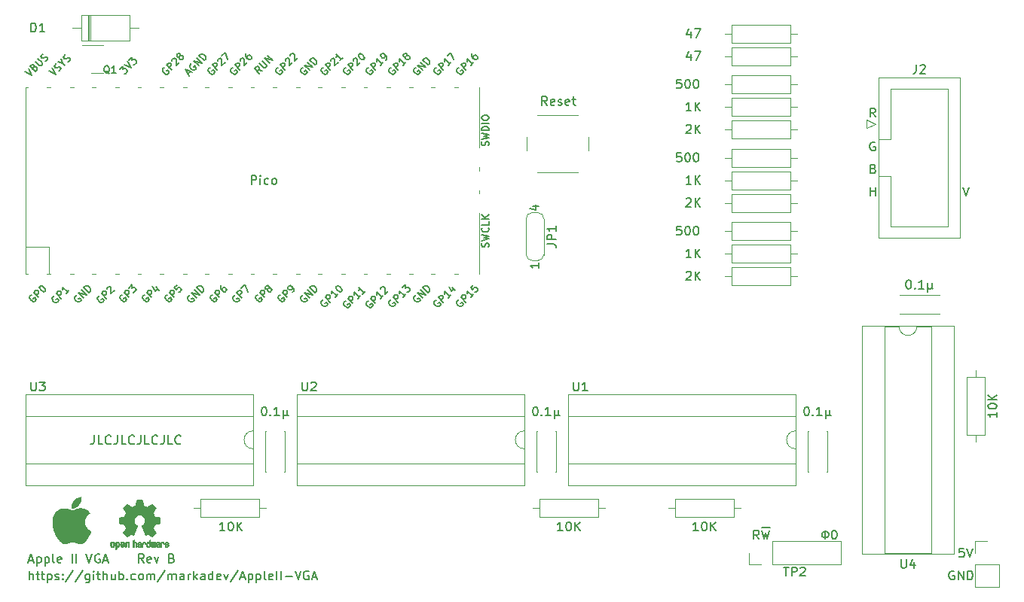
<source format=gbr>
%TF.GenerationSoftware,KiCad,Pcbnew,7.0.6*%
%TF.CreationDate,2023-09-09T11:39:23-04:00*%
%TF.ProjectId,AppleVGA,4170706c-6556-4474-912e-6b696361645f,B*%
%TF.SameCoordinates,Original*%
%TF.FileFunction,Legend,Top*%
%TF.FilePolarity,Positive*%
%FSLAX46Y46*%
G04 Gerber Fmt 4.6, Leading zero omitted, Abs format (unit mm)*
G04 Created by KiCad (PCBNEW 7.0.6) date 2023-09-09 11:39:23*
%MOMM*%
%LPD*%
G01*
G04 APERTURE LIST*
%ADD10C,0.150000*%
%ADD11C,0.152400*%
%ADD12C,0.120000*%
%ADD13C,0.016668*%
%ADD14C,0.100000*%
%ADD15C,0.010000*%
G04 APERTURE END LIST*
D10*
X186788588Y-130362438D02*
X186693350Y-130314819D01*
X186693350Y-130314819D02*
X186550493Y-130314819D01*
X186550493Y-130314819D02*
X186407636Y-130362438D01*
X186407636Y-130362438D02*
X186312398Y-130457676D01*
X186312398Y-130457676D02*
X186264779Y-130552914D01*
X186264779Y-130552914D02*
X186217160Y-130743390D01*
X186217160Y-130743390D02*
X186217160Y-130886247D01*
X186217160Y-130886247D02*
X186264779Y-131076723D01*
X186264779Y-131076723D02*
X186312398Y-131171961D01*
X186312398Y-131171961D02*
X186407636Y-131267200D01*
X186407636Y-131267200D02*
X186550493Y-131314819D01*
X186550493Y-131314819D02*
X186645731Y-131314819D01*
X186645731Y-131314819D02*
X186788588Y-131267200D01*
X186788588Y-131267200D02*
X186836207Y-131219580D01*
X186836207Y-131219580D02*
X186836207Y-130886247D01*
X186836207Y-130886247D02*
X186645731Y-130886247D01*
X187264779Y-131314819D02*
X187264779Y-130314819D01*
X187264779Y-130314819D02*
X187836207Y-131314819D01*
X187836207Y-131314819D02*
X187836207Y-130314819D01*
X188312398Y-131314819D02*
X188312398Y-130314819D01*
X188312398Y-130314819D02*
X188550493Y-130314819D01*
X188550493Y-130314819D02*
X188693350Y-130362438D01*
X188693350Y-130362438D02*
X188788588Y-130457676D01*
X188788588Y-130457676D02*
X188836207Y-130552914D01*
X188836207Y-130552914D02*
X188883826Y-130743390D01*
X188883826Y-130743390D02*
X188883826Y-130886247D01*
X188883826Y-130886247D02*
X188836207Y-131076723D01*
X188836207Y-131076723D02*
X188788588Y-131171961D01*
X188788588Y-131171961D02*
X188693350Y-131267200D01*
X188693350Y-131267200D02*
X188550493Y-131314819D01*
X188550493Y-131314819D02*
X188312398Y-131314819D01*
X177946207Y-79244819D02*
X177612874Y-78768628D01*
X177374779Y-79244819D02*
X177374779Y-78244819D01*
X177374779Y-78244819D02*
X177755731Y-78244819D01*
X177755731Y-78244819D02*
X177850969Y-78292438D01*
X177850969Y-78292438D02*
X177898588Y-78340057D01*
X177898588Y-78340057D02*
X177946207Y-78435295D01*
X177946207Y-78435295D02*
X177946207Y-78578152D01*
X177946207Y-78578152D02*
X177898588Y-78673390D01*
X177898588Y-78673390D02*
X177850969Y-78721009D01*
X177850969Y-78721009D02*
X177755731Y-78768628D01*
X177755731Y-78768628D02*
X177374779Y-78768628D01*
X82839160Y-129124104D02*
X83315350Y-129124104D01*
X82743922Y-129409819D02*
X83077255Y-128409819D01*
X83077255Y-128409819D02*
X83410588Y-129409819D01*
X83743922Y-128743152D02*
X83743922Y-129743152D01*
X83743922Y-128790771D02*
X83839160Y-128743152D01*
X83839160Y-128743152D02*
X84029636Y-128743152D01*
X84029636Y-128743152D02*
X84124874Y-128790771D01*
X84124874Y-128790771D02*
X84172493Y-128838390D01*
X84172493Y-128838390D02*
X84220112Y-128933628D01*
X84220112Y-128933628D02*
X84220112Y-129219342D01*
X84220112Y-129219342D02*
X84172493Y-129314580D01*
X84172493Y-129314580D02*
X84124874Y-129362200D01*
X84124874Y-129362200D02*
X84029636Y-129409819D01*
X84029636Y-129409819D02*
X83839160Y-129409819D01*
X83839160Y-129409819D02*
X83743922Y-129362200D01*
X84648684Y-128743152D02*
X84648684Y-129743152D01*
X84648684Y-128790771D02*
X84743922Y-128743152D01*
X84743922Y-128743152D02*
X84934398Y-128743152D01*
X84934398Y-128743152D02*
X85029636Y-128790771D01*
X85029636Y-128790771D02*
X85077255Y-128838390D01*
X85077255Y-128838390D02*
X85124874Y-128933628D01*
X85124874Y-128933628D02*
X85124874Y-129219342D01*
X85124874Y-129219342D02*
X85077255Y-129314580D01*
X85077255Y-129314580D02*
X85029636Y-129362200D01*
X85029636Y-129362200D02*
X84934398Y-129409819D01*
X84934398Y-129409819D02*
X84743922Y-129409819D01*
X84743922Y-129409819D02*
X84648684Y-129362200D01*
X85696303Y-129409819D02*
X85601065Y-129362200D01*
X85601065Y-129362200D02*
X85553446Y-129266961D01*
X85553446Y-129266961D02*
X85553446Y-128409819D01*
X86458208Y-129362200D02*
X86362970Y-129409819D01*
X86362970Y-129409819D02*
X86172494Y-129409819D01*
X86172494Y-129409819D02*
X86077256Y-129362200D01*
X86077256Y-129362200D02*
X86029637Y-129266961D01*
X86029637Y-129266961D02*
X86029637Y-128886009D01*
X86029637Y-128886009D02*
X86077256Y-128790771D01*
X86077256Y-128790771D02*
X86172494Y-128743152D01*
X86172494Y-128743152D02*
X86362970Y-128743152D01*
X86362970Y-128743152D02*
X86458208Y-128790771D01*
X86458208Y-128790771D02*
X86505827Y-128886009D01*
X86505827Y-128886009D02*
X86505827Y-128981247D01*
X86505827Y-128981247D02*
X86029637Y-129076485D01*
X87696304Y-129409819D02*
X87696304Y-128409819D01*
X88172494Y-129409819D02*
X88172494Y-128409819D01*
X89267732Y-128409819D02*
X89601065Y-129409819D01*
X89601065Y-129409819D02*
X89934398Y-128409819D01*
X90791541Y-128457438D02*
X90696303Y-128409819D01*
X90696303Y-128409819D02*
X90553446Y-128409819D01*
X90553446Y-128409819D02*
X90410589Y-128457438D01*
X90410589Y-128457438D02*
X90315351Y-128552676D01*
X90315351Y-128552676D02*
X90267732Y-128647914D01*
X90267732Y-128647914D02*
X90220113Y-128838390D01*
X90220113Y-128838390D02*
X90220113Y-128981247D01*
X90220113Y-128981247D02*
X90267732Y-129171723D01*
X90267732Y-129171723D02*
X90315351Y-129266961D01*
X90315351Y-129266961D02*
X90410589Y-129362200D01*
X90410589Y-129362200D02*
X90553446Y-129409819D01*
X90553446Y-129409819D02*
X90648684Y-129409819D01*
X90648684Y-129409819D02*
X90791541Y-129362200D01*
X90791541Y-129362200D02*
X90839160Y-129314580D01*
X90839160Y-129314580D02*
X90839160Y-128981247D01*
X90839160Y-128981247D02*
X90648684Y-128981247D01*
X91220113Y-129124104D02*
X91696303Y-129124104D01*
X91124875Y-129409819D02*
X91458208Y-128409819D01*
X91458208Y-128409819D02*
X91791541Y-129409819D01*
X95743923Y-129409819D02*
X95410590Y-128933628D01*
X95172495Y-129409819D02*
X95172495Y-128409819D01*
X95172495Y-128409819D02*
X95553447Y-128409819D01*
X95553447Y-128409819D02*
X95648685Y-128457438D01*
X95648685Y-128457438D02*
X95696304Y-128505057D01*
X95696304Y-128505057D02*
X95743923Y-128600295D01*
X95743923Y-128600295D02*
X95743923Y-128743152D01*
X95743923Y-128743152D02*
X95696304Y-128838390D01*
X95696304Y-128838390D02*
X95648685Y-128886009D01*
X95648685Y-128886009D02*
X95553447Y-128933628D01*
X95553447Y-128933628D02*
X95172495Y-128933628D01*
X96553447Y-129362200D02*
X96458209Y-129409819D01*
X96458209Y-129409819D02*
X96267733Y-129409819D01*
X96267733Y-129409819D02*
X96172495Y-129362200D01*
X96172495Y-129362200D02*
X96124876Y-129266961D01*
X96124876Y-129266961D02*
X96124876Y-128886009D01*
X96124876Y-128886009D02*
X96172495Y-128790771D01*
X96172495Y-128790771D02*
X96267733Y-128743152D01*
X96267733Y-128743152D02*
X96458209Y-128743152D01*
X96458209Y-128743152D02*
X96553447Y-128790771D01*
X96553447Y-128790771D02*
X96601066Y-128886009D01*
X96601066Y-128886009D02*
X96601066Y-128981247D01*
X96601066Y-128981247D02*
X96124876Y-129076485D01*
X96934400Y-128743152D02*
X97172495Y-129409819D01*
X97172495Y-129409819D02*
X97410590Y-128743152D01*
X98886781Y-128886009D02*
X99029638Y-128933628D01*
X99029638Y-128933628D02*
X99077257Y-128981247D01*
X99077257Y-128981247D02*
X99124876Y-129076485D01*
X99124876Y-129076485D02*
X99124876Y-129219342D01*
X99124876Y-129219342D02*
X99077257Y-129314580D01*
X99077257Y-129314580D02*
X99029638Y-129362200D01*
X99029638Y-129362200D02*
X98934400Y-129409819D01*
X98934400Y-129409819D02*
X98553448Y-129409819D01*
X98553448Y-129409819D02*
X98553448Y-128409819D01*
X98553448Y-128409819D02*
X98886781Y-128409819D01*
X98886781Y-128409819D02*
X98982019Y-128457438D01*
X98982019Y-128457438D02*
X99029638Y-128505057D01*
X99029638Y-128505057D02*
X99077257Y-128600295D01*
X99077257Y-128600295D02*
X99077257Y-128695533D01*
X99077257Y-128695533D02*
X99029638Y-128790771D01*
X99029638Y-128790771D02*
X98982019Y-128838390D01*
X98982019Y-128838390D02*
X98886781Y-128886009D01*
X98886781Y-128886009D02*
X98553448Y-128886009D01*
X187772922Y-87134819D02*
X188106255Y-88134819D01*
X188106255Y-88134819D02*
X188439588Y-87134819D01*
D11*
X90167453Y-115056735D02*
X90167453Y-115782450D01*
X90167453Y-115782450D02*
X90119072Y-115927593D01*
X90119072Y-115927593D02*
X90022310Y-116024355D01*
X90022310Y-116024355D02*
X89877167Y-116072735D01*
X89877167Y-116072735D02*
X89780405Y-116072735D01*
X91135072Y-116072735D02*
X90651262Y-116072735D01*
X90651262Y-116072735D02*
X90651262Y-115056735D01*
X92054310Y-115975974D02*
X92005929Y-116024355D01*
X92005929Y-116024355D02*
X91860786Y-116072735D01*
X91860786Y-116072735D02*
X91764024Y-116072735D01*
X91764024Y-116072735D02*
X91618881Y-116024355D01*
X91618881Y-116024355D02*
X91522119Y-115927593D01*
X91522119Y-115927593D02*
X91473738Y-115830831D01*
X91473738Y-115830831D02*
X91425357Y-115637307D01*
X91425357Y-115637307D02*
X91425357Y-115492164D01*
X91425357Y-115492164D02*
X91473738Y-115298640D01*
X91473738Y-115298640D02*
X91522119Y-115201878D01*
X91522119Y-115201878D02*
X91618881Y-115105116D01*
X91618881Y-115105116D02*
X91764024Y-115056735D01*
X91764024Y-115056735D02*
X91860786Y-115056735D01*
X91860786Y-115056735D02*
X92005929Y-115105116D01*
X92005929Y-115105116D02*
X92054310Y-115153497D01*
X92780024Y-115056735D02*
X92780024Y-115782450D01*
X92780024Y-115782450D02*
X92731643Y-115927593D01*
X92731643Y-115927593D02*
X92634881Y-116024355D01*
X92634881Y-116024355D02*
X92489738Y-116072735D01*
X92489738Y-116072735D02*
X92392976Y-116072735D01*
X93747643Y-116072735D02*
X93263833Y-116072735D01*
X93263833Y-116072735D02*
X93263833Y-115056735D01*
X94666881Y-115975974D02*
X94618500Y-116024355D01*
X94618500Y-116024355D02*
X94473357Y-116072735D01*
X94473357Y-116072735D02*
X94376595Y-116072735D01*
X94376595Y-116072735D02*
X94231452Y-116024355D01*
X94231452Y-116024355D02*
X94134690Y-115927593D01*
X94134690Y-115927593D02*
X94086309Y-115830831D01*
X94086309Y-115830831D02*
X94037928Y-115637307D01*
X94037928Y-115637307D02*
X94037928Y-115492164D01*
X94037928Y-115492164D02*
X94086309Y-115298640D01*
X94086309Y-115298640D02*
X94134690Y-115201878D01*
X94134690Y-115201878D02*
X94231452Y-115105116D01*
X94231452Y-115105116D02*
X94376595Y-115056735D01*
X94376595Y-115056735D02*
X94473357Y-115056735D01*
X94473357Y-115056735D02*
X94618500Y-115105116D01*
X94618500Y-115105116D02*
X94666881Y-115153497D01*
X95392595Y-115056735D02*
X95392595Y-115782450D01*
X95392595Y-115782450D02*
X95344214Y-115927593D01*
X95344214Y-115927593D02*
X95247452Y-116024355D01*
X95247452Y-116024355D02*
X95102309Y-116072735D01*
X95102309Y-116072735D02*
X95005547Y-116072735D01*
X96360214Y-116072735D02*
X95876404Y-116072735D01*
X95876404Y-116072735D02*
X95876404Y-115056735D01*
X97279452Y-115975974D02*
X97231071Y-116024355D01*
X97231071Y-116024355D02*
X97085928Y-116072735D01*
X97085928Y-116072735D02*
X96989166Y-116072735D01*
X96989166Y-116072735D02*
X96844023Y-116024355D01*
X96844023Y-116024355D02*
X96747261Y-115927593D01*
X96747261Y-115927593D02*
X96698880Y-115830831D01*
X96698880Y-115830831D02*
X96650499Y-115637307D01*
X96650499Y-115637307D02*
X96650499Y-115492164D01*
X96650499Y-115492164D02*
X96698880Y-115298640D01*
X96698880Y-115298640D02*
X96747261Y-115201878D01*
X96747261Y-115201878D02*
X96844023Y-115105116D01*
X96844023Y-115105116D02*
X96989166Y-115056735D01*
X96989166Y-115056735D02*
X97085928Y-115056735D01*
X97085928Y-115056735D02*
X97231071Y-115105116D01*
X97231071Y-115105116D02*
X97279452Y-115153497D01*
X98005166Y-115056735D02*
X98005166Y-115782450D01*
X98005166Y-115782450D02*
X97956785Y-115927593D01*
X97956785Y-115927593D02*
X97860023Y-116024355D01*
X97860023Y-116024355D02*
X97714880Y-116072735D01*
X97714880Y-116072735D02*
X97618118Y-116072735D01*
X98972785Y-116072735D02*
X98488975Y-116072735D01*
X98488975Y-116072735D02*
X98488975Y-115056735D01*
X99892023Y-115975974D02*
X99843642Y-116024355D01*
X99843642Y-116024355D02*
X99698499Y-116072735D01*
X99698499Y-116072735D02*
X99601737Y-116072735D01*
X99601737Y-116072735D02*
X99456594Y-116024355D01*
X99456594Y-116024355D02*
X99359832Y-115927593D01*
X99359832Y-115927593D02*
X99311451Y-115830831D01*
X99311451Y-115830831D02*
X99263070Y-115637307D01*
X99263070Y-115637307D02*
X99263070Y-115492164D01*
X99263070Y-115492164D02*
X99311451Y-115298640D01*
X99311451Y-115298640D02*
X99359832Y-115201878D01*
X99359832Y-115201878D02*
X99456594Y-115105116D01*
X99456594Y-115105116D02*
X99601737Y-115056735D01*
X99601737Y-115056735D02*
X99698499Y-115056735D01*
X99698499Y-115056735D02*
X99843642Y-115105116D01*
X99843642Y-115105116D02*
X99892023Y-115153497D01*
D10*
X177374779Y-88134819D02*
X177374779Y-87134819D01*
X177374779Y-87611009D02*
X177946207Y-87611009D01*
X177946207Y-88134819D02*
X177946207Y-87134819D01*
X177898588Y-82102438D02*
X177803350Y-82054819D01*
X177803350Y-82054819D02*
X177660493Y-82054819D01*
X177660493Y-82054819D02*
X177517636Y-82102438D01*
X177517636Y-82102438D02*
X177422398Y-82197676D01*
X177422398Y-82197676D02*
X177374779Y-82292914D01*
X177374779Y-82292914D02*
X177327160Y-82483390D01*
X177327160Y-82483390D02*
X177327160Y-82626247D01*
X177327160Y-82626247D02*
X177374779Y-82816723D01*
X177374779Y-82816723D02*
X177422398Y-82911961D01*
X177422398Y-82911961D02*
X177517636Y-83007200D01*
X177517636Y-83007200D02*
X177660493Y-83054819D01*
X177660493Y-83054819D02*
X177755731Y-83054819D01*
X177755731Y-83054819D02*
X177898588Y-83007200D01*
X177898588Y-83007200D02*
X177946207Y-82959580D01*
X177946207Y-82959580D02*
X177946207Y-82626247D01*
X177946207Y-82626247D02*
X177755731Y-82626247D01*
X187883969Y-127774819D02*
X187407779Y-127774819D01*
X187407779Y-127774819D02*
X187360160Y-128251009D01*
X187360160Y-128251009D02*
X187407779Y-128203390D01*
X187407779Y-128203390D02*
X187503017Y-128155771D01*
X187503017Y-128155771D02*
X187741112Y-128155771D01*
X187741112Y-128155771D02*
X187836350Y-128203390D01*
X187836350Y-128203390D02*
X187883969Y-128251009D01*
X187883969Y-128251009D02*
X187931588Y-128346247D01*
X187931588Y-128346247D02*
X187931588Y-128584342D01*
X187931588Y-128584342D02*
X187883969Y-128679580D01*
X187883969Y-128679580D02*
X187836350Y-128727200D01*
X187836350Y-128727200D02*
X187741112Y-128774819D01*
X187741112Y-128774819D02*
X187503017Y-128774819D01*
X187503017Y-128774819D02*
X187407779Y-128727200D01*
X187407779Y-128727200D02*
X187360160Y-128679580D01*
X188217303Y-127774819D02*
X188550636Y-128774819D01*
X188550636Y-128774819D02*
X188883969Y-127774819D01*
X164865207Y-126742819D02*
X164531874Y-126266628D01*
X164293779Y-126742819D02*
X164293779Y-125742819D01*
X164293779Y-125742819D02*
X164674731Y-125742819D01*
X164674731Y-125742819D02*
X164769969Y-125790438D01*
X164769969Y-125790438D02*
X164817588Y-125838057D01*
X164817588Y-125838057D02*
X164865207Y-125933295D01*
X164865207Y-125933295D02*
X164865207Y-126076152D01*
X164865207Y-126076152D02*
X164817588Y-126171390D01*
X164817588Y-126171390D02*
X164769969Y-126219009D01*
X164769969Y-126219009D02*
X164674731Y-126266628D01*
X164674731Y-126266628D02*
X164293779Y-126266628D01*
X165198541Y-125742819D02*
X165436636Y-126742819D01*
X165436636Y-126742819D02*
X165627112Y-126028533D01*
X165627112Y-126028533D02*
X165817588Y-126742819D01*
X165817588Y-126742819D02*
X166055684Y-125742819D01*
X165155684Y-125465200D02*
X166098541Y-125465200D01*
X177708112Y-85071009D02*
X177850969Y-85118628D01*
X177850969Y-85118628D02*
X177898588Y-85166247D01*
X177898588Y-85166247D02*
X177946207Y-85261485D01*
X177946207Y-85261485D02*
X177946207Y-85404342D01*
X177946207Y-85404342D02*
X177898588Y-85499580D01*
X177898588Y-85499580D02*
X177850969Y-85547200D01*
X177850969Y-85547200D02*
X177755731Y-85594819D01*
X177755731Y-85594819D02*
X177374779Y-85594819D01*
X177374779Y-85594819D02*
X177374779Y-84594819D01*
X177374779Y-84594819D02*
X177708112Y-84594819D01*
X177708112Y-84594819D02*
X177803350Y-84642438D01*
X177803350Y-84642438D02*
X177850969Y-84690057D01*
X177850969Y-84690057D02*
X177898588Y-84785295D01*
X177898588Y-84785295D02*
X177898588Y-84880533D01*
X177898588Y-84880533D02*
X177850969Y-84975771D01*
X177850969Y-84975771D02*
X177803350Y-85023390D01*
X177803350Y-85023390D02*
X177708112Y-85071009D01*
X177708112Y-85071009D02*
X177374779Y-85071009D01*
X82886779Y-131314819D02*
X82886779Y-130314819D01*
X83315350Y-131314819D02*
X83315350Y-130791009D01*
X83315350Y-130791009D02*
X83267731Y-130695771D01*
X83267731Y-130695771D02*
X83172493Y-130648152D01*
X83172493Y-130648152D02*
X83029636Y-130648152D01*
X83029636Y-130648152D02*
X82934398Y-130695771D01*
X82934398Y-130695771D02*
X82886779Y-130743390D01*
X83648684Y-130648152D02*
X84029636Y-130648152D01*
X83791541Y-130314819D02*
X83791541Y-131171961D01*
X83791541Y-131171961D02*
X83839160Y-131267200D01*
X83839160Y-131267200D02*
X83934398Y-131314819D01*
X83934398Y-131314819D02*
X84029636Y-131314819D01*
X84220113Y-130648152D02*
X84601065Y-130648152D01*
X84362970Y-130314819D02*
X84362970Y-131171961D01*
X84362970Y-131171961D02*
X84410589Y-131267200D01*
X84410589Y-131267200D02*
X84505827Y-131314819D01*
X84505827Y-131314819D02*
X84601065Y-131314819D01*
X84934399Y-130648152D02*
X84934399Y-131648152D01*
X84934399Y-130695771D02*
X85029637Y-130648152D01*
X85029637Y-130648152D02*
X85220113Y-130648152D01*
X85220113Y-130648152D02*
X85315351Y-130695771D01*
X85315351Y-130695771D02*
X85362970Y-130743390D01*
X85362970Y-130743390D02*
X85410589Y-130838628D01*
X85410589Y-130838628D02*
X85410589Y-131124342D01*
X85410589Y-131124342D02*
X85362970Y-131219580D01*
X85362970Y-131219580D02*
X85315351Y-131267200D01*
X85315351Y-131267200D02*
X85220113Y-131314819D01*
X85220113Y-131314819D02*
X85029637Y-131314819D01*
X85029637Y-131314819D02*
X84934399Y-131267200D01*
X85791542Y-131267200D02*
X85886780Y-131314819D01*
X85886780Y-131314819D02*
X86077256Y-131314819D01*
X86077256Y-131314819D02*
X86172494Y-131267200D01*
X86172494Y-131267200D02*
X86220113Y-131171961D01*
X86220113Y-131171961D02*
X86220113Y-131124342D01*
X86220113Y-131124342D02*
X86172494Y-131029104D01*
X86172494Y-131029104D02*
X86077256Y-130981485D01*
X86077256Y-130981485D02*
X85934399Y-130981485D01*
X85934399Y-130981485D02*
X85839161Y-130933866D01*
X85839161Y-130933866D02*
X85791542Y-130838628D01*
X85791542Y-130838628D02*
X85791542Y-130791009D01*
X85791542Y-130791009D02*
X85839161Y-130695771D01*
X85839161Y-130695771D02*
X85934399Y-130648152D01*
X85934399Y-130648152D02*
X86077256Y-130648152D01*
X86077256Y-130648152D02*
X86172494Y-130695771D01*
X86648685Y-131219580D02*
X86696304Y-131267200D01*
X86696304Y-131267200D02*
X86648685Y-131314819D01*
X86648685Y-131314819D02*
X86601066Y-131267200D01*
X86601066Y-131267200D02*
X86648685Y-131219580D01*
X86648685Y-131219580D02*
X86648685Y-131314819D01*
X86648685Y-130695771D02*
X86696304Y-130743390D01*
X86696304Y-130743390D02*
X86648685Y-130791009D01*
X86648685Y-130791009D02*
X86601066Y-130743390D01*
X86601066Y-130743390D02*
X86648685Y-130695771D01*
X86648685Y-130695771D02*
X86648685Y-130791009D01*
X87839160Y-130267200D02*
X86982018Y-131552914D01*
X88886779Y-130267200D02*
X88029637Y-131552914D01*
X89648684Y-130648152D02*
X89648684Y-131457676D01*
X89648684Y-131457676D02*
X89601065Y-131552914D01*
X89601065Y-131552914D02*
X89553446Y-131600533D01*
X89553446Y-131600533D02*
X89458208Y-131648152D01*
X89458208Y-131648152D02*
X89315351Y-131648152D01*
X89315351Y-131648152D02*
X89220113Y-131600533D01*
X89648684Y-131267200D02*
X89553446Y-131314819D01*
X89553446Y-131314819D02*
X89362970Y-131314819D01*
X89362970Y-131314819D02*
X89267732Y-131267200D01*
X89267732Y-131267200D02*
X89220113Y-131219580D01*
X89220113Y-131219580D02*
X89172494Y-131124342D01*
X89172494Y-131124342D02*
X89172494Y-130838628D01*
X89172494Y-130838628D02*
X89220113Y-130743390D01*
X89220113Y-130743390D02*
X89267732Y-130695771D01*
X89267732Y-130695771D02*
X89362970Y-130648152D01*
X89362970Y-130648152D02*
X89553446Y-130648152D01*
X89553446Y-130648152D02*
X89648684Y-130695771D01*
X90124875Y-131314819D02*
X90124875Y-130648152D01*
X90124875Y-130314819D02*
X90077256Y-130362438D01*
X90077256Y-130362438D02*
X90124875Y-130410057D01*
X90124875Y-130410057D02*
X90172494Y-130362438D01*
X90172494Y-130362438D02*
X90124875Y-130314819D01*
X90124875Y-130314819D02*
X90124875Y-130410057D01*
X90458208Y-130648152D02*
X90839160Y-130648152D01*
X90601065Y-130314819D02*
X90601065Y-131171961D01*
X90601065Y-131171961D02*
X90648684Y-131267200D01*
X90648684Y-131267200D02*
X90743922Y-131314819D01*
X90743922Y-131314819D02*
X90839160Y-131314819D01*
X91172494Y-131314819D02*
X91172494Y-130314819D01*
X91601065Y-131314819D02*
X91601065Y-130791009D01*
X91601065Y-130791009D02*
X91553446Y-130695771D01*
X91553446Y-130695771D02*
X91458208Y-130648152D01*
X91458208Y-130648152D02*
X91315351Y-130648152D01*
X91315351Y-130648152D02*
X91220113Y-130695771D01*
X91220113Y-130695771D02*
X91172494Y-130743390D01*
X92505827Y-130648152D02*
X92505827Y-131314819D01*
X92077256Y-130648152D02*
X92077256Y-131171961D01*
X92077256Y-131171961D02*
X92124875Y-131267200D01*
X92124875Y-131267200D02*
X92220113Y-131314819D01*
X92220113Y-131314819D02*
X92362970Y-131314819D01*
X92362970Y-131314819D02*
X92458208Y-131267200D01*
X92458208Y-131267200D02*
X92505827Y-131219580D01*
X92982018Y-131314819D02*
X92982018Y-130314819D01*
X92982018Y-130695771D02*
X93077256Y-130648152D01*
X93077256Y-130648152D02*
X93267732Y-130648152D01*
X93267732Y-130648152D02*
X93362970Y-130695771D01*
X93362970Y-130695771D02*
X93410589Y-130743390D01*
X93410589Y-130743390D02*
X93458208Y-130838628D01*
X93458208Y-130838628D02*
X93458208Y-131124342D01*
X93458208Y-131124342D02*
X93410589Y-131219580D01*
X93410589Y-131219580D02*
X93362970Y-131267200D01*
X93362970Y-131267200D02*
X93267732Y-131314819D01*
X93267732Y-131314819D02*
X93077256Y-131314819D01*
X93077256Y-131314819D02*
X92982018Y-131267200D01*
X93886780Y-131219580D02*
X93934399Y-131267200D01*
X93934399Y-131267200D02*
X93886780Y-131314819D01*
X93886780Y-131314819D02*
X93839161Y-131267200D01*
X93839161Y-131267200D02*
X93886780Y-131219580D01*
X93886780Y-131219580D02*
X93886780Y-131314819D01*
X94791541Y-131267200D02*
X94696303Y-131314819D01*
X94696303Y-131314819D02*
X94505827Y-131314819D01*
X94505827Y-131314819D02*
X94410589Y-131267200D01*
X94410589Y-131267200D02*
X94362970Y-131219580D01*
X94362970Y-131219580D02*
X94315351Y-131124342D01*
X94315351Y-131124342D02*
X94315351Y-130838628D01*
X94315351Y-130838628D02*
X94362970Y-130743390D01*
X94362970Y-130743390D02*
X94410589Y-130695771D01*
X94410589Y-130695771D02*
X94505827Y-130648152D01*
X94505827Y-130648152D02*
X94696303Y-130648152D01*
X94696303Y-130648152D02*
X94791541Y-130695771D01*
X95362970Y-131314819D02*
X95267732Y-131267200D01*
X95267732Y-131267200D02*
X95220113Y-131219580D01*
X95220113Y-131219580D02*
X95172494Y-131124342D01*
X95172494Y-131124342D02*
X95172494Y-130838628D01*
X95172494Y-130838628D02*
X95220113Y-130743390D01*
X95220113Y-130743390D02*
X95267732Y-130695771D01*
X95267732Y-130695771D02*
X95362970Y-130648152D01*
X95362970Y-130648152D02*
X95505827Y-130648152D01*
X95505827Y-130648152D02*
X95601065Y-130695771D01*
X95601065Y-130695771D02*
X95648684Y-130743390D01*
X95648684Y-130743390D02*
X95696303Y-130838628D01*
X95696303Y-130838628D02*
X95696303Y-131124342D01*
X95696303Y-131124342D02*
X95648684Y-131219580D01*
X95648684Y-131219580D02*
X95601065Y-131267200D01*
X95601065Y-131267200D02*
X95505827Y-131314819D01*
X95505827Y-131314819D02*
X95362970Y-131314819D01*
X96124875Y-131314819D02*
X96124875Y-130648152D01*
X96124875Y-130743390D02*
X96172494Y-130695771D01*
X96172494Y-130695771D02*
X96267732Y-130648152D01*
X96267732Y-130648152D02*
X96410589Y-130648152D01*
X96410589Y-130648152D02*
X96505827Y-130695771D01*
X96505827Y-130695771D02*
X96553446Y-130791009D01*
X96553446Y-130791009D02*
X96553446Y-131314819D01*
X96553446Y-130791009D02*
X96601065Y-130695771D01*
X96601065Y-130695771D02*
X96696303Y-130648152D01*
X96696303Y-130648152D02*
X96839160Y-130648152D01*
X96839160Y-130648152D02*
X96934399Y-130695771D01*
X96934399Y-130695771D02*
X96982018Y-130791009D01*
X96982018Y-130791009D02*
X96982018Y-131314819D01*
X98172493Y-130267200D02*
X97315351Y-131552914D01*
X98505827Y-131314819D02*
X98505827Y-130648152D01*
X98505827Y-130743390D02*
X98553446Y-130695771D01*
X98553446Y-130695771D02*
X98648684Y-130648152D01*
X98648684Y-130648152D02*
X98791541Y-130648152D01*
X98791541Y-130648152D02*
X98886779Y-130695771D01*
X98886779Y-130695771D02*
X98934398Y-130791009D01*
X98934398Y-130791009D02*
X98934398Y-131314819D01*
X98934398Y-130791009D02*
X98982017Y-130695771D01*
X98982017Y-130695771D02*
X99077255Y-130648152D01*
X99077255Y-130648152D02*
X99220112Y-130648152D01*
X99220112Y-130648152D02*
X99315351Y-130695771D01*
X99315351Y-130695771D02*
X99362970Y-130791009D01*
X99362970Y-130791009D02*
X99362970Y-131314819D01*
X100267731Y-131314819D02*
X100267731Y-130791009D01*
X100267731Y-130791009D02*
X100220112Y-130695771D01*
X100220112Y-130695771D02*
X100124874Y-130648152D01*
X100124874Y-130648152D02*
X99934398Y-130648152D01*
X99934398Y-130648152D02*
X99839160Y-130695771D01*
X100267731Y-131267200D02*
X100172493Y-131314819D01*
X100172493Y-131314819D02*
X99934398Y-131314819D01*
X99934398Y-131314819D02*
X99839160Y-131267200D01*
X99839160Y-131267200D02*
X99791541Y-131171961D01*
X99791541Y-131171961D02*
X99791541Y-131076723D01*
X99791541Y-131076723D02*
X99839160Y-130981485D01*
X99839160Y-130981485D02*
X99934398Y-130933866D01*
X99934398Y-130933866D02*
X100172493Y-130933866D01*
X100172493Y-130933866D02*
X100267731Y-130886247D01*
X100743922Y-131314819D02*
X100743922Y-130648152D01*
X100743922Y-130838628D02*
X100791541Y-130743390D01*
X100791541Y-130743390D02*
X100839160Y-130695771D01*
X100839160Y-130695771D02*
X100934398Y-130648152D01*
X100934398Y-130648152D02*
X101029636Y-130648152D01*
X101362970Y-131314819D02*
X101362970Y-130314819D01*
X101458208Y-130933866D02*
X101743922Y-131314819D01*
X101743922Y-130648152D02*
X101362970Y-131029104D01*
X102601065Y-131314819D02*
X102601065Y-130791009D01*
X102601065Y-130791009D02*
X102553446Y-130695771D01*
X102553446Y-130695771D02*
X102458208Y-130648152D01*
X102458208Y-130648152D02*
X102267732Y-130648152D01*
X102267732Y-130648152D02*
X102172494Y-130695771D01*
X102601065Y-131267200D02*
X102505827Y-131314819D01*
X102505827Y-131314819D02*
X102267732Y-131314819D01*
X102267732Y-131314819D02*
X102172494Y-131267200D01*
X102172494Y-131267200D02*
X102124875Y-131171961D01*
X102124875Y-131171961D02*
X102124875Y-131076723D01*
X102124875Y-131076723D02*
X102172494Y-130981485D01*
X102172494Y-130981485D02*
X102267732Y-130933866D01*
X102267732Y-130933866D02*
X102505827Y-130933866D01*
X102505827Y-130933866D02*
X102601065Y-130886247D01*
X103505827Y-131314819D02*
X103505827Y-130314819D01*
X103505827Y-131267200D02*
X103410589Y-131314819D01*
X103410589Y-131314819D02*
X103220113Y-131314819D01*
X103220113Y-131314819D02*
X103124875Y-131267200D01*
X103124875Y-131267200D02*
X103077256Y-131219580D01*
X103077256Y-131219580D02*
X103029637Y-131124342D01*
X103029637Y-131124342D02*
X103029637Y-130838628D01*
X103029637Y-130838628D02*
X103077256Y-130743390D01*
X103077256Y-130743390D02*
X103124875Y-130695771D01*
X103124875Y-130695771D02*
X103220113Y-130648152D01*
X103220113Y-130648152D02*
X103410589Y-130648152D01*
X103410589Y-130648152D02*
X103505827Y-130695771D01*
X104362970Y-131267200D02*
X104267732Y-131314819D01*
X104267732Y-131314819D02*
X104077256Y-131314819D01*
X104077256Y-131314819D02*
X103982018Y-131267200D01*
X103982018Y-131267200D02*
X103934399Y-131171961D01*
X103934399Y-131171961D02*
X103934399Y-130791009D01*
X103934399Y-130791009D02*
X103982018Y-130695771D01*
X103982018Y-130695771D02*
X104077256Y-130648152D01*
X104077256Y-130648152D02*
X104267732Y-130648152D01*
X104267732Y-130648152D02*
X104362970Y-130695771D01*
X104362970Y-130695771D02*
X104410589Y-130791009D01*
X104410589Y-130791009D02*
X104410589Y-130886247D01*
X104410589Y-130886247D02*
X103934399Y-130981485D01*
X104743923Y-130648152D02*
X104982018Y-131314819D01*
X104982018Y-131314819D02*
X105220113Y-130648152D01*
X106315351Y-130267200D02*
X105458209Y-131552914D01*
X106601066Y-131029104D02*
X107077256Y-131029104D01*
X106505828Y-131314819D02*
X106839161Y-130314819D01*
X106839161Y-130314819D02*
X107172494Y-131314819D01*
X107505828Y-130648152D02*
X107505828Y-131648152D01*
X107505828Y-130695771D02*
X107601066Y-130648152D01*
X107601066Y-130648152D02*
X107791542Y-130648152D01*
X107791542Y-130648152D02*
X107886780Y-130695771D01*
X107886780Y-130695771D02*
X107934399Y-130743390D01*
X107934399Y-130743390D02*
X107982018Y-130838628D01*
X107982018Y-130838628D02*
X107982018Y-131124342D01*
X107982018Y-131124342D02*
X107934399Y-131219580D01*
X107934399Y-131219580D02*
X107886780Y-131267200D01*
X107886780Y-131267200D02*
X107791542Y-131314819D01*
X107791542Y-131314819D02*
X107601066Y-131314819D01*
X107601066Y-131314819D02*
X107505828Y-131267200D01*
X108410590Y-130648152D02*
X108410590Y-131648152D01*
X108410590Y-130695771D02*
X108505828Y-130648152D01*
X108505828Y-130648152D02*
X108696304Y-130648152D01*
X108696304Y-130648152D02*
X108791542Y-130695771D01*
X108791542Y-130695771D02*
X108839161Y-130743390D01*
X108839161Y-130743390D02*
X108886780Y-130838628D01*
X108886780Y-130838628D02*
X108886780Y-131124342D01*
X108886780Y-131124342D02*
X108839161Y-131219580D01*
X108839161Y-131219580D02*
X108791542Y-131267200D01*
X108791542Y-131267200D02*
X108696304Y-131314819D01*
X108696304Y-131314819D02*
X108505828Y-131314819D01*
X108505828Y-131314819D02*
X108410590Y-131267200D01*
X109458209Y-131314819D02*
X109362971Y-131267200D01*
X109362971Y-131267200D02*
X109315352Y-131171961D01*
X109315352Y-131171961D02*
X109315352Y-130314819D01*
X110220114Y-131267200D02*
X110124876Y-131314819D01*
X110124876Y-131314819D02*
X109934400Y-131314819D01*
X109934400Y-131314819D02*
X109839162Y-131267200D01*
X109839162Y-131267200D02*
X109791543Y-131171961D01*
X109791543Y-131171961D02*
X109791543Y-130791009D01*
X109791543Y-130791009D02*
X109839162Y-130695771D01*
X109839162Y-130695771D02*
X109934400Y-130648152D01*
X109934400Y-130648152D02*
X110124876Y-130648152D01*
X110124876Y-130648152D02*
X110220114Y-130695771D01*
X110220114Y-130695771D02*
X110267733Y-130791009D01*
X110267733Y-130791009D02*
X110267733Y-130886247D01*
X110267733Y-130886247D02*
X109791543Y-130981485D01*
X110696305Y-131314819D02*
X110696305Y-130314819D01*
X111172495Y-131314819D02*
X111172495Y-130314819D01*
X111648685Y-130933866D02*
X112410590Y-130933866D01*
X112743923Y-130314819D02*
X113077256Y-131314819D01*
X113077256Y-131314819D02*
X113410589Y-130314819D01*
X114267732Y-130362438D02*
X114172494Y-130314819D01*
X114172494Y-130314819D02*
X114029637Y-130314819D01*
X114029637Y-130314819D02*
X113886780Y-130362438D01*
X113886780Y-130362438D02*
X113791542Y-130457676D01*
X113791542Y-130457676D02*
X113743923Y-130552914D01*
X113743923Y-130552914D02*
X113696304Y-130743390D01*
X113696304Y-130743390D02*
X113696304Y-130886247D01*
X113696304Y-130886247D02*
X113743923Y-131076723D01*
X113743923Y-131076723D02*
X113791542Y-131171961D01*
X113791542Y-131171961D02*
X113886780Y-131267200D01*
X113886780Y-131267200D02*
X114029637Y-131314819D01*
X114029637Y-131314819D02*
X114124875Y-131314819D01*
X114124875Y-131314819D02*
X114267732Y-131267200D01*
X114267732Y-131267200D02*
X114315351Y-131219580D01*
X114315351Y-131219580D02*
X114315351Y-130886247D01*
X114315351Y-130886247D02*
X114124875Y-130886247D01*
X114696304Y-131029104D02*
X115172494Y-131029104D01*
X114601066Y-131314819D02*
X114934399Y-130314819D01*
X114934399Y-130314819D02*
X115267732Y-131314819D01*
X172326493Y-126742819D02*
X172326493Y-125742819D01*
X172231255Y-125885676D02*
X172421731Y-125885676D01*
X172421731Y-125885676D02*
X172564588Y-125933295D01*
X172564588Y-125933295D02*
X172659826Y-126028533D01*
X172659826Y-126028533D02*
X172707445Y-126123771D01*
X172707445Y-126123771D02*
X172707445Y-126314247D01*
X172707445Y-126314247D02*
X172659826Y-126409485D01*
X172659826Y-126409485D02*
X172564588Y-126504723D01*
X172564588Y-126504723D02*
X172421731Y-126552342D01*
X172421731Y-126552342D02*
X172231255Y-126552342D01*
X172231255Y-126552342D02*
X172088398Y-126504723D01*
X172088398Y-126504723D02*
X171993160Y-126409485D01*
X171993160Y-126409485D02*
X171945541Y-126314247D01*
X171945541Y-126314247D02*
X171945541Y-126123771D01*
X171945541Y-126123771D02*
X171993160Y-126028533D01*
X171993160Y-126028533D02*
X172088398Y-125933295D01*
X172088398Y-125933295D02*
X172231255Y-125885676D01*
X173278874Y-125742819D02*
X173374112Y-125742819D01*
X173374112Y-125742819D02*
X173469350Y-125790438D01*
X173469350Y-125790438D02*
X173516969Y-125838057D01*
X173516969Y-125838057D02*
X173564588Y-125933295D01*
X173564588Y-125933295D02*
X173612207Y-126123771D01*
X173612207Y-126123771D02*
X173612207Y-126361866D01*
X173612207Y-126361866D02*
X173564588Y-126552342D01*
X173564588Y-126552342D02*
X173516969Y-126647580D01*
X173516969Y-126647580D02*
X173469350Y-126695200D01*
X173469350Y-126695200D02*
X173374112Y-126742819D01*
X173374112Y-126742819D02*
X173278874Y-126742819D01*
X173278874Y-126742819D02*
X173183636Y-126695200D01*
X173183636Y-126695200D02*
X173136017Y-126647580D01*
X173136017Y-126647580D02*
X173088398Y-126552342D01*
X173088398Y-126552342D02*
X173040779Y-126361866D01*
X173040779Y-126361866D02*
X173040779Y-126123771D01*
X173040779Y-126123771D02*
X173088398Y-125933295D01*
X173088398Y-125933295D02*
X173136017Y-125838057D01*
X173136017Y-125838057D02*
X173183636Y-125790438D01*
X173183636Y-125790438D02*
X173278874Y-125742819D01*
X156694286Y-80195057D02*
X156741905Y-80147438D01*
X156741905Y-80147438D02*
X156837143Y-80099819D01*
X156837143Y-80099819D02*
X157075238Y-80099819D01*
X157075238Y-80099819D02*
X157170476Y-80147438D01*
X157170476Y-80147438D02*
X157218095Y-80195057D01*
X157218095Y-80195057D02*
X157265714Y-80290295D01*
X157265714Y-80290295D02*
X157265714Y-80385533D01*
X157265714Y-80385533D02*
X157218095Y-80528390D01*
X157218095Y-80528390D02*
X156646667Y-81099819D01*
X156646667Y-81099819D02*
X157265714Y-81099819D01*
X157694286Y-81099819D02*
X157694286Y-80099819D01*
X158265714Y-81099819D02*
X157837143Y-80528390D01*
X158265714Y-80099819D02*
X157694286Y-80671247D01*
X156130714Y-83274819D02*
X155654524Y-83274819D01*
X155654524Y-83274819D02*
X155606905Y-83751009D01*
X155606905Y-83751009D02*
X155654524Y-83703390D01*
X155654524Y-83703390D02*
X155749762Y-83655771D01*
X155749762Y-83655771D02*
X155987857Y-83655771D01*
X155987857Y-83655771D02*
X156083095Y-83703390D01*
X156083095Y-83703390D02*
X156130714Y-83751009D01*
X156130714Y-83751009D02*
X156178333Y-83846247D01*
X156178333Y-83846247D02*
X156178333Y-84084342D01*
X156178333Y-84084342D02*
X156130714Y-84179580D01*
X156130714Y-84179580D02*
X156083095Y-84227200D01*
X156083095Y-84227200D02*
X155987857Y-84274819D01*
X155987857Y-84274819D02*
X155749762Y-84274819D01*
X155749762Y-84274819D02*
X155654524Y-84227200D01*
X155654524Y-84227200D02*
X155606905Y-84179580D01*
X156797381Y-83274819D02*
X156892619Y-83274819D01*
X156892619Y-83274819D02*
X156987857Y-83322438D01*
X156987857Y-83322438D02*
X157035476Y-83370057D01*
X157035476Y-83370057D02*
X157083095Y-83465295D01*
X157083095Y-83465295D02*
X157130714Y-83655771D01*
X157130714Y-83655771D02*
X157130714Y-83893866D01*
X157130714Y-83893866D02*
X157083095Y-84084342D01*
X157083095Y-84084342D02*
X157035476Y-84179580D01*
X157035476Y-84179580D02*
X156987857Y-84227200D01*
X156987857Y-84227200D02*
X156892619Y-84274819D01*
X156892619Y-84274819D02*
X156797381Y-84274819D01*
X156797381Y-84274819D02*
X156702143Y-84227200D01*
X156702143Y-84227200D02*
X156654524Y-84179580D01*
X156654524Y-84179580D02*
X156606905Y-84084342D01*
X156606905Y-84084342D02*
X156559286Y-83893866D01*
X156559286Y-83893866D02*
X156559286Y-83655771D01*
X156559286Y-83655771D02*
X156606905Y-83465295D01*
X156606905Y-83465295D02*
X156654524Y-83370057D01*
X156654524Y-83370057D02*
X156702143Y-83322438D01*
X156702143Y-83322438D02*
X156797381Y-83274819D01*
X157749762Y-83274819D02*
X157845000Y-83274819D01*
X157845000Y-83274819D02*
X157940238Y-83322438D01*
X157940238Y-83322438D02*
X157987857Y-83370057D01*
X157987857Y-83370057D02*
X158035476Y-83465295D01*
X158035476Y-83465295D02*
X158083095Y-83655771D01*
X158083095Y-83655771D02*
X158083095Y-83893866D01*
X158083095Y-83893866D02*
X158035476Y-84084342D01*
X158035476Y-84084342D02*
X157987857Y-84179580D01*
X157987857Y-84179580D02*
X157940238Y-84227200D01*
X157940238Y-84227200D02*
X157845000Y-84274819D01*
X157845000Y-84274819D02*
X157749762Y-84274819D01*
X157749762Y-84274819D02*
X157654524Y-84227200D01*
X157654524Y-84227200D02*
X157606905Y-84179580D01*
X157606905Y-84179580D02*
X157559286Y-84084342D01*
X157559286Y-84084342D02*
X157511667Y-83893866D01*
X157511667Y-83893866D02*
X157511667Y-83655771D01*
X157511667Y-83655771D02*
X157559286Y-83465295D01*
X157559286Y-83465295D02*
X157606905Y-83370057D01*
X157606905Y-83370057D02*
X157654524Y-83322438D01*
X157654524Y-83322438D02*
X157749762Y-83274819D01*
X157194285Y-72178152D02*
X157194285Y-72844819D01*
X156956190Y-71797200D02*
X156718095Y-72511485D01*
X156718095Y-72511485D02*
X157337142Y-72511485D01*
X157622857Y-71844819D02*
X158289523Y-71844819D01*
X158289523Y-71844819D02*
X157860952Y-72844819D01*
X157194285Y-69638152D02*
X157194285Y-70304819D01*
X156956190Y-69257200D02*
X156718095Y-69971485D01*
X156718095Y-69971485D02*
X157337142Y-69971485D01*
X157622857Y-69304819D02*
X158289523Y-69304819D01*
X158289523Y-69304819D02*
X157860952Y-70304819D01*
X157265714Y-95069819D02*
X156694286Y-95069819D01*
X156980000Y-95069819D02*
X156980000Y-94069819D01*
X156980000Y-94069819D02*
X156884762Y-94212676D01*
X156884762Y-94212676D02*
X156789524Y-94307914D01*
X156789524Y-94307914D02*
X156694286Y-94355533D01*
X157694286Y-95069819D02*
X157694286Y-94069819D01*
X158265714Y-95069819D02*
X157837143Y-94498390D01*
X158265714Y-94069819D02*
X157694286Y-94641247D01*
X156694286Y-96705057D02*
X156741905Y-96657438D01*
X156741905Y-96657438D02*
X156837143Y-96609819D01*
X156837143Y-96609819D02*
X157075238Y-96609819D01*
X157075238Y-96609819D02*
X157170476Y-96657438D01*
X157170476Y-96657438D02*
X157218095Y-96705057D01*
X157218095Y-96705057D02*
X157265714Y-96800295D01*
X157265714Y-96800295D02*
X157265714Y-96895533D01*
X157265714Y-96895533D02*
X157218095Y-97038390D01*
X157218095Y-97038390D02*
X156646667Y-97609819D01*
X156646667Y-97609819D02*
X157265714Y-97609819D01*
X157694286Y-97609819D02*
X157694286Y-96609819D01*
X158265714Y-97609819D02*
X157837143Y-97038390D01*
X158265714Y-96609819D02*
X157694286Y-97181247D01*
X156130714Y-91529819D02*
X155654524Y-91529819D01*
X155654524Y-91529819D02*
X155606905Y-92006009D01*
X155606905Y-92006009D02*
X155654524Y-91958390D01*
X155654524Y-91958390D02*
X155749762Y-91910771D01*
X155749762Y-91910771D02*
X155987857Y-91910771D01*
X155987857Y-91910771D02*
X156083095Y-91958390D01*
X156083095Y-91958390D02*
X156130714Y-92006009D01*
X156130714Y-92006009D02*
X156178333Y-92101247D01*
X156178333Y-92101247D02*
X156178333Y-92339342D01*
X156178333Y-92339342D02*
X156130714Y-92434580D01*
X156130714Y-92434580D02*
X156083095Y-92482200D01*
X156083095Y-92482200D02*
X155987857Y-92529819D01*
X155987857Y-92529819D02*
X155749762Y-92529819D01*
X155749762Y-92529819D02*
X155654524Y-92482200D01*
X155654524Y-92482200D02*
X155606905Y-92434580D01*
X156797381Y-91529819D02*
X156892619Y-91529819D01*
X156892619Y-91529819D02*
X156987857Y-91577438D01*
X156987857Y-91577438D02*
X157035476Y-91625057D01*
X157035476Y-91625057D02*
X157083095Y-91720295D01*
X157083095Y-91720295D02*
X157130714Y-91910771D01*
X157130714Y-91910771D02*
X157130714Y-92148866D01*
X157130714Y-92148866D02*
X157083095Y-92339342D01*
X157083095Y-92339342D02*
X157035476Y-92434580D01*
X157035476Y-92434580D02*
X156987857Y-92482200D01*
X156987857Y-92482200D02*
X156892619Y-92529819D01*
X156892619Y-92529819D02*
X156797381Y-92529819D01*
X156797381Y-92529819D02*
X156702143Y-92482200D01*
X156702143Y-92482200D02*
X156654524Y-92434580D01*
X156654524Y-92434580D02*
X156606905Y-92339342D01*
X156606905Y-92339342D02*
X156559286Y-92148866D01*
X156559286Y-92148866D02*
X156559286Y-91910771D01*
X156559286Y-91910771D02*
X156606905Y-91720295D01*
X156606905Y-91720295D02*
X156654524Y-91625057D01*
X156654524Y-91625057D02*
X156702143Y-91577438D01*
X156702143Y-91577438D02*
X156797381Y-91529819D01*
X157749762Y-91529819D02*
X157845000Y-91529819D01*
X157845000Y-91529819D02*
X157940238Y-91577438D01*
X157940238Y-91577438D02*
X157987857Y-91625057D01*
X157987857Y-91625057D02*
X158035476Y-91720295D01*
X158035476Y-91720295D02*
X158083095Y-91910771D01*
X158083095Y-91910771D02*
X158083095Y-92148866D01*
X158083095Y-92148866D02*
X158035476Y-92339342D01*
X158035476Y-92339342D02*
X157987857Y-92434580D01*
X157987857Y-92434580D02*
X157940238Y-92482200D01*
X157940238Y-92482200D02*
X157845000Y-92529819D01*
X157845000Y-92529819D02*
X157749762Y-92529819D01*
X157749762Y-92529819D02*
X157654524Y-92482200D01*
X157654524Y-92482200D02*
X157606905Y-92434580D01*
X157606905Y-92434580D02*
X157559286Y-92339342D01*
X157559286Y-92339342D02*
X157511667Y-92148866D01*
X157511667Y-92148866D02*
X157511667Y-91910771D01*
X157511667Y-91910771D02*
X157559286Y-91720295D01*
X157559286Y-91720295D02*
X157606905Y-91625057D01*
X157606905Y-91625057D02*
X157654524Y-91577438D01*
X157654524Y-91577438D02*
X157749762Y-91529819D01*
X157265714Y-86814819D02*
X156694286Y-86814819D01*
X156980000Y-86814819D02*
X156980000Y-85814819D01*
X156980000Y-85814819D02*
X156884762Y-85957676D01*
X156884762Y-85957676D02*
X156789524Y-86052914D01*
X156789524Y-86052914D02*
X156694286Y-86100533D01*
X157694286Y-86814819D02*
X157694286Y-85814819D01*
X158265714Y-86814819D02*
X157837143Y-86243390D01*
X158265714Y-85814819D02*
X157694286Y-86386247D01*
X156694286Y-88450057D02*
X156741905Y-88402438D01*
X156741905Y-88402438D02*
X156837143Y-88354819D01*
X156837143Y-88354819D02*
X157075238Y-88354819D01*
X157075238Y-88354819D02*
X157170476Y-88402438D01*
X157170476Y-88402438D02*
X157218095Y-88450057D01*
X157218095Y-88450057D02*
X157265714Y-88545295D01*
X157265714Y-88545295D02*
X157265714Y-88640533D01*
X157265714Y-88640533D02*
X157218095Y-88783390D01*
X157218095Y-88783390D02*
X156646667Y-89354819D01*
X156646667Y-89354819D02*
X157265714Y-89354819D01*
X157694286Y-89354819D02*
X157694286Y-88354819D01*
X158265714Y-89354819D02*
X157837143Y-88783390D01*
X158265714Y-88354819D02*
X157694286Y-88926247D01*
X107839048Y-86814819D02*
X107839048Y-85814819D01*
X107839048Y-85814819D02*
X108220000Y-85814819D01*
X108220000Y-85814819D02*
X108315238Y-85862438D01*
X108315238Y-85862438D02*
X108362857Y-85910057D01*
X108362857Y-85910057D02*
X108410476Y-86005295D01*
X108410476Y-86005295D02*
X108410476Y-86148152D01*
X108410476Y-86148152D02*
X108362857Y-86243390D01*
X108362857Y-86243390D02*
X108315238Y-86291009D01*
X108315238Y-86291009D02*
X108220000Y-86338628D01*
X108220000Y-86338628D02*
X107839048Y-86338628D01*
X108839048Y-86814819D02*
X108839048Y-86148152D01*
X108839048Y-85814819D02*
X108791429Y-85862438D01*
X108791429Y-85862438D02*
X108839048Y-85910057D01*
X108839048Y-85910057D02*
X108886667Y-85862438D01*
X108886667Y-85862438D02*
X108839048Y-85814819D01*
X108839048Y-85814819D02*
X108839048Y-85910057D01*
X109743809Y-86767200D02*
X109648571Y-86814819D01*
X109648571Y-86814819D02*
X109458095Y-86814819D01*
X109458095Y-86814819D02*
X109362857Y-86767200D01*
X109362857Y-86767200D02*
X109315238Y-86719580D01*
X109315238Y-86719580D02*
X109267619Y-86624342D01*
X109267619Y-86624342D02*
X109267619Y-86338628D01*
X109267619Y-86338628D02*
X109315238Y-86243390D01*
X109315238Y-86243390D02*
X109362857Y-86195771D01*
X109362857Y-86195771D02*
X109458095Y-86148152D01*
X109458095Y-86148152D02*
X109648571Y-86148152D01*
X109648571Y-86148152D02*
X109743809Y-86195771D01*
X110315238Y-86814819D02*
X110220000Y-86767200D01*
X110220000Y-86767200D02*
X110172381Y-86719580D01*
X110172381Y-86719580D02*
X110124762Y-86624342D01*
X110124762Y-86624342D02*
X110124762Y-86338628D01*
X110124762Y-86338628D02*
X110172381Y-86243390D01*
X110172381Y-86243390D02*
X110220000Y-86195771D01*
X110220000Y-86195771D02*
X110315238Y-86148152D01*
X110315238Y-86148152D02*
X110458095Y-86148152D01*
X110458095Y-86148152D02*
X110553333Y-86195771D01*
X110553333Y-86195771D02*
X110600952Y-86243390D01*
X110600952Y-86243390D02*
X110648571Y-86338628D01*
X110648571Y-86338628D02*
X110648571Y-86624342D01*
X110648571Y-86624342D02*
X110600952Y-86719580D01*
X110600952Y-86719580D02*
X110553333Y-86767200D01*
X110553333Y-86767200D02*
X110458095Y-86814819D01*
X110458095Y-86814819D02*
X110315238Y-86814819D01*
X93040123Y-73850868D02*
X93390309Y-73500682D01*
X93390309Y-73500682D02*
X93417247Y-73904743D01*
X93417247Y-73904743D02*
X93498059Y-73823931D01*
X93498059Y-73823931D02*
X93578871Y-73796993D01*
X93578871Y-73796993D02*
X93632746Y-73796993D01*
X93632746Y-73796993D02*
X93713558Y-73823931D01*
X93713558Y-73823931D02*
X93848245Y-73958618D01*
X93848245Y-73958618D02*
X93875182Y-74039430D01*
X93875182Y-74039430D02*
X93875182Y-74093305D01*
X93875182Y-74093305D02*
X93848245Y-74174117D01*
X93848245Y-74174117D02*
X93686621Y-74335741D01*
X93686621Y-74335741D02*
X93605808Y-74362679D01*
X93605808Y-74362679D02*
X93551934Y-74362679D01*
X93551934Y-73339057D02*
X94306181Y-73716181D01*
X94306181Y-73716181D02*
X93929057Y-72961934D01*
X94063744Y-72827247D02*
X94413930Y-72477061D01*
X94413930Y-72477061D02*
X94440868Y-72881122D01*
X94440868Y-72881122D02*
X94521680Y-72800309D01*
X94521680Y-72800309D02*
X94602492Y-72773372D01*
X94602492Y-72773372D02*
X94656367Y-72773372D01*
X94656367Y-72773372D02*
X94737179Y-72800309D01*
X94737179Y-72800309D02*
X94871866Y-72934996D01*
X94871866Y-72934996D02*
X94898804Y-73015809D01*
X94898804Y-73015809D02*
X94898804Y-73069683D01*
X94898804Y-73069683D02*
X94871866Y-73150496D01*
X94871866Y-73150496D02*
X94710242Y-73312120D01*
X94710242Y-73312120D02*
X94629430Y-73339057D01*
X94629430Y-73339057D02*
X94575555Y-73339057D01*
X105963372Y-99308494D02*
X105882560Y-99335431D01*
X105882560Y-99335431D02*
X105801748Y-99416243D01*
X105801748Y-99416243D02*
X105747873Y-99523993D01*
X105747873Y-99523993D02*
X105747873Y-99631742D01*
X105747873Y-99631742D02*
X105774810Y-99712555D01*
X105774810Y-99712555D02*
X105855623Y-99847242D01*
X105855623Y-99847242D02*
X105936435Y-99928054D01*
X105936435Y-99928054D02*
X106071122Y-100008866D01*
X106071122Y-100008866D02*
X106151934Y-100035803D01*
X106151934Y-100035803D02*
X106259684Y-100035803D01*
X106259684Y-100035803D02*
X106367433Y-99981929D01*
X106367433Y-99981929D02*
X106421308Y-99928054D01*
X106421308Y-99928054D02*
X106475183Y-99820304D01*
X106475183Y-99820304D02*
X106475183Y-99766429D01*
X106475183Y-99766429D02*
X106286621Y-99577868D01*
X106286621Y-99577868D02*
X106178871Y-99685617D01*
X106771494Y-99577868D02*
X106205809Y-99012182D01*
X106205809Y-99012182D02*
X106421308Y-98796683D01*
X106421308Y-98796683D02*
X106502120Y-98769746D01*
X106502120Y-98769746D02*
X106555995Y-98769746D01*
X106555995Y-98769746D02*
X106636807Y-98796683D01*
X106636807Y-98796683D02*
X106717619Y-98877495D01*
X106717619Y-98877495D02*
X106744557Y-98958307D01*
X106744557Y-98958307D02*
X106744557Y-99012182D01*
X106744557Y-99012182D02*
X106717619Y-99092994D01*
X106717619Y-99092994D02*
X106502120Y-99308494D01*
X106717619Y-98500372D02*
X107094743Y-98123248D01*
X107094743Y-98123248D02*
X107417992Y-98931370D01*
X134474200Y-93869524D02*
X134512295Y-93755238D01*
X134512295Y-93755238D02*
X134512295Y-93564762D01*
X134512295Y-93564762D02*
X134474200Y-93488571D01*
X134474200Y-93488571D02*
X134436104Y-93450476D01*
X134436104Y-93450476D02*
X134359914Y-93412381D01*
X134359914Y-93412381D02*
X134283723Y-93412381D01*
X134283723Y-93412381D02*
X134207533Y-93450476D01*
X134207533Y-93450476D02*
X134169438Y-93488571D01*
X134169438Y-93488571D02*
X134131342Y-93564762D01*
X134131342Y-93564762D02*
X134093247Y-93717143D01*
X134093247Y-93717143D02*
X134055152Y-93793333D01*
X134055152Y-93793333D02*
X134017057Y-93831428D01*
X134017057Y-93831428D02*
X133940866Y-93869524D01*
X133940866Y-93869524D02*
X133864676Y-93869524D01*
X133864676Y-93869524D02*
X133788485Y-93831428D01*
X133788485Y-93831428D02*
X133750390Y-93793333D01*
X133750390Y-93793333D02*
X133712295Y-93717143D01*
X133712295Y-93717143D02*
X133712295Y-93526666D01*
X133712295Y-93526666D02*
X133750390Y-93412381D01*
X133712295Y-93145714D02*
X134512295Y-92955238D01*
X134512295Y-92955238D02*
X133940866Y-92802857D01*
X133940866Y-92802857D02*
X134512295Y-92650476D01*
X134512295Y-92650476D02*
X133712295Y-92460000D01*
X134436104Y-91698094D02*
X134474200Y-91736190D01*
X134474200Y-91736190D02*
X134512295Y-91850475D01*
X134512295Y-91850475D02*
X134512295Y-91926666D01*
X134512295Y-91926666D02*
X134474200Y-92040952D01*
X134474200Y-92040952D02*
X134398009Y-92117142D01*
X134398009Y-92117142D02*
X134321819Y-92155237D01*
X134321819Y-92155237D02*
X134169438Y-92193333D01*
X134169438Y-92193333D02*
X134055152Y-92193333D01*
X134055152Y-92193333D02*
X133902771Y-92155237D01*
X133902771Y-92155237D02*
X133826580Y-92117142D01*
X133826580Y-92117142D02*
X133750390Y-92040952D01*
X133750390Y-92040952D02*
X133712295Y-91926666D01*
X133712295Y-91926666D02*
X133712295Y-91850475D01*
X133712295Y-91850475D02*
X133750390Y-91736190D01*
X133750390Y-91736190D02*
X133788485Y-91698094D01*
X134512295Y-90974285D02*
X134512295Y-91355237D01*
X134512295Y-91355237D02*
X133712295Y-91355237D01*
X134512295Y-90707618D02*
X133712295Y-90707618D01*
X134512295Y-90250475D02*
X134055152Y-90593333D01*
X133712295Y-90250475D02*
X134169438Y-90707618D01*
X98053998Y-73696868D02*
X97973185Y-73723805D01*
X97973185Y-73723805D02*
X97892373Y-73804618D01*
X97892373Y-73804618D02*
X97838498Y-73912367D01*
X97838498Y-73912367D02*
X97838498Y-74020117D01*
X97838498Y-74020117D02*
X97865436Y-74100929D01*
X97865436Y-74100929D02*
X97946248Y-74235616D01*
X97946248Y-74235616D02*
X98027060Y-74316428D01*
X98027060Y-74316428D02*
X98161747Y-74397241D01*
X98161747Y-74397241D02*
X98242560Y-74424178D01*
X98242560Y-74424178D02*
X98350309Y-74424178D01*
X98350309Y-74424178D02*
X98458059Y-74370303D01*
X98458059Y-74370303D02*
X98511934Y-74316428D01*
X98511934Y-74316428D02*
X98565808Y-74208679D01*
X98565808Y-74208679D02*
X98565808Y-74154804D01*
X98565808Y-74154804D02*
X98377247Y-73966242D01*
X98377247Y-73966242D02*
X98269497Y-74073992D01*
X98862120Y-73966242D02*
X98296434Y-73400557D01*
X98296434Y-73400557D02*
X98511934Y-73185057D01*
X98511934Y-73185057D02*
X98592746Y-73158120D01*
X98592746Y-73158120D02*
X98646621Y-73158120D01*
X98646621Y-73158120D02*
X98727433Y-73185057D01*
X98727433Y-73185057D02*
X98808245Y-73265870D01*
X98808245Y-73265870D02*
X98835182Y-73346682D01*
X98835182Y-73346682D02*
X98835182Y-73400557D01*
X98835182Y-73400557D02*
X98808245Y-73481369D01*
X98808245Y-73481369D02*
X98592746Y-73696868D01*
X98889057Y-72915683D02*
X98889057Y-72861809D01*
X98889057Y-72861809D02*
X98915995Y-72780996D01*
X98915995Y-72780996D02*
X99050682Y-72646309D01*
X99050682Y-72646309D02*
X99131494Y-72619372D01*
X99131494Y-72619372D02*
X99185369Y-72619372D01*
X99185369Y-72619372D02*
X99266181Y-72646309D01*
X99266181Y-72646309D02*
X99320056Y-72700184D01*
X99320056Y-72700184D02*
X99373930Y-72807934D01*
X99373930Y-72807934D02*
X99373930Y-73454431D01*
X99373930Y-73454431D02*
X99724117Y-73104245D01*
X99724117Y-72457747D02*
X99643305Y-72484685D01*
X99643305Y-72484685D02*
X99589430Y-72484685D01*
X99589430Y-72484685D02*
X99508618Y-72457747D01*
X99508618Y-72457747D02*
X99481680Y-72430810D01*
X99481680Y-72430810D02*
X99454743Y-72349998D01*
X99454743Y-72349998D02*
X99454743Y-72296123D01*
X99454743Y-72296123D02*
X99481680Y-72215311D01*
X99481680Y-72215311D02*
X99589430Y-72107561D01*
X99589430Y-72107561D02*
X99670242Y-72080624D01*
X99670242Y-72080624D02*
X99724117Y-72080624D01*
X99724117Y-72080624D02*
X99804929Y-72107561D01*
X99804929Y-72107561D02*
X99831866Y-72134499D01*
X99831866Y-72134499D02*
X99858804Y-72215311D01*
X99858804Y-72215311D02*
X99858804Y-72269186D01*
X99858804Y-72269186D02*
X99831866Y-72349998D01*
X99831866Y-72349998D02*
X99724117Y-72457747D01*
X99724117Y-72457747D02*
X99697179Y-72538560D01*
X99697179Y-72538560D02*
X99697179Y-72592434D01*
X99697179Y-72592434D02*
X99724117Y-72673247D01*
X99724117Y-72673247D02*
X99831866Y-72780996D01*
X99831866Y-72780996D02*
X99912679Y-72807934D01*
X99912679Y-72807934D02*
X99966553Y-72807934D01*
X99966553Y-72807934D02*
X100047366Y-72780996D01*
X100047366Y-72780996D02*
X100155115Y-72673247D01*
X100155115Y-72673247D02*
X100182053Y-72592434D01*
X100182053Y-72592434D02*
X100182053Y-72538560D01*
X100182053Y-72538560D02*
X100155115Y-72457747D01*
X100155115Y-72457747D02*
X100047366Y-72349998D01*
X100047366Y-72349998D02*
X99966553Y-72323060D01*
X99966553Y-72323060D02*
X99912679Y-72323060D01*
X99912679Y-72323060D02*
X99831866Y-72349998D01*
X85663372Y-99381494D02*
X85582560Y-99408431D01*
X85582560Y-99408431D02*
X85501748Y-99489243D01*
X85501748Y-99489243D02*
X85447873Y-99596993D01*
X85447873Y-99596993D02*
X85447873Y-99704742D01*
X85447873Y-99704742D02*
X85474810Y-99785555D01*
X85474810Y-99785555D02*
X85555623Y-99920242D01*
X85555623Y-99920242D02*
X85636435Y-100001054D01*
X85636435Y-100001054D02*
X85771122Y-100081866D01*
X85771122Y-100081866D02*
X85851934Y-100108803D01*
X85851934Y-100108803D02*
X85959684Y-100108803D01*
X85959684Y-100108803D02*
X86067433Y-100054929D01*
X86067433Y-100054929D02*
X86121308Y-100001054D01*
X86121308Y-100001054D02*
X86175183Y-99893304D01*
X86175183Y-99893304D02*
X86175183Y-99839429D01*
X86175183Y-99839429D02*
X85986621Y-99650868D01*
X85986621Y-99650868D02*
X85878871Y-99758617D01*
X86471494Y-99650868D02*
X85905809Y-99085182D01*
X85905809Y-99085182D02*
X86121308Y-98869683D01*
X86121308Y-98869683D02*
X86202120Y-98842746D01*
X86202120Y-98842746D02*
X86255995Y-98842746D01*
X86255995Y-98842746D02*
X86336807Y-98869683D01*
X86336807Y-98869683D02*
X86417619Y-98950495D01*
X86417619Y-98950495D02*
X86444557Y-99031307D01*
X86444557Y-99031307D02*
X86444557Y-99085182D01*
X86444557Y-99085182D02*
X86417619Y-99165994D01*
X86417619Y-99165994D02*
X86202120Y-99381494D01*
X87333491Y-98788871D02*
X87010242Y-99112120D01*
X87171867Y-98950495D02*
X86606181Y-98384810D01*
X86606181Y-98384810D02*
X86633119Y-98519497D01*
X86633119Y-98519497D02*
X86633119Y-98627246D01*
X86633119Y-98627246D02*
X86606181Y-98708059D01*
X111073372Y-99281494D02*
X110992560Y-99308431D01*
X110992560Y-99308431D02*
X110911748Y-99389243D01*
X110911748Y-99389243D02*
X110857873Y-99496993D01*
X110857873Y-99496993D02*
X110857873Y-99604742D01*
X110857873Y-99604742D02*
X110884810Y-99685555D01*
X110884810Y-99685555D02*
X110965623Y-99820242D01*
X110965623Y-99820242D02*
X111046435Y-99901054D01*
X111046435Y-99901054D02*
X111181122Y-99981866D01*
X111181122Y-99981866D02*
X111261934Y-100008803D01*
X111261934Y-100008803D02*
X111369684Y-100008803D01*
X111369684Y-100008803D02*
X111477433Y-99954929D01*
X111477433Y-99954929D02*
X111531308Y-99901054D01*
X111531308Y-99901054D02*
X111585183Y-99793304D01*
X111585183Y-99793304D02*
X111585183Y-99739429D01*
X111585183Y-99739429D02*
X111396621Y-99550868D01*
X111396621Y-99550868D02*
X111288871Y-99658617D01*
X111881494Y-99550868D02*
X111315809Y-98985182D01*
X111315809Y-98985182D02*
X111531308Y-98769683D01*
X111531308Y-98769683D02*
X111612120Y-98742746D01*
X111612120Y-98742746D02*
X111665995Y-98742746D01*
X111665995Y-98742746D02*
X111746807Y-98769683D01*
X111746807Y-98769683D02*
X111827619Y-98850495D01*
X111827619Y-98850495D02*
X111854557Y-98931307D01*
X111854557Y-98931307D02*
X111854557Y-98985182D01*
X111854557Y-98985182D02*
X111827619Y-99065994D01*
X111827619Y-99065994D02*
X111612120Y-99281494D01*
X112474117Y-98958245D02*
X112581867Y-98850495D01*
X112581867Y-98850495D02*
X112608804Y-98769683D01*
X112608804Y-98769683D02*
X112608804Y-98715808D01*
X112608804Y-98715808D02*
X112581867Y-98581121D01*
X112581867Y-98581121D02*
X112501054Y-98446434D01*
X112501054Y-98446434D02*
X112285555Y-98230935D01*
X112285555Y-98230935D02*
X112204743Y-98203998D01*
X112204743Y-98203998D02*
X112150868Y-98203998D01*
X112150868Y-98203998D02*
X112070056Y-98230935D01*
X112070056Y-98230935D02*
X111962306Y-98338685D01*
X111962306Y-98338685D02*
X111935369Y-98419497D01*
X111935369Y-98419497D02*
X111935369Y-98473372D01*
X111935369Y-98473372D02*
X111962306Y-98554184D01*
X111962306Y-98554184D02*
X112096993Y-98688871D01*
X112096993Y-98688871D02*
X112177806Y-98715808D01*
X112177806Y-98715808D02*
X112231680Y-98715808D01*
X112231680Y-98715808D02*
X112312493Y-98688871D01*
X112312493Y-98688871D02*
X112420242Y-98581121D01*
X112420242Y-98581121D02*
X112447180Y-98500309D01*
X112447180Y-98500309D02*
X112447180Y-98446434D01*
X112447180Y-98446434D02*
X112420242Y-98365622D01*
X131123998Y-99804868D02*
X131043185Y-99831805D01*
X131043185Y-99831805D02*
X130962373Y-99912618D01*
X130962373Y-99912618D02*
X130908498Y-100020367D01*
X130908498Y-100020367D02*
X130908498Y-100128117D01*
X130908498Y-100128117D02*
X130935436Y-100208929D01*
X130935436Y-100208929D02*
X131016248Y-100343616D01*
X131016248Y-100343616D02*
X131097060Y-100424428D01*
X131097060Y-100424428D02*
X131231747Y-100505241D01*
X131231747Y-100505241D02*
X131312560Y-100532178D01*
X131312560Y-100532178D02*
X131420309Y-100532178D01*
X131420309Y-100532178D02*
X131528059Y-100478303D01*
X131528059Y-100478303D02*
X131581934Y-100424428D01*
X131581934Y-100424428D02*
X131635808Y-100316679D01*
X131635808Y-100316679D02*
X131635808Y-100262804D01*
X131635808Y-100262804D02*
X131447247Y-100074242D01*
X131447247Y-100074242D02*
X131339497Y-100181992D01*
X131932120Y-100074242D02*
X131366434Y-99508557D01*
X131366434Y-99508557D02*
X131581934Y-99293057D01*
X131581934Y-99293057D02*
X131662746Y-99266120D01*
X131662746Y-99266120D02*
X131716621Y-99266120D01*
X131716621Y-99266120D02*
X131797433Y-99293057D01*
X131797433Y-99293057D02*
X131878245Y-99373870D01*
X131878245Y-99373870D02*
X131905182Y-99454682D01*
X131905182Y-99454682D02*
X131905182Y-99508557D01*
X131905182Y-99508557D02*
X131878245Y-99589369D01*
X131878245Y-99589369D02*
X131662746Y-99804868D01*
X132794117Y-99212245D02*
X132470868Y-99535494D01*
X132632492Y-99373870D02*
X132066807Y-98808184D01*
X132066807Y-98808184D02*
X132093744Y-98942871D01*
X132093744Y-98942871D02*
X132093744Y-99050621D01*
X132093744Y-99050621D02*
X132066807Y-99131433D01*
X132740242Y-98134749D02*
X132470868Y-98404123D01*
X132470868Y-98404123D02*
X132713305Y-98700434D01*
X132713305Y-98700434D02*
X132713305Y-98646560D01*
X132713305Y-98646560D02*
X132740242Y-98565747D01*
X132740242Y-98565747D02*
X132874929Y-98431060D01*
X132874929Y-98431060D02*
X132955741Y-98404123D01*
X132955741Y-98404123D02*
X133009616Y-98404123D01*
X133009616Y-98404123D02*
X133090428Y-98431060D01*
X133090428Y-98431060D02*
X133225115Y-98565747D01*
X133225115Y-98565747D02*
X133252053Y-98646560D01*
X133252053Y-98646560D02*
X133252053Y-98700434D01*
X133252053Y-98700434D02*
X133225115Y-98781247D01*
X133225115Y-98781247D02*
X133090428Y-98915934D01*
X133090428Y-98915934D02*
X133009616Y-98942871D01*
X133009616Y-98942871D02*
X132955741Y-98942871D01*
X93293372Y-99281494D02*
X93212560Y-99308431D01*
X93212560Y-99308431D02*
X93131748Y-99389243D01*
X93131748Y-99389243D02*
X93077873Y-99496993D01*
X93077873Y-99496993D02*
X93077873Y-99604742D01*
X93077873Y-99604742D02*
X93104810Y-99685555D01*
X93104810Y-99685555D02*
X93185623Y-99820242D01*
X93185623Y-99820242D02*
X93266435Y-99901054D01*
X93266435Y-99901054D02*
X93401122Y-99981866D01*
X93401122Y-99981866D02*
X93481934Y-100008803D01*
X93481934Y-100008803D02*
X93589684Y-100008803D01*
X93589684Y-100008803D02*
X93697433Y-99954929D01*
X93697433Y-99954929D02*
X93751308Y-99901054D01*
X93751308Y-99901054D02*
X93805183Y-99793304D01*
X93805183Y-99793304D02*
X93805183Y-99739429D01*
X93805183Y-99739429D02*
X93616621Y-99550868D01*
X93616621Y-99550868D02*
X93508871Y-99658617D01*
X94101494Y-99550868D02*
X93535809Y-98985182D01*
X93535809Y-98985182D02*
X93751308Y-98769683D01*
X93751308Y-98769683D02*
X93832120Y-98742746D01*
X93832120Y-98742746D02*
X93885995Y-98742746D01*
X93885995Y-98742746D02*
X93966807Y-98769683D01*
X93966807Y-98769683D02*
X94047619Y-98850495D01*
X94047619Y-98850495D02*
X94074557Y-98931307D01*
X94074557Y-98931307D02*
X94074557Y-98985182D01*
X94074557Y-98985182D02*
X94047619Y-99065994D01*
X94047619Y-99065994D02*
X93832120Y-99281494D01*
X94047619Y-98473372D02*
X94397806Y-98123185D01*
X94397806Y-98123185D02*
X94424743Y-98527246D01*
X94424743Y-98527246D02*
X94505555Y-98446434D01*
X94505555Y-98446434D02*
X94586367Y-98419497D01*
X94586367Y-98419497D02*
X94640242Y-98419497D01*
X94640242Y-98419497D02*
X94721054Y-98446434D01*
X94721054Y-98446434D02*
X94855741Y-98581121D01*
X94855741Y-98581121D02*
X94882679Y-98661933D01*
X94882679Y-98661933D02*
X94882679Y-98715808D01*
X94882679Y-98715808D02*
X94855741Y-98796620D01*
X94855741Y-98796620D02*
X94694117Y-98958245D01*
X94694117Y-98958245D02*
X94613305Y-98985182D01*
X94613305Y-98985182D02*
X94559430Y-98985182D01*
X118423998Y-99950868D02*
X118343185Y-99977805D01*
X118343185Y-99977805D02*
X118262373Y-100058618D01*
X118262373Y-100058618D02*
X118208498Y-100166367D01*
X118208498Y-100166367D02*
X118208498Y-100274117D01*
X118208498Y-100274117D02*
X118235436Y-100354929D01*
X118235436Y-100354929D02*
X118316248Y-100489616D01*
X118316248Y-100489616D02*
X118397060Y-100570428D01*
X118397060Y-100570428D02*
X118531747Y-100651241D01*
X118531747Y-100651241D02*
X118612560Y-100678178D01*
X118612560Y-100678178D02*
X118720309Y-100678178D01*
X118720309Y-100678178D02*
X118828059Y-100624303D01*
X118828059Y-100624303D02*
X118881934Y-100570428D01*
X118881934Y-100570428D02*
X118935808Y-100462679D01*
X118935808Y-100462679D02*
X118935808Y-100408804D01*
X118935808Y-100408804D02*
X118747247Y-100220242D01*
X118747247Y-100220242D02*
X118639497Y-100327992D01*
X119232120Y-100220242D02*
X118666434Y-99654557D01*
X118666434Y-99654557D02*
X118881934Y-99439057D01*
X118881934Y-99439057D02*
X118962746Y-99412120D01*
X118962746Y-99412120D02*
X119016621Y-99412120D01*
X119016621Y-99412120D02*
X119097433Y-99439057D01*
X119097433Y-99439057D02*
X119178245Y-99519870D01*
X119178245Y-99519870D02*
X119205182Y-99600682D01*
X119205182Y-99600682D02*
X119205182Y-99654557D01*
X119205182Y-99654557D02*
X119178245Y-99735369D01*
X119178245Y-99735369D02*
X118962746Y-99950868D01*
X120094117Y-99358245D02*
X119770868Y-99681494D01*
X119932492Y-99519870D02*
X119366807Y-98954184D01*
X119366807Y-98954184D02*
X119393744Y-99088871D01*
X119393744Y-99088871D02*
X119393744Y-99196621D01*
X119393744Y-99196621D02*
X119366807Y-99277433D01*
X120632865Y-98819497D02*
X120309616Y-99142746D01*
X120471240Y-98981121D02*
X119905555Y-98415436D01*
X119905555Y-98415436D02*
X119932492Y-98550123D01*
X119932492Y-98550123D02*
X119932492Y-98657873D01*
X119932492Y-98657873D02*
X119905555Y-98738685D01*
X128583998Y-99850868D02*
X128503185Y-99877805D01*
X128503185Y-99877805D02*
X128422373Y-99958618D01*
X128422373Y-99958618D02*
X128368498Y-100066367D01*
X128368498Y-100066367D02*
X128368498Y-100174117D01*
X128368498Y-100174117D02*
X128395436Y-100254929D01*
X128395436Y-100254929D02*
X128476248Y-100389616D01*
X128476248Y-100389616D02*
X128557060Y-100470428D01*
X128557060Y-100470428D02*
X128691747Y-100551241D01*
X128691747Y-100551241D02*
X128772560Y-100578178D01*
X128772560Y-100578178D02*
X128880309Y-100578178D01*
X128880309Y-100578178D02*
X128988059Y-100524303D01*
X128988059Y-100524303D02*
X129041934Y-100470428D01*
X129041934Y-100470428D02*
X129095808Y-100362679D01*
X129095808Y-100362679D02*
X129095808Y-100308804D01*
X129095808Y-100308804D02*
X128907247Y-100120242D01*
X128907247Y-100120242D02*
X128799497Y-100227992D01*
X129392120Y-100120242D02*
X128826434Y-99554557D01*
X128826434Y-99554557D02*
X129041934Y-99339057D01*
X129041934Y-99339057D02*
X129122746Y-99312120D01*
X129122746Y-99312120D02*
X129176621Y-99312120D01*
X129176621Y-99312120D02*
X129257433Y-99339057D01*
X129257433Y-99339057D02*
X129338245Y-99419870D01*
X129338245Y-99419870D02*
X129365182Y-99500682D01*
X129365182Y-99500682D02*
X129365182Y-99554557D01*
X129365182Y-99554557D02*
X129338245Y-99635369D01*
X129338245Y-99635369D02*
X129122746Y-99850868D01*
X130254117Y-99258245D02*
X129930868Y-99581494D01*
X130092492Y-99419870D02*
X129526807Y-98854184D01*
X129526807Y-98854184D02*
X129553744Y-98988871D01*
X129553744Y-98988871D02*
X129553744Y-99096621D01*
X129553744Y-99096621D02*
X129526807Y-99177433D01*
X130361866Y-98396248D02*
X130738990Y-98773372D01*
X130011680Y-98315436D02*
X130281054Y-98854184D01*
X130281054Y-98854184D02*
X130631240Y-98503998D01*
X98373372Y-99281494D02*
X98292560Y-99308431D01*
X98292560Y-99308431D02*
X98211748Y-99389243D01*
X98211748Y-99389243D02*
X98157873Y-99496993D01*
X98157873Y-99496993D02*
X98157873Y-99604742D01*
X98157873Y-99604742D02*
X98184810Y-99685555D01*
X98184810Y-99685555D02*
X98265623Y-99820242D01*
X98265623Y-99820242D02*
X98346435Y-99901054D01*
X98346435Y-99901054D02*
X98481122Y-99981866D01*
X98481122Y-99981866D02*
X98561934Y-100008803D01*
X98561934Y-100008803D02*
X98669684Y-100008803D01*
X98669684Y-100008803D02*
X98777433Y-99954929D01*
X98777433Y-99954929D02*
X98831308Y-99901054D01*
X98831308Y-99901054D02*
X98885183Y-99793304D01*
X98885183Y-99793304D02*
X98885183Y-99739429D01*
X98885183Y-99739429D02*
X98696621Y-99550868D01*
X98696621Y-99550868D02*
X98588871Y-99658617D01*
X99181494Y-99550868D02*
X98615809Y-98985182D01*
X98615809Y-98985182D02*
X98831308Y-98769683D01*
X98831308Y-98769683D02*
X98912120Y-98742746D01*
X98912120Y-98742746D02*
X98965995Y-98742746D01*
X98965995Y-98742746D02*
X99046807Y-98769683D01*
X99046807Y-98769683D02*
X99127619Y-98850495D01*
X99127619Y-98850495D02*
X99154557Y-98931307D01*
X99154557Y-98931307D02*
X99154557Y-98985182D01*
X99154557Y-98985182D02*
X99127619Y-99065994D01*
X99127619Y-99065994D02*
X98912120Y-99281494D01*
X99450868Y-98150123D02*
X99181494Y-98419497D01*
X99181494Y-98419497D02*
X99423931Y-98715808D01*
X99423931Y-98715808D02*
X99423931Y-98661933D01*
X99423931Y-98661933D02*
X99450868Y-98581121D01*
X99450868Y-98581121D02*
X99585555Y-98446434D01*
X99585555Y-98446434D02*
X99666367Y-98419497D01*
X99666367Y-98419497D02*
X99720242Y-98419497D01*
X99720242Y-98419497D02*
X99801054Y-98446434D01*
X99801054Y-98446434D02*
X99935741Y-98581121D01*
X99935741Y-98581121D02*
X99962679Y-98661933D01*
X99962679Y-98661933D02*
X99962679Y-98715808D01*
X99962679Y-98715808D02*
X99935741Y-98796620D01*
X99935741Y-98796620D02*
X99801054Y-98931307D01*
X99801054Y-98931307D02*
X99720242Y-98958245D01*
X99720242Y-98958245D02*
X99666367Y-98958245D01*
X120963998Y-99950868D02*
X120883185Y-99977805D01*
X120883185Y-99977805D02*
X120802373Y-100058618D01*
X120802373Y-100058618D02*
X120748498Y-100166367D01*
X120748498Y-100166367D02*
X120748498Y-100274117D01*
X120748498Y-100274117D02*
X120775436Y-100354929D01*
X120775436Y-100354929D02*
X120856248Y-100489616D01*
X120856248Y-100489616D02*
X120937060Y-100570428D01*
X120937060Y-100570428D02*
X121071747Y-100651241D01*
X121071747Y-100651241D02*
X121152560Y-100678178D01*
X121152560Y-100678178D02*
X121260309Y-100678178D01*
X121260309Y-100678178D02*
X121368059Y-100624303D01*
X121368059Y-100624303D02*
X121421934Y-100570428D01*
X121421934Y-100570428D02*
X121475808Y-100462679D01*
X121475808Y-100462679D02*
X121475808Y-100408804D01*
X121475808Y-100408804D02*
X121287247Y-100220242D01*
X121287247Y-100220242D02*
X121179497Y-100327992D01*
X121772120Y-100220242D02*
X121206434Y-99654557D01*
X121206434Y-99654557D02*
X121421934Y-99439057D01*
X121421934Y-99439057D02*
X121502746Y-99412120D01*
X121502746Y-99412120D02*
X121556621Y-99412120D01*
X121556621Y-99412120D02*
X121637433Y-99439057D01*
X121637433Y-99439057D02*
X121718245Y-99519870D01*
X121718245Y-99519870D02*
X121745182Y-99600682D01*
X121745182Y-99600682D02*
X121745182Y-99654557D01*
X121745182Y-99654557D02*
X121718245Y-99735369D01*
X121718245Y-99735369D02*
X121502746Y-99950868D01*
X122634117Y-99358245D02*
X122310868Y-99681494D01*
X122472492Y-99519870D02*
X121906807Y-98954184D01*
X121906807Y-98954184D02*
X121933744Y-99088871D01*
X121933744Y-99088871D02*
X121933744Y-99196621D01*
X121933744Y-99196621D02*
X121906807Y-99277433D01*
X122337805Y-98630935D02*
X122337805Y-98577060D01*
X122337805Y-98577060D02*
X122364743Y-98496248D01*
X122364743Y-98496248D02*
X122499430Y-98361561D01*
X122499430Y-98361561D02*
X122580242Y-98334624D01*
X122580242Y-98334624D02*
X122634117Y-98334624D01*
X122634117Y-98334624D02*
X122714929Y-98361561D01*
X122714929Y-98361561D02*
X122768804Y-98415436D01*
X122768804Y-98415436D02*
X122822679Y-98523186D01*
X122822679Y-98523186D02*
X122822679Y-99169683D01*
X122822679Y-99169683D02*
X123172865Y-98819497D01*
X103453372Y-99281494D02*
X103372560Y-99308431D01*
X103372560Y-99308431D02*
X103291748Y-99389243D01*
X103291748Y-99389243D02*
X103237873Y-99496993D01*
X103237873Y-99496993D02*
X103237873Y-99604742D01*
X103237873Y-99604742D02*
X103264810Y-99685555D01*
X103264810Y-99685555D02*
X103345623Y-99820242D01*
X103345623Y-99820242D02*
X103426435Y-99901054D01*
X103426435Y-99901054D02*
X103561122Y-99981866D01*
X103561122Y-99981866D02*
X103641934Y-100008803D01*
X103641934Y-100008803D02*
X103749684Y-100008803D01*
X103749684Y-100008803D02*
X103857433Y-99954929D01*
X103857433Y-99954929D02*
X103911308Y-99901054D01*
X103911308Y-99901054D02*
X103965183Y-99793304D01*
X103965183Y-99793304D02*
X103965183Y-99739429D01*
X103965183Y-99739429D02*
X103776621Y-99550868D01*
X103776621Y-99550868D02*
X103668871Y-99658617D01*
X104261494Y-99550868D02*
X103695809Y-98985182D01*
X103695809Y-98985182D02*
X103911308Y-98769683D01*
X103911308Y-98769683D02*
X103992120Y-98742746D01*
X103992120Y-98742746D02*
X104045995Y-98742746D01*
X104045995Y-98742746D02*
X104126807Y-98769683D01*
X104126807Y-98769683D02*
X104207619Y-98850495D01*
X104207619Y-98850495D02*
X104234557Y-98931307D01*
X104234557Y-98931307D02*
X104234557Y-98985182D01*
X104234557Y-98985182D02*
X104207619Y-99065994D01*
X104207619Y-99065994D02*
X103992120Y-99281494D01*
X104503931Y-98177060D02*
X104396181Y-98284810D01*
X104396181Y-98284810D02*
X104369244Y-98365622D01*
X104369244Y-98365622D02*
X104369244Y-98419497D01*
X104369244Y-98419497D02*
X104396181Y-98554184D01*
X104396181Y-98554184D02*
X104476993Y-98688871D01*
X104476993Y-98688871D02*
X104692493Y-98904370D01*
X104692493Y-98904370D02*
X104773305Y-98931307D01*
X104773305Y-98931307D02*
X104827180Y-98931307D01*
X104827180Y-98931307D02*
X104907992Y-98904370D01*
X104907992Y-98904370D02*
X105015741Y-98796620D01*
X105015741Y-98796620D02*
X105042679Y-98715808D01*
X105042679Y-98715808D02*
X105042679Y-98661933D01*
X105042679Y-98661933D02*
X105015741Y-98581121D01*
X105015741Y-98581121D02*
X104881054Y-98446434D01*
X104881054Y-98446434D02*
X104800242Y-98419497D01*
X104800242Y-98419497D02*
X104746367Y-98419497D01*
X104746367Y-98419497D02*
X104665555Y-98446434D01*
X104665555Y-98446434D02*
X104557806Y-98554184D01*
X104557806Y-98554184D02*
X104530868Y-98634996D01*
X104530868Y-98634996D02*
X104530868Y-98688871D01*
X104530868Y-98688871D02*
X104557806Y-98769683D01*
X123503998Y-99804868D02*
X123423185Y-99831805D01*
X123423185Y-99831805D02*
X123342373Y-99912618D01*
X123342373Y-99912618D02*
X123288498Y-100020367D01*
X123288498Y-100020367D02*
X123288498Y-100128117D01*
X123288498Y-100128117D02*
X123315436Y-100208929D01*
X123315436Y-100208929D02*
X123396248Y-100343616D01*
X123396248Y-100343616D02*
X123477060Y-100424428D01*
X123477060Y-100424428D02*
X123611747Y-100505241D01*
X123611747Y-100505241D02*
X123692560Y-100532178D01*
X123692560Y-100532178D02*
X123800309Y-100532178D01*
X123800309Y-100532178D02*
X123908059Y-100478303D01*
X123908059Y-100478303D02*
X123961934Y-100424428D01*
X123961934Y-100424428D02*
X124015808Y-100316679D01*
X124015808Y-100316679D02*
X124015808Y-100262804D01*
X124015808Y-100262804D02*
X123827247Y-100074242D01*
X123827247Y-100074242D02*
X123719497Y-100181992D01*
X124312120Y-100074242D02*
X123746434Y-99508557D01*
X123746434Y-99508557D02*
X123961934Y-99293057D01*
X123961934Y-99293057D02*
X124042746Y-99266120D01*
X124042746Y-99266120D02*
X124096621Y-99266120D01*
X124096621Y-99266120D02*
X124177433Y-99293057D01*
X124177433Y-99293057D02*
X124258245Y-99373870D01*
X124258245Y-99373870D02*
X124285182Y-99454682D01*
X124285182Y-99454682D02*
X124285182Y-99508557D01*
X124285182Y-99508557D02*
X124258245Y-99589369D01*
X124258245Y-99589369D02*
X124042746Y-99804868D01*
X125174117Y-99212245D02*
X124850868Y-99535494D01*
X125012492Y-99373870D02*
X124446807Y-98808184D01*
X124446807Y-98808184D02*
X124473744Y-98942871D01*
X124473744Y-98942871D02*
X124473744Y-99050621D01*
X124473744Y-99050621D02*
X124446807Y-99131433D01*
X124796993Y-98457998D02*
X125147179Y-98107812D01*
X125147179Y-98107812D02*
X125174117Y-98511873D01*
X125174117Y-98511873D02*
X125254929Y-98431060D01*
X125254929Y-98431060D02*
X125335741Y-98404123D01*
X125335741Y-98404123D02*
X125389616Y-98404123D01*
X125389616Y-98404123D02*
X125470428Y-98431060D01*
X125470428Y-98431060D02*
X125605115Y-98565747D01*
X125605115Y-98565747D02*
X125632053Y-98646560D01*
X125632053Y-98646560D02*
X125632053Y-98700434D01*
X125632053Y-98700434D02*
X125605115Y-98781247D01*
X125605115Y-98781247D02*
X125443491Y-98942871D01*
X125443491Y-98942871D02*
X125362679Y-98969808D01*
X125362679Y-98969808D02*
X125308804Y-98969808D01*
X113586435Y-99308431D02*
X113505623Y-99335368D01*
X113505623Y-99335368D02*
X113424811Y-99416180D01*
X113424811Y-99416180D02*
X113370936Y-99523930D01*
X113370936Y-99523930D02*
X113370936Y-99631680D01*
X113370936Y-99631680D02*
X113397873Y-99712492D01*
X113397873Y-99712492D02*
X113478685Y-99847179D01*
X113478685Y-99847179D02*
X113559498Y-99927991D01*
X113559498Y-99927991D02*
X113694185Y-100008803D01*
X113694185Y-100008803D02*
X113774997Y-100035741D01*
X113774997Y-100035741D02*
X113882746Y-100035741D01*
X113882746Y-100035741D02*
X113990496Y-99981866D01*
X113990496Y-99981866D02*
X114044371Y-99927991D01*
X114044371Y-99927991D02*
X114098246Y-99820241D01*
X114098246Y-99820241D02*
X114098246Y-99766367D01*
X114098246Y-99766367D02*
X113909684Y-99577805D01*
X113909684Y-99577805D02*
X113801934Y-99685554D01*
X114394557Y-99577805D02*
X113828872Y-99012119D01*
X113828872Y-99012119D02*
X114717806Y-99254556D01*
X114717806Y-99254556D02*
X114152120Y-98688871D01*
X114987180Y-98985182D02*
X114421494Y-98419497D01*
X114421494Y-98419497D02*
X114556181Y-98284810D01*
X114556181Y-98284810D02*
X114663931Y-98230935D01*
X114663931Y-98230935D02*
X114771680Y-98230935D01*
X114771680Y-98230935D02*
X114852493Y-98257872D01*
X114852493Y-98257872D02*
X114987180Y-98338685D01*
X114987180Y-98338685D02*
X115067992Y-98419497D01*
X115067992Y-98419497D02*
X115148804Y-98554184D01*
X115148804Y-98554184D02*
X115175741Y-98634996D01*
X115175741Y-98634996D02*
X115175741Y-98742746D01*
X115175741Y-98742746D02*
X115121867Y-98850495D01*
X115121867Y-98850495D02*
X114987180Y-98985182D01*
X128583998Y-73696868D02*
X128503185Y-73723805D01*
X128503185Y-73723805D02*
X128422373Y-73804618D01*
X128422373Y-73804618D02*
X128368498Y-73912367D01*
X128368498Y-73912367D02*
X128368498Y-74020117D01*
X128368498Y-74020117D02*
X128395436Y-74100929D01*
X128395436Y-74100929D02*
X128476248Y-74235616D01*
X128476248Y-74235616D02*
X128557060Y-74316428D01*
X128557060Y-74316428D02*
X128691747Y-74397241D01*
X128691747Y-74397241D02*
X128772560Y-74424178D01*
X128772560Y-74424178D02*
X128880309Y-74424178D01*
X128880309Y-74424178D02*
X128988059Y-74370303D01*
X128988059Y-74370303D02*
X129041934Y-74316428D01*
X129041934Y-74316428D02*
X129095808Y-74208679D01*
X129095808Y-74208679D02*
X129095808Y-74154804D01*
X129095808Y-74154804D02*
X128907247Y-73966242D01*
X128907247Y-73966242D02*
X128799497Y-74073992D01*
X129392120Y-73966242D02*
X128826434Y-73400557D01*
X128826434Y-73400557D02*
X129041934Y-73185057D01*
X129041934Y-73185057D02*
X129122746Y-73158120D01*
X129122746Y-73158120D02*
X129176621Y-73158120D01*
X129176621Y-73158120D02*
X129257433Y-73185057D01*
X129257433Y-73185057D02*
X129338245Y-73265870D01*
X129338245Y-73265870D02*
X129365182Y-73346682D01*
X129365182Y-73346682D02*
X129365182Y-73400557D01*
X129365182Y-73400557D02*
X129338245Y-73481369D01*
X129338245Y-73481369D02*
X129122746Y-73696868D01*
X130254117Y-73104245D02*
X129930868Y-73427494D01*
X130092492Y-73265870D02*
X129526807Y-72700184D01*
X129526807Y-72700184D02*
X129553744Y-72834871D01*
X129553744Y-72834871D02*
X129553744Y-72942621D01*
X129553744Y-72942621D02*
X129526807Y-73023433D01*
X129876993Y-72349998D02*
X130254117Y-71972874D01*
X130254117Y-71972874D02*
X130577366Y-72780996D01*
X126286435Y-73708431D02*
X126205623Y-73735368D01*
X126205623Y-73735368D02*
X126124811Y-73816180D01*
X126124811Y-73816180D02*
X126070936Y-73923930D01*
X126070936Y-73923930D02*
X126070936Y-74031680D01*
X126070936Y-74031680D02*
X126097873Y-74112492D01*
X126097873Y-74112492D02*
X126178685Y-74247179D01*
X126178685Y-74247179D02*
X126259498Y-74327991D01*
X126259498Y-74327991D02*
X126394185Y-74408803D01*
X126394185Y-74408803D02*
X126474997Y-74435741D01*
X126474997Y-74435741D02*
X126582746Y-74435741D01*
X126582746Y-74435741D02*
X126690496Y-74381866D01*
X126690496Y-74381866D02*
X126744371Y-74327991D01*
X126744371Y-74327991D02*
X126798246Y-74220241D01*
X126798246Y-74220241D02*
X126798246Y-74166367D01*
X126798246Y-74166367D02*
X126609684Y-73977805D01*
X126609684Y-73977805D02*
X126501934Y-74085554D01*
X127094557Y-73977805D02*
X126528872Y-73412119D01*
X126528872Y-73412119D02*
X127417806Y-73654556D01*
X127417806Y-73654556D02*
X126852120Y-73088871D01*
X127687180Y-73385182D02*
X127121494Y-72819497D01*
X127121494Y-72819497D02*
X127256181Y-72684810D01*
X127256181Y-72684810D02*
X127363931Y-72630935D01*
X127363931Y-72630935D02*
X127471680Y-72630935D01*
X127471680Y-72630935D02*
X127552493Y-72657872D01*
X127552493Y-72657872D02*
X127687180Y-72738685D01*
X127687180Y-72738685D02*
X127767992Y-72819497D01*
X127767992Y-72819497D02*
X127848804Y-72954184D01*
X127848804Y-72954184D02*
X127875741Y-73034996D01*
X127875741Y-73034996D02*
X127875741Y-73142746D01*
X127875741Y-73142746D02*
X127821867Y-73250495D01*
X127821867Y-73250495D02*
X127687180Y-73385182D01*
X109058651Y-74033710D02*
X108600716Y-73952898D01*
X108735403Y-74356959D02*
X108169717Y-73791274D01*
X108169717Y-73791274D02*
X108385216Y-73575775D01*
X108385216Y-73575775D02*
X108466029Y-73548837D01*
X108466029Y-73548837D02*
X108519903Y-73548837D01*
X108519903Y-73548837D02*
X108600716Y-73575775D01*
X108600716Y-73575775D02*
X108681528Y-73656587D01*
X108681528Y-73656587D02*
X108708465Y-73737399D01*
X108708465Y-73737399D02*
X108708465Y-73791274D01*
X108708465Y-73791274D02*
X108681528Y-73872086D01*
X108681528Y-73872086D02*
X108466029Y-74087585D01*
X108735403Y-73225588D02*
X109193338Y-73683524D01*
X109193338Y-73683524D02*
X109274151Y-73710462D01*
X109274151Y-73710462D02*
X109328025Y-73710462D01*
X109328025Y-73710462D02*
X109408838Y-73683524D01*
X109408838Y-73683524D02*
X109516587Y-73575775D01*
X109516587Y-73575775D02*
X109543525Y-73494962D01*
X109543525Y-73494962D02*
X109543525Y-73441088D01*
X109543525Y-73441088D02*
X109516587Y-73360275D01*
X109516587Y-73360275D02*
X109058651Y-72902340D01*
X109893711Y-73198651D02*
X109328025Y-72632966D01*
X109328025Y-72632966D02*
X110216959Y-72875402D01*
X110216959Y-72875402D02*
X109651274Y-72309717D01*
X126286435Y-99308431D02*
X126205623Y-99335368D01*
X126205623Y-99335368D02*
X126124811Y-99416180D01*
X126124811Y-99416180D02*
X126070936Y-99523930D01*
X126070936Y-99523930D02*
X126070936Y-99631680D01*
X126070936Y-99631680D02*
X126097873Y-99712492D01*
X126097873Y-99712492D02*
X126178685Y-99847179D01*
X126178685Y-99847179D02*
X126259498Y-99927991D01*
X126259498Y-99927991D02*
X126394185Y-100008803D01*
X126394185Y-100008803D02*
X126474997Y-100035741D01*
X126474997Y-100035741D02*
X126582746Y-100035741D01*
X126582746Y-100035741D02*
X126690496Y-99981866D01*
X126690496Y-99981866D02*
X126744371Y-99927991D01*
X126744371Y-99927991D02*
X126798246Y-99820241D01*
X126798246Y-99820241D02*
X126798246Y-99766367D01*
X126798246Y-99766367D02*
X126609684Y-99577805D01*
X126609684Y-99577805D02*
X126501934Y-99685554D01*
X127094557Y-99577805D02*
X126528872Y-99012119D01*
X126528872Y-99012119D02*
X127417806Y-99254556D01*
X127417806Y-99254556D02*
X126852120Y-98688871D01*
X127687180Y-98985182D02*
X127121494Y-98419497D01*
X127121494Y-98419497D02*
X127256181Y-98284810D01*
X127256181Y-98284810D02*
X127363931Y-98230935D01*
X127363931Y-98230935D02*
X127471680Y-98230935D01*
X127471680Y-98230935D02*
X127552493Y-98257872D01*
X127552493Y-98257872D02*
X127687180Y-98338685D01*
X127687180Y-98338685D02*
X127767992Y-98419497D01*
X127767992Y-98419497D02*
X127848804Y-98554184D01*
X127848804Y-98554184D02*
X127875741Y-98634996D01*
X127875741Y-98634996D02*
X127875741Y-98742746D01*
X127875741Y-98742746D02*
X127821867Y-98850495D01*
X127821867Y-98850495D02*
X127687180Y-98985182D01*
X113586435Y-73708431D02*
X113505623Y-73735368D01*
X113505623Y-73735368D02*
X113424811Y-73816180D01*
X113424811Y-73816180D02*
X113370936Y-73923930D01*
X113370936Y-73923930D02*
X113370936Y-74031680D01*
X113370936Y-74031680D02*
X113397873Y-74112492D01*
X113397873Y-74112492D02*
X113478685Y-74247179D01*
X113478685Y-74247179D02*
X113559498Y-74327991D01*
X113559498Y-74327991D02*
X113694185Y-74408803D01*
X113694185Y-74408803D02*
X113774997Y-74435741D01*
X113774997Y-74435741D02*
X113882746Y-74435741D01*
X113882746Y-74435741D02*
X113990496Y-74381866D01*
X113990496Y-74381866D02*
X114044371Y-74327991D01*
X114044371Y-74327991D02*
X114098246Y-74220241D01*
X114098246Y-74220241D02*
X114098246Y-74166367D01*
X114098246Y-74166367D02*
X113909684Y-73977805D01*
X113909684Y-73977805D02*
X113801934Y-74085554D01*
X114394557Y-73977805D02*
X113828872Y-73412119D01*
X113828872Y-73412119D02*
X114717806Y-73654556D01*
X114717806Y-73654556D02*
X114152120Y-73088871D01*
X114987180Y-73385182D02*
X114421494Y-72819497D01*
X114421494Y-72819497D02*
X114556181Y-72684810D01*
X114556181Y-72684810D02*
X114663931Y-72630935D01*
X114663931Y-72630935D02*
X114771680Y-72630935D01*
X114771680Y-72630935D02*
X114852493Y-72657872D01*
X114852493Y-72657872D02*
X114987180Y-72738685D01*
X114987180Y-72738685D02*
X115067992Y-72819497D01*
X115067992Y-72819497D02*
X115148804Y-72954184D01*
X115148804Y-72954184D02*
X115175741Y-73034996D01*
X115175741Y-73034996D02*
X115175741Y-73142746D01*
X115175741Y-73142746D02*
X115121867Y-73250495D01*
X115121867Y-73250495D02*
X114987180Y-73385182D01*
X95833372Y-99281494D02*
X95752560Y-99308431D01*
X95752560Y-99308431D02*
X95671748Y-99389243D01*
X95671748Y-99389243D02*
X95617873Y-99496993D01*
X95617873Y-99496993D02*
X95617873Y-99604742D01*
X95617873Y-99604742D02*
X95644810Y-99685555D01*
X95644810Y-99685555D02*
X95725623Y-99820242D01*
X95725623Y-99820242D02*
X95806435Y-99901054D01*
X95806435Y-99901054D02*
X95941122Y-99981866D01*
X95941122Y-99981866D02*
X96021934Y-100008803D01*
X96021934Y-100008803D02*
X96129684Y-100008803D01*
X96129684Y-100008803D02*
X96237433Y-99954929D01*
X96237433Y-99954929D02*
X96291308Y-99901054D01*
X96291308Y-99901054D02*
X96345183Y-99793304D01*
X96345183Y-99793304D02*
X96345183Y-99739429D01*
X96345183Y-99739429D02*
X96156621Y-99550868D01*
X96156621Y-99550868D02*
X96048871Y-99658617D01*
X96641494Y-99550868D02*
X96075809Y-98985182D01*
X96075809Y-98985182D02*
X96291308Y-98769683D01*
X96291308Y-98769683D02*
X96372120Y-98742746D01*
X96372120Y-98742746D02*
X96425995Y-98742746D01*
X96425995Y-98742746D02*
X96506807Y-98769683D01*
X96506807Y-98769683D02*
X96587619Y-98850495D01*
X96587619Y-98850495D02*
X96614557Y-98931307D01*
X96614557Y-98931307D02*
X96614557Y-98985182D01*
X96614557Y-98985182D02*
X96587619Y-99065994D01*
X96587619Y-99065994D02*
X96372120Y-99281494D01*
X97072493Y-98365622D02*
X97449616Y-98742746D01*
X96722306Y-98284810D02*
X96991680Y-98823558D01*
X96991680Y-98823558D02*
X97341867Y-98473372D01*
X120963998Y-73696868D02*
X120883185Y-73723805D01*
X120883185Y-73723805D02*
X120802373Y-73804618D01*
X120802373Y-73804618D02*
X120748498Y-73912367D01*
X120748498Y-73912367D02*
X120748498Y-74020117D01*
X120748498Y-74020117D02*
X120775436Y-74100929D01*
X120775436Y-74100929D02*
X120856248Y-74235616D01*
X120856248Y-74235616D02*
X120937060Y-74316428D01*
X120937060Y-74316428D02*
X121071747Y-74397241D01*
X121071747Y-74397241D02*
X121152560Y-74424178D01*
X121152560Y-74424178D02*
X121260309Y-74424178D01*
X121260309Y-74424178D02*
X121368059Y-74370303D01*
X121368059Y-74370303D02*
X121421934Y-74316428D01*
X121421934Y-74316428D02*
X121475808Y-74208679D01*
X121475808Y-74208679D02*
X121475808Y-74154804D01*
X121475808Y-74154804D02*
X121287247Y-73966242D01*
X121287247Y-73966242D02*
X121179497Y-74073992D01*
X121772120Y-73966242D02*
X121206434Y-73400557D01*
X121206434Y-73400557D02*
X121421934Y-73185057D01*
X121421934Y-73185057D02*
X121502746Y-73158120D01*
X121502746Y-73158120D02*
X121556621Y-73158120D01*
X121556621Y-73158120D02*
X121637433Y-73185057D01*
X121637433Y-73185057D02*
X121718245Y-73265870D01*
X121718245Y-73265870D02*
X121745182Y-73346682D01*
X121745182Y-73346682D02*
X121745182Y-73400557D01*
X121745182Y-73400557D02*
X121718245Y-73481369D01*
X121718245Y-73481369D02*
X121502746Y-73696868D01*
X122634117Y-73104245D02*
X122310868Y-73427494D01*
X122472492Y-73265870D02*
X121906807Y-72700184D01*
X121906807Y-72700184D02*
X121933744Y-72834871D01*
X121933744Y-72834871D02*
X121933744Y-72942621D01*
X121933744Y-72942621D02*
X121906807Y-73023433D01*
X122903491Y-72834871D02*
X123011240Y-72727121D01*
X123011240Y-72727121D02*
X123038178Y-72646309D01*
X123038178Y-72646309D02*
X123038178Y-72592434D01*
X123038178Y-72592434D02*
X123011240Y-72457747D01*
X123011240Y-72457747D02*
X122930428Y-72323060D01*
X122930428Y-72323060D02*
X122714929Y-72107561D01*
X122714929Y-72107561D02*
X122634117Y-72080624D01*
X122634117Y-72080624D02*
X122580242Y-72080624D01*
X122580242Y-72080624D02*
X122499430Y-72107561D01*
X122499430Y-72107561D02*
X122391680Y-72215311D01*
X122391680Y-72215311D02*
X122364743Y-72296123D01*
X122364743Y-72296123D02*
X122364743Y-72349998D01*
X122364743Y-72349998D02*
X122391680Y-72430810D01*
X122391680Y-72430810D02*
X122526367Y-72565497D01*
X122526367Y-72565497D02*
X122607179Y-72592434D01*
X122607179Y-72592434D02*
X122661054Y-72592434D01*
X122661054Y-72592434D02*
X122741866Y-72565497D01*
X122741866Y-72565497D02*
X122849616Y-72457747D01*
X122849616Y-72457747D02*
X122876553Y-72376935D01*
X122876553Y-72376935D02*
X122876553Y-72323060D01*
X122876553Y-72323060D02*
X122849616Y-72242248D01*
X131123998Y-73696868D02*
X131043185Y-73723805D01*
X131043185Y-73723805D02*
X130962373Y-73804618D01*
X130962373Y-73804618D02*
X130908498Y-73912367D01*
X130908498Y-73912367D02*
X130908498Y-74020117D01*
X130908498Y-74020117D02*
X130935436Y-74100929D01*
X130935436Y-74100929D02*
X131016248Y-74235616D01*
X131016248Y-74235616D02*
X131097060Y-74316428D01*
X131097060Y-74316428D02*
X131231747Y-74397241D01*
X131231747Y-74397241D02*
X131312560Y-74424178D01*
X131312560Y-74424178D02*
X131420309Y-74424178D01*
X131420309Y-74424178D02*
X131528059Y-74370303D01*
X131528059Y-74370303D02*
X131581934Y-74316428D01*
X131581934Y-74316428D02*
X131635808Y-74208679D01*
X131635808Y-74208679D02*
X131635808Y-74154804D01*
X131635808Y-74154804D02*
X131447247Y-73966242D01*
X131447247Y-73966242D02*
X131339497Y-74073992D01*
X131932120Y-73966242D02*
X131366434Y-73400557D01*
X131366434Y-73400557D02*
X131581934Y-73185057D01*
X131581934Y-73185057D02*
X131662746Y-73158120D01*
X131662746Y-73158120D02*
X131716621Y-73158120D01*
X131716621Y-73158120D02*
X131797433Y-73185057D01*
X131797433Y-73185057D02*
X131878245Y-73265870D01*
X131878245Y-73265870D02*
X131905182Y-73346682D01*
X131905182Y-73346682D02*
X131905182Y-73400557D01*
X131905182Y-73400557D02*
X131878245Y-73481369D01*
X131878245Y-73481369D02*
X131662746Y-73696868D01*
X132794117Y-73104245D02*
X132470868Y-73427494D01*
X132632492Y-73265870D02*
X132066807Y-72700184D01*
X132066807Y-72700184D02*
X132093744Y-72834871D01*
X132093744Y-72834871D02*
X132093744Y-72942621D01*
X132093744Y-72942621D02*
X132066807Y-73023433D01*
X132713305Y-72053686D02*
X132605555Y-72161436D01*
X132605555Y-72161436D02*
X132578618Y-72242248D01*
X132578618Y-72242248D02*
X132578618Y-72296123D01*
X132578618Y-72296123D02*
X132605555Y-72430810D01*
X132605555Y-72430810D02*
X132686367Y-72565497D01*
X132686367Y-72565497D02*
X132901866Y-72780996D01*
X132901866Y-72780996D02*
X132982679Y-72807934D01*
X132982679Y-72807934D02*
X133036553Y-72807934D01*
X133036553Y-72807934D02*
X133117366Y-72780996D01*
X133117366Y-72780996D02*
X133225115Y-72673247D01*
X133225115Y-72673247D02*
X133252053Y-72592434D01*
X133252053Y-72592434D02*
X133252053Y-72538560D01*
X133252053Y-72538560D02*
X133225115Y-72457747D01*
X133225115Y-72457747D02*
X133090428Y-72323060D01*
X133090428Y-72323060D02*
X133009616Y-72296123D01*
X133009616Y-72296123D02*
X132955741Y-72296123D01*
X132955741Y-72296123D02*
X132874929Y-72323060D01*
X132874929Y-72323060D02*
X132767179Y-72430810D01*
X132767179Y-72430810D02*
X132740242Y-72511622D01*
X132740242Y-72511622D02*
X132740242Y-72565497D01*
X132740242Y-72565497D02*
X132767179Y-72646309D01*
X100886435Y-99308431D02*
X100805623Y-99335368D01*
X100805623Y-99335368D02*
X100724811Y-99416180D01*
X100724811Y-99416180D02*
X100670936Y-99523930D01*
X100670936Y-99523930D02*
X100670936Y-99631680D01*
X100670936Y-99631680D02*
X100697873Y-99712492D01*
X100697873Y-99712492D02*
X100778685Y-99847179D01*
X100778685Y-99847179D02*
X100859498Y-99927991D01*
X100859498Y-99927991D02*
X100994185Y-100008803D01*
X100994185Y-100008803D02*
X101074997Y-100035741D01*
X101074997Y-100035741D02*
X101182746Y-100035741D01*
X101182746Y-100035741D02*
X101290496Y-99981866D01*
X101290496Y-99981866D02*
X101344371Y-99927991D01*
X101344371Y-99927991D02*
X101398246Y-99820241D01*
X101398246Y-99820241D02*
X101398246Y-99766367D01*
X101398246Y-99766367D02*
X101209684Y-99577805D01*
X101209684Y-99577805D02*
X101101934Y-99685554D01*
X101694557Y-99577805D02*
X101128872Y-99012119D01*
X101128872Y-99012119D02*
X102017806Y-99254556D01*
X102017806Y-99254556D02*
X101452120Y-98688871D01*
X102287180Y-98985182D02*
X101721494Y-98419497D01*
X101721494Y-98419497D02*
X101856181Y-98284810D01*
X101856181Y-98284810D02*
X101963931Y-98230935D01*
X101963931Y-98230935D02*
X102071680Y-98230935D01*
X102071680Y-98230935D02*
X102152493Y-98257872D01*
X102152493Y-98257872D02*
X102287180Y-98338685D01*
X102287180Y-98338685D02*
X102367992Y-98419497D01*
X102367992Y-98419497D02*
X102448804Y-98554184D01*
X102448804Y-98554184D02*
X102475741Y-98634996D01*
X102475741Y-98634996D02*
X102475741Y-98742746D01*
X102475741Y-98742746D02*
X102421867Y-98850495D01*
X102421867Y-98850495D02*
X102287180Y-98985182D01*
X115893998Y-73696868D02*
X115813185Y-73723805D01*
X115813185Y-73723805D02*
X115732373Y-73804618D01*
X115732373Y-73804618D02*
X115678498Y-73912367D01*
X115678498Y-73912367D02*
X115678498Y-74020117D01*
X115678498Y-74020117D02*
X115705436Y-74100929D01*
X115705436Y-74100929D02*
X115786248Y-74235616D01*
X115786248Y-74235616D02*
X115867060Y-74316428D01*
X115867060Y-74316428D02*
X116001747Y-74397241D01*
X116001747Y-74397241D02*
X116082560Y-74424178D01*
X116082560Y-74424178D02*
X116190309Y-74424178D01*
X116190309Y-74424178D02*
X116298059Y-74370303D01*
X116298059Y-74370303D02*
X116351934Y-74316428D01*
X116351934Y-74316428D02*
X116405808Y-74208679D01*
X116405808Y-74208679D02*
X116405808Y-74154804D01*
X116405808Y-74154804D02*
X116217247Y-73966242D01*
X116217247Y-73966242D02*
X116109497Y-74073992D01*
X116702120Y-73966242D02*
X116136434Y-73400557D01*
X116136434Y-73400557D02*
X116351934Y-73185057D01*
X116351934Y-73185057D02*
X116432746Y-73158120D01*
X116432746Y-73158120D02*
X116486621Y-73158120D01*
X116486621Y-73158120D02*
X116567433Y-73185057D01*
X116567433Y-73185057D02*
X116648245Y-73265870D01*
X116648245Y-73265870D02*
X116675182Y-73346682D01*
X116675182Y-73346682D02*
X116675182Y-73400557D01*
X116675182Y-73400557D02*
X116648245Y-73481369D01*
X116648245Y-73481369D02*
X116432746Y-73696868D01*
X116729057Y-72915683D02*
X116729057Y-72861809D01*
X116729057Y-72861809D02*
X116755995Y-72780996D01*
X116755995Y-72780996D02*
X116890682Y-72646309D01*
X116890682Y-72646309D02*
X116971494Y-72619372D01*
X116971494Y-72619372D02*
X117025369Y-72619372D01*
X117025369Y-72619372D02*
X117106181Y-72646309D01*
X117106181Y-72646309D02*
X117160056Y-72700184D01*
X117160056Y-72700184D02*
X117213930Y-72807934D01*
X117213930Y-72807934D02*
X117213930Y-73454431D01*
X117213930Y-73454431D02*
X117564117Y-73104245D01*
X118102865Y-72565497D02*
X117779616Y-72888746D01*
X117941240Y-72727121D02*
X117375555Y-72161436D01*
X117375555Y-72161436D02*
X117402492Y-72296123D01*
X117402492Y-72296123D02*
X117402492Y-72403873D01*
X117402492Y-72403873D02*
X117375555Y-72484685D01*
X115883998Y-99804868D02*
X115803185Y-99831805D01*
X115803185Y-99831805D02*
X115722373Y-99912618D01*
X115722373Y-99912618D02*
X115668498Y-100020367D01*
X115668498Y-100020367D02*
X115668498Y-100128117D01*
X115668498Y-100128117D02*
X115695436Y-100208929D01*
X115695436Y-100208929D02*
X115776248Y-100343616D01*
X115776248Y-100343616D02*
X115857060Y-100424428D01*
X115857060Y-100424428D02*
X115991747Y-100505241D01*
X115991747Y-100505241D02*
X116072560Y-100532178D01*
X116072560Y-100532178D02*
X116180309Y-100532178D01*
X116180309Y-100532178D02*
X116288059Y-100478303D01*
X116288059Y-100478303D02*
X116341934Y-100424428D01*
X116341934Y-100424428D02*
X116395808Y-100316679D01*
X116395808Y-100316679D02*
X116395808Y-100262804D01*
X116395808Y-100262804D02*
X116207247Y-100074242D01*
X116207247Y-100074242D02*
X116099497Y-100181992D01*
X116692120Y-100074242D02*
X116126434Y-99508557D01*
X116126434Y-99508557D02*
X116341934Y-99293057D01*
X116341934Y-99293057D02*
X116422746Y-99266120D01*
X116422746Y-99266120D02*
X116476621Y-99266120D01*
X116476621Y-99266120D02*
X116557433Y-99293057D01*
X116557433Y-99293057D02*
X116638245Y-99373870D01*
X116638245Y-99373870D02*
X116665182Y-99454682D01*
X116665182Y-99454682D02*
X116665182Y-99508557D01*
X116665182Y-99508557D02*
X116638245Y-99589369D01*
X116638245Y-99589369D02*
X116422746Y-99804868D01*
X117554117Y-99212245D02*
X117230868Y-99535494D01*
X117392492Y-99373870D02*
X116826807Y-98808184D01*
X116826807Y-98808184D02*
X116853744Y-98942871D01*
X116853744Y-98942871D02*
X116853744Y-99050621D01*
X116853744Y-99050621D02*
X116826807Y-99131433D01*
X117338618Y-98296373D02*
X117392492Y-98242499D01*
X117392492Y-98242499D02*
X117473305Y-98215561D01*
X117473305Y-98215561D02*
X117527179Y-98215561D01*
X117527179Y-98215561D02*
X117607992Y-98242499D01*
X117607992Y-98242499D02*
X117742679Y-98323311D01*
X117742679Y-98323311D02*
X117877366Y-98457998D01*
X117877366Y-98457998D02*
X117958178Y-98592685D01*
X117958178Y-98592685D02*
X117985115Y-98673497D01*
X117985115Y-98673497D02*
X117985115Y-98727372D01*
X117985115Y-98727372D02*
X117958178Y-98808184D01*
X117958178Y-98808184D02*
X117904303Y-98862059D01*
X117904303Y-98862059D02*
X117823491Y-98888996D01*
X117823491Y-98888996D02*
X117769616Y-98888996D01*
X117769616Y-98888996D02*
X117688804Y-98862059D01*
X117688804Y-98862059D02*
X117554117Y-98781247D01*
X117554117Y-98781247D02*
X117419430Y-98646560D01*
X117419430Y-98646560D02*
X117338618Y-98511873D01*
X117338618Y-98511873D02*
X117311680Y-98431060D01*
X117311680Y-98431060D02*
X117311680Y-98377186D01*
X117311680Y-98377186D02*
X117338618Y-98296373D01*
X85080749Y-74066242D02*
X85834996Y-74443366D01*
X85834996Y-74443366D02*
X85457873Y-73689118D01*
X86158245Y-74066242D02*
X86265995Y-74012367D01*
X86265995Y-74012367D02*
X86400682Y-73877680D01*
X86400682Y-73877680D02*
X86427619Y-73796868D01*
X86427619Y-73796868D02*
X86427619Y-73742993D01*
X86427619Y-73742993D02*
X86400682Y-73662181D01*
X86400682Y-73662181D02*
X86346807Y-73608306D01*
X86346807Y-73608306D02*
X86265995Y-73581369D01*
X86265995Y-73581369D02*
X86212120Y-73581369D01*
X86212120Y-73581369D02*
X86131308Y-73608306D01*
X86131308Y-73608306D02*
X85996621Y-73689118D01*
X85996621Y-73689118D02*
X85915808Y-73716056D01*
X85915808Y-73716056D02*
X85861934Y-73716056D01*
X85861934Y-73716056D02*
X85781121Y-73689118D01*
X85781121Y-73689118D02*
X85727247Y-73635244D01*
X85727247Y-73635244D02*
X85700309Y-73554431D01*
X85700309Y-73554431D02*
X85700309Y-73500557D01*
X85700309Y-73500557D02*
X85727247Y-73419744D01*
X85727247Y-73419744D02*
X85861934Y-73285057D01*
X85861934Y-73285057D02*
X85969683Y-73231183D01*
X86589244Y-73150370D02*
X86858618Y-73419744D01*
X86104370Y-73042621D02*
X86589244Y-73150370D01*
X86589244Y-73150370D02*
X86481494Y-72665497D01*
X87181866Y-73042621D02*
X87289616Y-72988746D01*
X87289616Y-72988746D02*
X87424303Y-72854059D01*
X87424303Y-72854059D02*
X87451240Y-72773247D01*
X87451240Y-72773247D02*
X87451240Y-72719372D01*
X87451240Y-72719372D02*
X87424303Y-72638560D01*
X87424303Y-72638560D02*
X87370428Y-72584685D01*
X87370428Y-72584685D02*
X87289616Y-72557748D01*
X87289616Y-72557748D02*
X87235741Y-72557748D01*
X87235741Y-72557748D02*
X87154929Y-72584685D01*
X87154929Y-72584685D02*
X87020242Y-72665497D01*
X87020242Y-72665497D02*
X86939430Y-72692435D01*
X86939430Y-72692435D02*
X86885555Y-72692435D01*
X86885555Y-72692435D02*
X86804743Y-72665497D01*
X86804743Y-72665497D02*
X86750868Y-72611622D01*
X86750868Y-72611622D02*
X86723930Y-72530810D01*
X86723930Y-72530810D02*
X86723930Y-72476935D01*
X86723930Y-72476935D02*
X86750868Y-72396123D01*
X86750868Y-72396123D02*
X86885555Y-72261436D01*
X86885555Y-72261436D02*
X86993304Y-72207561D01*
X83133372Y-99281494D02*
X83052560Y-99308431D01*
X83052560Y-99308431D02*
X82971748Y-99389243D01*
X82971748Y-99389243D02*
X82917873Y-99496993D01*
X82917873Y-99496993D02*
X82917873Y-99604742D01*
X82917873Y-99604742D02*
X82944810Y-99685555D01*
X82944810Y-99685555D02*
X83025623Y-99820242D01*
X83025623Y-99820242D02*
X83106435Y-99901054D01*
X83106435Y-99901054D02*
X83241122Y-99981866D01*
X83241122Y-99981866D02*
X83321934Y-100008803D01*
X83321934Y-100008803D02*
X83429684Y-100008803D01*
X83429684Y-100008803D02*
X83537433Y-99954929D01*
X83537433Y-99954929D02*
X83591308Y-99901054D01*
X83591308Y-99901054D02*
X83645183Y-99793304D01*
X83645183Y-99793304D02*
X83645183Y-99739429D01*
X83645183Y-99739429D02*
X83456621Y-99550868D01*
X83456621Y-99550868D02*
X83348871Y-99658617D01*
X83941494Y-99550868D02*
X83375809Y-98985182D01*
X83375809Y-98985182D02*
X83591308Y-98769683D01*
X83591308Y-98769683D02*
X83672120Y-98742746D01*
X83672120Y-98742746D02*
X83725995Y-98742746D01*
X83725995Y-98742746D02*
X83806807Y-98769683D01*
X83806807Y-98769683D02*
X83887619Y-98850495D01*
X83887619Y-98850495D02*
X83914557Y-98931307D01*
X83914557Y-98931307D02*
X83914557Y-98985182D01*
X83914557Y-98985182D02*
X83887619Y-99065994D01*
X83887619Y-99065994D02*
X83672120Y-99281494D01*
X84049244Y-98311747D02*
X84103119Y-98257872D01*
X84103119Y-98257872D02*
X84183931Y-98230935D01*
X84183931Y-98230935D02*
X84237806Y-98230935D01*
X84237806Y-98230935D02*
X84318618Y-98257872D01*
X84318618Y-98257872D02*
X84453305Y-98338685D01*
X84453305Y-98338685D02*
X84587992Y-98473372D01*
X84587992Y-98473372D02*
X84668804Y-98608059D01*
X84668804Y-98608059D02*
X84695741Y-98688871D01*
X84695741Y-98688871D02*
X84695741Y-98742746D01*
X84695741Y-98742746D02*
X84668804Y-98823558D01*
X84668804Y-98823558D02*
X84614929Y-98877433D01*
X84614929Y-98877433D02*
X84534117Y-98904370D01*
X84534117Y-98904370D02*
X84480242Y-98904370D01*
X84480242Y-98904370D02*
X84399430Y-98877433D01*
X84399430Y-98877433D02*
X84264743Y-98796620D01*
X84264743Y-98796620D02*
X84130056Y-98661933D01*
X84130056Y-98661933D02*
X84049244Y-98527246D01*
X84049244Y-98527246D02*
X84022306Y-98446434D01*
X84022306Y-98446434D02*
X84022306Y-98392559D01*
X84022306Y-98392559D02*
X84049244Y-98311747D01*
X105723998Y-73696868D02*
X105643185Y-73723805D01*
X105643185Y-73723805D02*
X105562373Y-73804618D01*
X105562373Y-73804618D02*
X105508498Y-73912367D01*
X105508498Y-73912367D02*
X105508498Y-74020117D01*
X105508498Y-74020117D02*
X105535436Y-74100929D01*
X105535436Y-74100929D02*
X105616248Y-74235616D01*
X105616248Y-74235616D02*
X105697060Y-74316428D01*
X105697060Y-74316428D02*
X105831747Y-74397241D01*
X105831747Y-74397241D02*
X105912560Y-74424178D01*
X105912560Y-74424178D02*
X106020309Y-74424178D01*
X106020309Y-74424178D02*
X106128059Y-74370303D01*
X106128059Y-74370303D02*
X106181934Y-74316428D01*
X106181934Y-74316428D02*
X106235808Y-74208679D01*
X106235808Y-74208679D02*
X106235808Y-74154804D01*
X106235808Y-74154804D02*
X106047247Y-73966242D01*
X106047247Y-73966242D02*
X105939497Y-74073992D01*
X106532120Y-73966242D02*
X105966434Y-73400557D01*
X105966434Y-73400557D02*
X106181934Y-73185057D01*
X106181934Y-73185057D02*
X106262746Y-73158120D01*
X106262746Y-73158120D02*
X106316621Y-73158120D01*
X106316621Y-73158120D02*
X106397433Y-73185057D01*
X106397433Y-73185057D02*
X106478245Y-73265870D01*
X106478245Y-73265870D02*
X106505182Y-73346682D01*
X106505182Y-73346682D02*
X106505182Y-73400557D01*
X106505182Y-73400557D02*
X106478245Y-73481369D01*
X106478245Y-73481369D02*
X106262746Y-73696868D01*
X106559057Y-72915683D02*
X106559057Y-72861809D01*
X106559057Y-72861809D02*
X106585995Y-72780996D01*
X106585995Y-72780996D02*
X106720682Y-72646309D01*
X106720682Y-72646309D02*
X106801494Y-72619372D01*
X106801494Y-72619372D02*
X106855369Y-72619372D01*
X106855369Y-72619372D02*
X106936181Y-72646309D01*
X106936181Y-72646309D02*
X106990056Y-72700184D01*
X106990056Y-72700184D02*
X107043930Y-72807934D01*
X107043930Y-72807934D02*
X107043930Y-73454431D01*
X107043930Y-73454431D02*
X107394117Y-73104245D01*
X107313305Y-72053686D02*
X107205555Y-72161436D01*
X107205555Y-72161436D02*
X107178618Y-72242248D01*
X107178618Y-72242248D02*
X107178618Y-72296123D01*
X107178618Y-72296123D02*
X107205555Y-72430810D01*
X107205555Y-72430810D02*
X107286367Y-72565497D01*
X107286367Y-72565497D02*
X107501866Y-72780996D01*
X107501866Y-72780996D02*
X107582679Y-72807934D01*
X107582679Y-72807934D02*
X107636553Y-72807934D01*
X107636553Y-72807934D02*
X107717366Y-72780996D01*
X107717366Y-72780996D02*
X107825115Y-72673247D01*
X107825115Y-72673247D02*
X107852053Y-72592434D01*
X107852053Y-72592434D02*
X107852053Y-72538560D01*
X107852053Y-72538560D02*
X107825115Y-72457747D01*
X107825115Y-72457747D02*
X107690428Y-72323060D01*
X107690428Y-72323060D02*
X107609616Y-72296123D01*
X107609616Y-72296123D02*
X107555741Y-72296123D01*
X107555741Y-72296123D02*
X107474929Y-72323060D01*
X107474929Y-72323060D02*
X107367179Y-72430810D01*
X107367179Y-72430810D02*
X107340242Y-72511622D01*
X107340242Y-72511622D02*
X107340242Y-72565497D01*
X107340242Y-72565497D02*
X107367179Y-72646309D01*
X103193998Y-73696868D02*
X103113185Y-73723805D01*
X103113185Y-73723805D02*
X103032373Y-73804618D01*
X103032373Y-73804618D02*
X102978498Y-73912367D01*
X102978498Y-73912367D02*
X102978498Y-74020117D01*
X102978498Y-74020117D02*
X103005436Y-74100929D01*
X103005436Y-74100929D02*
X103086248Y-74235616D01*
X103086248Y-74235616D02*
X103167060Y-74316428D01*
X103167060Y-74316428D02*
X103301747Y-74397241D01*
X103301747Y-74397241D02*
X103382560Y-74424178D01*
X103382560Y-74424178D02*
X103490309Y-74424178D01*
X103490309Y-74424178D02*
X103598059Y-74370303D01*
X103598059Y-74370303D02*
X103651934Y-74316428D01*
X103651934Y-74316428D02*
X103705808Y-74208679D01*
X103705808Y-74208679D02*
X103705808Y-74154804D01*
X103705808Y-74154804D02*
X103517247Y-73966242D01*
X103517247Y-73966242D02*
X103409497Y-74073992D01*
X104002120Y-73966242D02*
X103436434Y-73400557D01*
X103436434Y-73400557D02*
X103651934Y-73185057D01*
X103651934Y-73185057D02*
X103732746Y-73158120D01*
X103732746Y-73158120D02*
X103786621Y-73158120D01*
X103786621Y-73158120D02*
X103867433Y-73185057D01*
X103867433Y-73185057D02*
X103948245Y-73265870D01*
X103948245Y-73265870D02*
X103975182Y-73346682D01*
X103975182Y-73346682D02*
X103975182Y-73400557D01*
X103975182Y-73400557D02*
X103948245Y-73481369D01*
X103948245Y-73481369D02*
X103732746Y-73696868D01*
X104029057Y-72915683D02*
X104029057Y-72861809D01*
X104029057Y-72861809D02*
X104055995Y-72780996D01*
X104055995Y-72780996D02*
X104190682Y-72646309D01*
X104190682Y-72646309D02*
X104271494Y-72619372D01*
X104271494Y-72619372D02*
X104325369Y-72619372D01*
X104325369Y-72619372D02*
X104406181Y-72646309D01*
X104406181Y-72646309D02*
X104460056Y-72700184D01*
X104460056Y-72700184D02*
X104513930Y-72807934D01*
X104513930Y-72807934D02*
X104513930Y-73454431D01*
X104513930Y-73454431D02*
X104864117Y-73104245D01*
X104486993Y-72349998D02*
X104864117Y-71972874D01*
X104864117Y-71972874D02*
X105187366Y-72780996D01*
X100697873Y-74397240D02*
X100967247Y-74127866D01*
X100805623Y-74612739D02*
X100428499Y-73858492D01*
X100428499Y-73858492D02*
X101182746Y-74235615D01*
X101128871Y-73211994D02*
X101048059Y-73238932D01*
X101048059Y-73238932D02*
X100967247Y-73319744D01*
X100967247Y-73319744D02*
X100913372Y-73427494D01*
X100913372Y-73427494D02*
X100913372Y-73535243D01*
X100913372Y-73535243D02*
X100940310Y-73616055D01*
X100940310Y-73616055D02*
X101021122Y-73750742D01*
X101021122Y-73750742D02*
X101101934Y-73831555D01*
X101101934Y-73831555D02*
X101236621Y-73912367D01*
X101236621Y-73912367D02*
X101317433Y-73939304D01*
X101317433Y-73939304D02*
X101425183Y-73939304D01*
X101425183Y-73939304D02*
X101532932Y-73885429D01*
X101532932Y-73885429D02*
X101586807Y-73831555D01*
X101586807Y-73831555D02*
X101640682Y-73723805D01*
X101640682Y-73723805D02*
X101640682Y-73669930D01*
X101640682Y-73669930D02*
X101452120Y-73481368D01*
X101452120Y-73481368D02*
X101344371Y-73589118D01*
X101936993Y-73481368D02*
X101371308Y-72915683D01*
X101371308Y-72915683D02*
X102260242Y-73158120D01*
X102260242Y-73158120D02*
X101694557Y-72592434D01*
X102529616Y-72888746D02*
X101963931Y-72323060D01*
X101963931Y-72323060D02*
X102098618Y-72188373D01*
X102098618Y-72188373D02*
X102206367Y-72134498D01*
X102206367Y-72134498D02*
X102314117Y-72134498D01*
X102314117Y-72134498D02*
X102394929Y-72161436D01*
X102394929Y-72161436D02*
X102529616Y-72242248D01*
X102529616Y-72242248D02*
X102610428Y-72323060D01*
X102610428Y-72323060D02*
X102691241Y-72457747D01*
X102691241Y-72457747D02*
X102718178Y-72538560D01*
X102718178Y-72538560D02*
X102718178Y-72646309D01*
X102718178Y-72646309D02*
X102664303Y-72754059D01*
X102664303Y-72754059D02*
X102529616Y-72888746D01*
X118423998Y-73696868D02*
X118343185Y-73723805D01*
X118343185Y-73723805D02*
X118262373Y-73804618D01*
X118262373Y-73804618D02*
X118208498Y-73912367D01*
X118208498Y-73912367D02*
X118208498Y-74020117D01*
X118208498Y-74020117D02*
X118235436Y-74100929D01*
X118235436Y-74100929D02*
X118316248Y-74235616D01*
X118316248Y-74235616D02*
X118397060Y-74316428D01*
X118397060Y-74316428D02*
X118531747Y-74397241D01*
X118531747Y-74397241D02*
X118612560Y-74424178D01*
X118612560Y-74424178D02*
X118720309Y-74424178D01*
X118720309Y-74424178D02*
X118828059Y-74370303D01*
X118828059Y-74370303D02*
X118881934Y-74316428D01*
X118881934Y-74316428D02*
X118935808Y-74208679D01*
X118935808Y-74208679D02*
X118935808Y-74154804D01*
X118935808Y-74154804D02*
X118747247Y-73966242D01*
X118747247Y-73966242D02*
X118639497Y-74073992D01*
X119232120Y-73966242D02*
X118666434Y-73400557D01*
X118666434Y-73400557D02*
X118881934Y-73185057D01*
X118881934Y-73185057D02*
X118962746Y-73158120D01*
X118962746Y-73158120D02*
X119016621Y-73158120D01*
X119016621Y-73158120D02*
X119097433Y-73185057D01*
X119097433Y-73185057D02*
X119178245Y-73265870D01*
X119178245Y-73265870D02*
X119205182Y-73346682D01*
X119205182Y-73346682D02*
X119205182Y-73400557D01*
X119205182Y-73400557D02*
X119178245Y-73481369D01*
X119178245Y-73481369D02*
X118962746Y-73696868D01*
X119259057Y-72915683D02*
X119259057Y-72861809D01*
X119259057Y-72861809D02*
X119285995Y-72780996D01*
X119285995Y-72780996D02*
X119420682Y-72646309D01*
X119420682Y-72646309D02*
X119501494Y-72619372D01*
X119501494Y-72619372D02*
X119555369Y-72619372D01*
X119555369Y-72619372D02*
X119636181Y-72646309D01*
X119636181Y-72646309D02*
X119690056Y-72700184D01*
X119690056Y-72700184D02*
X119743930Y-72807934D01*
X119743930Y-72807934D02*
X119743930Y-73454431D01*
X119743930Y-73454431D02*
X120094117Y-73104245D01*
X119878618Y-72188373D02*
X119932492Y-72134499D01*
X119932492Y-72134499D02*
X120013305Y-72107561D01*
X120013305Y-72107561D02*
X120067179Y-72107561D01*
X120067179Y-72107561D02*
X120147992Y-72134499D01*
X120147992Y-72134499D02*
X120282679Y-72215311D01*
X120282679Y-72215311D02*
X120417366Y-72349998D01*
X120417366Y-72349998D02*
X120498178Y-72484685D01*
X120498178Y-72484685D02*
X120525115Y-72565497D01*
X120525115Y-72565497D02*
X120525115Y-72619372D01*
X120525115Y-72619372D02*
X120498178Y-72700184D01*
X120498178Y-72700184D02*
X120444303Y-72754059D01*
X120444303Y-72754059D02*
X120363491Y-72780996D01*
X120363491Y-72780996D02*
X120309616Y-72780996D01*
X120309616Y-72780996D02*
X120228804Y-72754059D01*
X120228804Y-72754059D02*
X120094117Y-72673247D01*
X120094117Y-72673247D02*
X119959430Y-72538560D01*
X119959430Y-72538560D02*
X119878618Y-72403873D01*
X119878618Y-72403873D02*
X119851680Y-72323060D01*
X119851680Y-72323060D02*
X119851680Y-72269186D01*
X119851680Y-72269186D02*
X119878618Y-72188373D01*
X110803998Y-73696868D02*
X110723185Y-73723805D01*
X110723185Y-73723805D02*
X110642373Y-73804618D01*
X110642373Y-73804618D02*
X110588498Y-73912367D01*
X110588498Y-73912367D02*
X110588498Y-74020117D01*
X110588498Y-74020117D02*
X110615436Y-74100929D01*
X110615436Y-74100929D02*
X110696248Y-74235616D01*
X110696248Y-74235616D02*
X110777060Y-74316428D01*
X110777060Y-74316428D02*
X110911747Y-74397241D01*
X110911747Y-74397241D02*
X110992560Y-74424178D01*
X110992560Y-74424178D02*
X111100309Y-74424178D01*
X111100309Y-74424178D02*
X111208059Y-74370303D01*
X111208059Y-74370303D02*
X111261934Y-74316428D01*
X111261934Y-74316428D02*
X111315808Y-74208679D01*
X111315808Y-74208679D02*
X111315808Y-74154804D01*
X111315808Y-74154804D02*
X111127247Y-73966242D01*
X111127247Y-73966242D02*
X111019497Y-74073992D01*
X111612120Y-73966242D02*
X111046434Y-73400557D01*
X111046434Y-73400557D02*
X111261934Y-73185057D01*
X111261934Y-73185057D02*
X111342746Y-73158120D01*
X111342746Y-73158120D02*
X111396621Y-73158120D01*
X111396621Y-73158120D02*
X111477433Y-73185057D01*
X111477433Y-73185057D02*
X111558245Y-73265870D01*
X111558245Y-73265870D02*
X111585182Y-73346682D01*
X111585182Y-73346682D02*
X111585182Y-73400557D01*
X111585182Y-73400557D02*
X111558245Y-73481369D01*
X111558245Y-73481369D02*
X111342746Y-73696868D01*
X111639057Y-72915683D02*
X111639057Y-72861809D01*
X111639057Y-72861809D02*
X111665995Y-72780996D01*
X111665995Y-72780996D02*
X111800682Y-72646309D01*
X111800682Y-72646309D02*
X111881494Y-72619372D01*
X111881494Y-72619372D02*
X111935369Y-72619372D01*
X111935369Y-72619372D02*
X112016181Y-72646309D01*
X112016181Y-72646309D02*
X112070056Y-72700184D01*
X112070056Y-72700184D02*
X112123930Y-72807934D01*
X112123930Y-72807934D02*
X112123930Y-73454431D01*
X112123930Y-73454431D02*
X112474117Y-73104245D01*
X112177805Y-72376935D02*
X112177805Y-72323060D01*
X112177805Y-72323060D02*
X112204743Y-72242248D01*
X112204743Y-72242248D02*
X112339430Y-72107561D01*
X112339430Y-72107561D02*
X112420242Y-72080624D01*
X112420242Y-72080624D02*
X112474117Y-72080624D01*
X112474117Y-72080624D02*
X112554929Y-72107561D01*
X112554929Y-72107561D02*
X112608804Y-72161436D01*
X112608804Y-72161436D02*
X112662679Y-72269186D01*
X112662679Y-72269186D02*
X112662679Y-72915683D01*
X112662679Y-72915683D02*
X113012865Y-72565497D01*
X123503998Y-73696868D02*
X123423185Y-73723805D01*
X123423185Y-73723805D02*
X123342373Y-73804618D01*
X123342373Y-73804618D02*
X123288498Y-73912367D01*
X123288498Y-73912367D02*
X123288498Y-74020117D01*
X123288498Y-74020117D02*
X123315436Y-74100929D01*
X123315436Y-74100929D02*
X123396248Y-74235616D01*
X123396248Y-74235616D02*
X123477060Y-74316428D01*
X123477060Y-74316428D02*
X123611747Y-74397241D01*
X123611747Y-74397241D02*
X123692560Y-74424178D01*
X123692560Y-74424178D02*
X123800309Y-74424178D01*
X123800309Y-74424178D02*
X123908059Y-74370303D01*
X123908059Y-74370303D02*
X123961934Y-74316428D01*
X123961934Y-74316428D02*
X124015808Y-74208679D01*
X124015808Y-74208679D02*
X124015808Y-74154804D01*
X124015808Y-74154804D02*
X123827247Y-73966242D01*
X123827247Y-73966242D02*
X123719497Y-74073992D01*
X124312120Y-73966242D02*
X123746434Y-73400557D01*
X123746434Y-73400557D02*
X123961934Y-73185057D01*
X123961934Y-73185057D02*
X124042746Y-73158120D01*
X124042746Y-73158120D02*
X124096621Y-73158120D01*
X124096621Y-73158120D02*
X124177433Y-73185057D01*
X124177433Y-73185057D02*
X124258245Y-73265870D01*
X124258245Y-73265870D02*
X124285182Y-73346682D01*
X124285182Y-73346682D02*
X124285182Y-73400557D01*
X124285182Y-73400557D02*
X124258245Y-73481369D01*
X124258245Y-73481369D02*
X124042746Y-73696868D01*
X125174117Y-73104245D02*
X124850868Y-73427494D01*
X125012492Y-73265870D02*
X124446807Y-72700184D01*
X124446807Y-72700184D02*
X124473744Y-72834871D01*
X124473744Y-72834871D02*
X124473744Y-72942621D01*
X124473744Y-72942621D02*
X124446807Y-73023433D01*
X125174117Y-72457747D02*
X125093305Y-72484685D01*
X125093305Y-72484685D02*
X125039430Y-72484685D01*
X125039430Y-72484685D02*
X124958618Y-72457747D01*
X124958618Y-72457747D02*
X124931680Y-72430810D01*
X124931680Y-72430810D02*
X124904743Y-72349998D01*
X124904743Y-72349998D02*
X124904743Y-72296123D01*
X124904743Y-72296123D02*
X124931680Y-72215311D01*
X124931680Y-72215311D02*
X125039430Y-72107561D01*
X125039430Y-72107561D02*
X125120242Y-72080624D01*
X125120242Y-72080624D02*
X125174117Y-72080624D01*
X125174117Y-72080624D02*
X125254929Y-72107561D01*
X125254929Y-72107561D02*
X125281866Y-72134499D01*
X125281866Y-72134499D02*
X125308804Y-72215311D01*
X125308804Y-72215311D02*
X125308804Y-72269186D01*
X125308804Y-72269186D02*
X125281866Y-72349998D01*
X125281866Y-72349998D02*
X125174117Y-72457747D01*
X125174117Y-72457747D02*
X125147179Y-72538560D01*
X125147179Y-72538560D02*
X125147179Y-72592434D01*
X125147179Y-72592434D02*
X125174117Y-72673247D01*
X125174117Y-72673247D02*
X125281866Y-72780996D01*
X125281866Y-72780996D02*
X125362679Y-72807934D01*
X125362679Y-72807934D02*
X125416553Y-72807934D01*
X125416553Y-72807934D02*
X125497366Y-72780996D01*
X125497366Y-72780996D02*
X125605115Y-72673247D01*
X125605115Y-72673247D02*
X125632053Y-72592434D01*
X125632053Y-72592434D02*
X125632053Y-72538560D01*
X125632053Y-72538560D02*
X125605115Y-72457747D01*
X125605115Y-72457747D02*
X125497366Y-72349998D01*
X125497366Y-72349998D02*
X125416553Y-72323060D01*
X125416553Y-72323060D02*
X125362679Y-72323060D01*
X125362679Y-72323060D02*
X125281866Y-72349998D01*
X82403406Y-74133585D02*
X83157653Y-74510709D01*
X83157653Y-74510709D02*
X82780529Y-73756462D01*
X83427027Y-73648712D02*
X83534776Y-73594838D01*
X83534776Y-73594838D02*
X83588651Y-73594838D01*
X83588651Y-73594838D02*
X83669463Y-73621775D01*
X83669463Y-73621775D02*
X83750276Y-73702587D01*
X83750276Y-73702587D02*
X83777213Y-73783399D01*
X83777213Y-73783399D02*
X83777213Y-73837274D01*
X83777213Y-73837274D02*
X83750276Y-73918086D01*
X83750276Y-73918086D02*
X83534776Y-74133586D01*
X83534776Y-74133586D02*
X82969091Y-73567900D01*
X82969091Y-73567900D02*
X83157653Y-73379338D01*
X83157653Y-73379338D02*
X83238465Y-73352401D01*
X83238465Y-73352401D02*
X83292340Y-73352401D01*
X83292340Y-73352401D02*
X83373152Y-73379338D01*
X83373152Y-73379338D02*
X83427027Y-73433213D01*
X83427027Y-73433213D02*
X83453964Y-73514025D01*
X83453964Y-73514025D02*
X83453964Y-73567900D01*
X83453964Y-73567900D02*
X83427027Y-73648712D01*
X83427027Y-73648712D02*
X83238465Y-73837274D01*
X83534776Y-73002215D02*
X83992712Y-73460151D01*
X83992712Y-73460151D02*
X84073524Y-73487088D01*
X84073524Y-73487088D02*
X84127399Y-73487088D01*
X84127399Y-73487088D02*
X84208211Y-73460151D01*
X84208211Y-73460151D02*
X84315961Y-73352401D01*
X84315961Y-73352401D02*
X84342898Y-73271589D01*
X84342898Y-73271589D02*
X84342898Y-73217714D01*
X84342898Y-73217714D02*
X84315961Y-73136902D01*
X84315961Y-73136902D02*
X83858025Y-72678966D01*
X84639210Y-72975277D02*
X84746959Y-72921403D01*
X84746959Y-72921403D02*
X84881646Y-72786716D01*
X84881646Y-72786716D02*
X84908584Y-72705903D01*
X84908584Y-72705903D02*
X84908584Y-72652029D01*
X84908584Y-72652029D02*
X84881646Y-72571216D01*
X84881646Y-72571216D02*
X84827771Y-72517342D01*
X84827771Y-72517342D02*
X84746959Y-72490404D01*
X84746959Y-72490404D02*
X84693084Y-72490404D01*
X84693084Y-72490404D02*
X84612272Y-72517342D01*
X84612272Y-72517342D02*
X84477585Y-72598154D01*
X84477585Y-72598154D02*
X84396773Y-72625091D01*
X84396773Y-72625091D02*
X84342898Y-72625091D01*
X84342898Y-72625091D02*
X84262086Y-72598154D01*
X84262086Y-72598154D02*
X84208211Y-72544279D01*
X84208211Y-72544279D02*
X84181274Y-72463467D01*
X84181274Y-72463467D02*
X84181274Y-72409592D01*
X84181274Y-72409592D02*
X84208211Y-72328780D01*
X84208211Y-72328780D02*
X84342898Y-72194093D01*
X84342898Y-72194093D02*
X84450648Y-72140218D01*
X90753372Y-99381494D02*
X90672560Y-99408431D01*
X90672560Y-99408431D02*
X90591748Y-99489243D01*
X90591748Y-99489243D02*
X90537873Y-99596993D01*
X90537873Y-99596993D02*
X90537873Y-99704742D01*
X90537873Y-99704742D02*
X90564810Y-99785555D01*
X90564810Y-99785555D02*
X90645623Y-99920242D01*
X90645623Y-99920242D02*
X90726435Y-100001054D01*
X90726435Y-100001054D02*
X90861122Y-100081866D01*
X90861122Y-100081866D02*
X90941934Y-100108803D01*
X90941934Y-100108803D02*
X91049684Y-100108803D01*
X91049684Y-100108803D02*
X91157433Y-100054929D01*
X91157433Y-100054929D02*
X91211308Y-100001054D01*
X91211308Y-100001054D02*
X91265183Y-99893304D01*
X91265183Y-99893304D02*
X91265183Y-99839429D01*
X91265183Y-99839429D02*
X91076621Y-99650868D01*
X91076621Y-99650868D02*
X90968871Y-99758617D01*
X91561494Y-99650868D02*
X90995809Y-99085182D01*
X90995809Y-99085182D02*
X91211308Y-98869683D01*
X91211308Y-98869683D02*
X91292120Y-98842746D01*
X91292120Y-98842746D02*
X91345995Y-98842746D01*
X91345995Y-98842746D02*
X91426807Y-98869683D01*
X91426807Y-98869683D02*
X91507619Y-98950495D01*
X91507619Y-98950495D02*
X91534557Y-99031307D01*
X91534557Y-99031307D02*
X91534557Y-99085182D01*
X91534557Y-99085182D02*
X91507619Y-99165994D01*
X91507619Y-99165994D02*
X91292120Y-99381494D01*
X91588432Y-98600309D02*
X91588432Y-98546434D01*
X91588432Y-98546434D02*
X91615369Y-98465622D01*
X91615369Y-98465622D02*
X91750056Y-98330935D01*
X91750056Y-98330935D02*
X91830868Y-98303998D01*
X91830868Y-98303998D02*
X91884743Y-98303998D01*
X91884743Y-98303998D02*
X91965555Y-98330935D01*
X91965555Y-98330935D02*
X92019430Y-98384810D01*
X92019430Y-98384810D02*
X92073305Y-98492559D01*
X92073305Y-98492559D02*
X92073305Y-99139057D01*
X92073305Y-99139057D02*
X92423491Y-98788871D01*
X88186435Y-99308431D02*
X88105623Y-99335368D01*
X88105623Y-99335368D02*
X88024811Y-99416180D01*
X88024811Y-99416180D02*
X87970936Y-99523930D01*
X87970936Y-99523930D02*
X87970936Y-99631680D01*
X87970936Y-99631680D02*
X87997873Y-99712492D01*
X87997873Y-99712492D02*
X88078685Y-99847179D01*
X88078685Y-99847179D02*
X88159498Y-99927991D01*
X88159498Y-99927991D02*
X88294185Y-100008803D01*
X88294185Y-100008803D02*
X88374997Y-100035741D01*
X88374997Y-100035741D02*
X88482746Y-100035741D01*
X88482746Y-100035741D02*
X88590496Y-99981866D01*
X88590496Y-99981866D02*
X88644371Y-99927991D01*
X88644371Y-99927991D02*
X88698246Y-99820241D01*
X88698246Y-99820241D02*
X88698246Y-99766367D01*
X88698246Y-99766367D02*
X88509684Y-99577805D01*
X88509684Y-99577805D02*
X88401934Y-99685554D01*
X88994557Y-99577805D02*
X88428872Y-99012119D01*
X88428872Y-99012119D02*
X89317806Y-99254556D01*
X89317806Y-99254556D02*
X88752120Y-98688871D01*
X89587180Y-98985182D02*
X89021494Y-98419497D01*
X89021494Y-98419497D02*
X89156181Y-98284810D01*
X89156181Y-98284810D02*
X89263931Y-98230935D01*
X89263931Y-98230935D02*
X89371680Y-98230935D01*
X89371680Y-98230935D02*
X89452493Y-98257872D01*
X89452493Y-98257872D02*
X89587180Y-98338685D01*
X89587180Y-98338685D02*
X89667992Y-98419497D01*
X89667992Y-98419497D02*
X89748804Y-98554184D01*
X89748804Y-98554184D02*
X89775741Y-98634996D01*
X89775741Y-98634996D02*
X89775741Y-98742746D01*
X89775741Y-98742746D02*
X89721867Y-98850495D01*
X89721867Y-98850495D02*
X89587180Y-98985182D01*
X134474200Y-82455238D02*
X134512295Y-82340952D01*
X134512295Y-82340952D02*
X134512295Y-82150476D01*
X134512295Y-82150476D02*
X134474200Y-82074285D01*
X134474200Y-82074285D02*
X134436104Y-82036190D01*
X134436104Y-82036190D02*
X134359914Y-81998095D01*
X134359914Y-81998095D02*
X134283723Y-81998095D01*
X134283723Y-81998095D02*
X134207533Y-82036190D01*
X134207533Y-82036190D02*
X134169438Y-82074285D01*
X134169438Y-82074285D02*
X134131342Y-82150476D01*
X134131342Y-82150476D02*
X134093247Y-82302857D01*
X134093247Y-82302857D02*
X134055152Y-82379047D01*
X134055152Y-82379047D02*
X134017057Y-82417142D01*
X134017057Y-82417142D02*
X133940866Y-82455238D01*
X133940866Y-82455238D02*
X133864676Y-82455238D01*
X133864676Y-82455238D02*
X133788485Y-82417142D01*
X133788485Y-82417142D02*
X133750390Y-82379047D01*
X133750390Y-82379047D02*
X133712295Y-82302857D01*
X133712295Y-82302857D02*
X133712295Y-82112380D01*
X133712295Y-82112380D02*
X133750390Y-81998095D01*
X133712295Y-81731428D02*
X134512295Y-81540952D01*
X134512295Y-81540952D02*
X133940866Y-81388571D01*
X133940866Y-81388571D02*
X134512295Y-81236190D01*
X134512295Y-81236190D02*
X133712295Y-81045714D01*
X134512295Y-80740951D02*
X133712295Y-80740951D01*
X133712295Y-80740951D02*
X133712295Y-80550475D01*
X133712295Y-80550475D02*
X133750390Y-80436189D01*
X133750390Y-80436189D02*
X133826580Y-80359999D01*
X133826580Y-80359999D02*
X133902771Y-80321904D01*
X133902771Y-80321904D02*
X134055152Y-80283808D01*
X134055152Y-80283808D02*
X134169438Y-80283808D01*
X134169438Y-80283808D02*
X134321819Y-80321904D01*
X134321819Y-80321904D02*
X134398009Y-80359999D01*
X134398009Y-80359999D02*
X134474200Y-80436189D01*
X134474200Y-80436189D02*
X134512295Y-80550475D01*
X134512295Y-80550475D02*
X134512295Y-80740951D01*
X134512295Y-79940951D02*
X133712295Y-79940951D01*
X133712295Y-79407618D02*
X133712295Y-79255237D01*
X133712295Y-79255237D02*
X133750390Y-79179047D01*
X133750390Y-79179047D02*
X133826580Y-79102856D01*
X133826580Y-79102856D02*
X133978961Y-79064761D01*
X133978961Y-79064761D02*
X134245628Y-79064761D01*
X134245628Y-79064761D02*
X134398009Y-79102856D01*
X134398009Y-79102856D02*
X134474200Y-79179047D01*
X134474200Y-79179047D02*
X134512295Y-79255237D01*
X134512295Y-79255237D02*
X134512295Y-79407618D01*
X134512295Y-79407618D02*
X134474200Y-79483809D01*
X134474200Y-79483809D02*
X134398009Y-79559999D01*
X134398009Y-79559999D02*
X134245628Y-79598095D01*
X134245628Y-79598095D02*
X133978961Y-79598095D01*
X133978961Y-79598095D02*
X133826580Y-79559999D01*
X133826580Y-79559999D02*
X133750390Y-79483809D01*
X133750390Y-79483809D02*
X133712295Y-79407618D01*
X108533372Y-99281494D02*
X108452560Y-99308431D01*
X108452560Y-99308431D02*
X108371748Y-99389243D01*
X108371748Y-99389243D02*
X108317873Y-99496993D01*
X108317873Y-99496993D02*
X108317873Y-99604742D01*
X108317873Y-99604742D02*
X108344810Y-99685555D01*
X108344810Y-99685555D02*
X108425623Y-99820242D01*
X108425623Y-99820242D02*
X108506435Y-99901054D01*
X108506435Y-99901054D02*
X108641122Y-99981866D01*
X108641122Y-99981866D02*
X108721934Y-100008803D01*
X108721934Y-100008803D02*
X108829684Y-100008803D01*
X108829684Y-100008803D02*
X108937433Y-99954929D01*
X108937433Y-99954929D02*
X108991308Y-99901054D01*
X108991308Y-99901054D02*
X109045183Y-99793304D01*
X109045183Y-99793304D02*
X109045183Y-99739429D01*
X109045183Y-99739429D02*
X108856621Y-99550868D01*
X108856621Y-99550868D02*
X108748871Y-99658617D01*
X109341494Y-99550868D02*
X108775809Y-98985182D01*
X108775809Y-98985182D02*
X108991308Y-98769683D01*
X108991308Y-98769683D02*
X109072120Y-98742746D01*
X109072120Y-98742746D02*
X109125995Y-98742746D01*
X109125995Y-98742746D02*
X109206807Y-98769683D01*
X109206807Y-98769683D02*
X109287619Y-98850495D01*
X109287619Y-98850495D02*
X109314557Y-98931307D01*
X109314557Y-98931307D02*
X109314557Y-98985182D01*
X109314557Y-98985182D02*
X109287619Y-99065994D01*
X109287619Y-99065994D02*
X109072120Y-99281494D01*
X109664743Y-98581121D02*
X109583931Y-98608059D01*
X109583931Y-98608059D02*
X109530056Y-98608059D01*
X109530056Y-98608059D02*
X109449244Y-98581121D01*
X109449244Y-98581121D02*
X109422306Y-98554184D01*
X109422306Y-98554184D02*
X109395369Y-98473372D01*
X109395369Y-98473372D02*
X109395369Y-98419497D01*
X109395369Y-98419497D02*
X109422306Y-98338685D01*
X109422306Y-98338685D02*
X109530056Y-98230935D01*
X109530056Y-98230935D02*
X109610868Y-98203998D01*
X109610868Y-98203998D02*
X109664743Y-98203998D01*
X109664743Y-98203998D02*
X109745555Y-98230935D01*
X109745555Y-98230935D02*
X109772493Y-98257872D01*
X109772493Y-98257872D02*
X109799430Y-98338685D01*
X109799430Y-98338685D02*
X109799430Y-98392559D01*
X109799430Y-98392559D02*
X109772493Y-98473372D01*
X109772493Y-98473372D02*
X109664743Y-98581121D01*
X109664743Y-98581121D02*
X109637806Y-98661933D01*
X109637806Y-98661933D02*
X109637806Y-98715808D01*
X109637806Y-98715808D02*
X109664743Y-98796620D01*
X109664743Y-98796620D02*
X109772493Y-98904370D01*
X109772493Y-98904370D02*
X109853305Y-98931307D01*
X109853305Y-98931307D02*
X109907180Y-98931307D01*
X109907180Y-98931307D02*
X109987992Y-98904370D01*
X109987992Y-98904370D02*
X110095741Y-98796620D01*
X110095741Y-98796620D02*
X110122679Y-98715808D01*
X110122679Y-98715808D02*
X110122679Y-98661933D01*
X110122679Y-98661933D02*
X110095741Y-98581121D01*
X110095741Y-98581121D02*
X109987992Y-98473372D01*
X109987992Y-98473372D02*
X109907180Y-98446434D01*
X109907180Y-98446434D02*
X109853305Y-98446434D01*
X109853305Y-98446434D02*
X109772493Y-98473372D01*
X83081905Y-69669819D02*
X83081905Y-68669819D01*
X83081905Y-68669819D02*
X83320000Y-68669819D01*
X83320000Y-68669819D02*
X83462857Y-68717438D01*
X83462857Y-68717438D02*
X83558095Y-68812676D01*
X83558095Y-68812676D02*
X83605714Y-68907914D01*
X83605714Y-68907914D02*
X83653333Y-69098390D01*
X83653333Y-69098390D02*
X83653333Y-69241247D01*
X83653333Y-69241247D02*
X83605714Y-69431723D01*
X83605714Y-69431723D02*
X83558095Y-69526961D01*
X83558095Y-69526961D02*
X83462857Y-69622200D01*
X83462857Y-69622200D02*
X83320000Y-69669819D01*
X83320000Y-69669819D02*
X83081905Y-69669819D01*
X84605714Y-69669819D02*
X84034286Y-69669819D01*
X84320000Y-69669819D02*
X84320000Y-68669819D01*
X84320000Y-68669819D02*
X84224762Y-68812676D01*
X84224762Y-68812676D02*
X84129524Y-68907914D01*
X84129524Y-68907914D02*
X84034286Y-68955533D01*
X141076904Y-77924819D02*
X140743571Y-77448628D01*
X140505476Y-77924819D02*
X140505476Y-76924819D01*
X140505476Y-76924819D02*
X140886428Y-76924819D01*
X140886428Y-76924819D02*
X140981666Y-76972438D01*
X140981666Y-76972438D02*
X141029285Y-77020057D01*
X141029285Y-77020057D02*
X141076904Y-77115295D01*
X141076904Y-77115295D02*
X141076904Y-77258152D01*
X141076904Y-77258152D02*
X141029285Y-77353390D01*
X141029285Y-77353390D02*
X140981666Y-77401009D01*
X140981666Y-77401009D02*
X140886428Y-77448628D01*
X140886428Y-77448628D02*
X140505476Y-77448628D01*
X141886428Y-77877200D02*
X141791190Y-77924819D01*
X141791190Y-77924819D02*
X141600714Y-77924819D01*
X141600714Y-77924819D02*
X141505476Y-77877200D01*
X141505476Y-77877200D02*
X141457857Y-77781961D01*
X141457857Y-77781961D02*
X141457857Y-77401009D01*
X141457857Y-77401009D02*
X141505476Y-77305771D01*
X141505476Y-77305771D02*
X141600714Y-77258152D01*
X141600714Y-77258152D02*
X141791190Y-77258152D01*
X141791190Y-77258152D02*
X141886428Y-77305771D01*
X141886428Y-77305771D02*
X141934047Y-77401009D01*
X141934047Y-77401009D02*
X141934047Y-77496247D01*
X141934047Y-77496247D02*
X141457857Y-77591485D01*
X142315000Y-77877200D02*
X142410238Y-77924819D01*
X142410238Y-77924819D02*
X142600714Y-77924819D01*
X142600714Y-77924819D02*
X142695952Y-77877200D01*
X142695952Y-77877200D02*
X142743571Y-77781961D01*
X142743571Y-77781961D02*
X142743571Y-77734342D01*
X142743571Y-77734342D02*
X142695952Y-77639104D01*
X142695952Y-77639104D02*
X142600714Y-77591485D01*
X142600714Y-77591485D02*
X142457857Y-77591485D01*
X142457857Y-77591485D02*
X142362619Y-77543866D01*
X142362619Y-77543866D02*
X142315000Y-77448628D01*
X142315000Y-77448628D02*
X142315000Y-77401009D01*
X142315000Y-77401009D02*
X142362619Y-77305771D01*
X142362619Y-77305771D02*
X142457857Y-77258152D01*
X142457857Y-77258152D02*
X142600714Y-77258152D01*
X142600714Y-77258152D02*
X142695952Y-77305771D01*
X143553095Y-77877200D02*
X143457857Y-77924819D01*
X143457857Y-77924819D02*
X143267381Y-77924819D01*
X143267381Y-77924819D02*
X143172143Y-77877200D01*
X143172143Y-77877200D02*
X143124524Y-77781961D01*
X143124524Y-77781961D02*
X143124524Y-77401009D01*
X143124524Y-77401009D02*
X143172143Y-77305771D01*
X143172143Y-77305771D02*
X143267381Y-77258152D01*
X143267381Y-77258152D02*
X143457857Y-77258152D01*
X143457857Y-77258152D02*
X143553095Y-77305771D01*
X143553095Y-77305771D02*
X143600714Y-77401009D01*
X143600714Y-77401009D02*
X143600714Y-77496247D01*
X143600714Y-77496247D02*
X143124524Y-77591485D01*
X143886429Y-77258152D02*
X144267381Y-77258152D01*
X144029286Y-76924819D02*
X144029286Y-77781961D01*
X144029286Y-77781961D02*
X144076905Y-77877200D01*
X144076905Y-77877200D02*
X144172143Y-77924819D01*
X144172143Y-77924819D02*
X144267381Y-77924819D01*
X144018095Y-109055819D02*
X144018095Y-109865342D01*
X144018095Y-109865342D02*
X144065714Y-109960580D01*
X144065714Y-109960580D02*
X144113333Y-110008200D01*
X144113333Y-110008200D02*
X144208571Y-110055819D01*
X144208571Y-110055819D02*
X144399047Y-110055819D01*
X144399047Y-110055819D02*
X144494285Y-110008200D01*
X144494285Y-110008200D02*
X144541904Y-109960580D01*
X144541904Y-109960580D02*
X144589523Y-109865342D01*
X144589523Y-109865342D02*
X144589523Y-109055819D01*
X145589523Y-110055819D02*
X145018095Y-110055819D01*
X145303809Y-110055819D02*
X145303809Y-109055819D01*
X145303809Y-109055819D02*
X145208571Y-109198676D01*
X145208571Y-109198676D02*
X145113333Y-109293914D01*
X145113333Y-109293914D02*
X145018095Y-109341533D01*
X83058095Y-109055819D02*
X83058095Y-109865342D01*
X83058095Y-109865342D02*
X83105714Y-109960580D01*
X83105714Y-109960580D02*
X83153333Y-110008200D01*
X83153333Y-110008200D02*
X83248571Y-110055819D01*
X83248571Y-110055819D02*
X83439047Y-110055819D01*
X83439047Y-110055819D02*
X83534285Y-110008200D01*
X83534285Y-110008200D02*
X83581904Y-109960580D01*
X83581904Y-109960580D02*
X83629523Y-109865342D01*
X83629523Y-109865342D02*
X83629523Y-109055819D01*
X84010476Y-109055819D02*
X84629523Y-109055819D01*
X84629523Y-109055819D02*
X84296190Y-109436771D01*
X84296190Y-109436771D02*
X84439047Y-109436771D01*
X84439047Y-109436771D02*
X84534285Y-109484390D01*
X84534285Y-109484390D02*
X84581904Y-109532009D01*
X84581904Y-109532009D02*
X84629523Y-109627247D01*
X84629523Y-109627247D02*
X84629523Y-109865342D01*
X84629523Y-109865342D02*
X84581904Y-109960580D01*
X84581904Y-109960580D02*
X84534285Y-110008200D01*
X84534285Y-110008200D02*
X84439047Y-110055819D01*
X84439047Y-110055819D02*
X84153333Y-110055819D01*
X84153333Y-110055819D02*
X84058095Y-110008200D01*
X84058095Y-110008200D02*
X84010476Y-109960580D01*
X113538095Y-109055819D02*
X113538095Y-109865342D01*
X113538095Y-109865342D02*
X113585714Y-109960580D01*
X113585714Y-109960580D02*
X113633333Y-110008200D01*
X113633333Y-110008200D02*
X113728571Y-110055819D01*
X113728571Y-110055819D02*
X113919047Y-110055819D01*
X113919047Y-110055819D02*
X114014285Y-110008200D01*
X114014285Y-110008200D02*
X114061904Y-109960580D01*
X114061904Y-109960580D02*
X114109523Y-109865342D01*
X114109523Y-109865342D02*
X114109523Y-109055819D01*
X114538095Y-109151057D02*
X114585714Y-109103438D01*
X114585714Y-109103438D02*
X114680952Y-109055819D01*
X114680952Y-109055819D02*
X114919047Y-109055819D01*
X114919047Y-109055819D02*
X115014285Y-109103438D01*
X115014285Y-109103438D02*
X115061904Y-109151057D01*
X115061904Y-109151057D02*
X115109523Y-109246295D01*
X115109523Y-109246295D02*
X115109523Y-109341533D01*
X115109523Y-109341533D02*
X115061904Y-109484390D01*
X115061904Y-109484390D02*
X114490476Y-110055819D01*
X114490476Y-110055819D02*
X115109523Y-110055819D01*
X180848095Y-128994819D02*
X180848095Y-129804342D01*
X180848095Y-129804342D02*
X180895714Y-129899580D01*
X180895714Y-129899580D02*
X180943333Y-129947200D01*
X180943333Y-129947200D02*
X181038571Y-129994819D01*
X181038571Y-129994819D02*
X181229047Y-129994819D01*
X181229047Y-129994819D02*
X181324285Y-129947200D01*
X181324285Y-129947200D02*
X181371904Y-129899580D01*
X181371904Y-129899580D02*
X181419523Y-129804342D01*
X181419523Y-129804342D02*
X181419523Y-128994819D01*
X182324285Y-129328152D02*
X182324285Y-129994819D01*
X182086190Y-128947200D02*
X181848095Y-129661485D01*
X181848095Y-129661485D02*
X182467142Y-129661485D01*
X109204286Y-111849819D02*
X109299524Y-111849819D01*
X109299524Y-111849819D02*
X109394762Y-111897438D01*
X109394762Y-111897438D02*
X109442381Y-111945057D01*
X109442381Y-111945057D02*
X109490000Y-112040295D01*
X109490000Y-112040295D02*
X109537619Y-112230771D01*
X109537619Y-112230771D02*
X109537619Y-112468866D01*
X109537619Y-112468866D02*
X109490000Y-112659342D01*
X109490000Y-112659342D02*
X109442381Y-112754580D01*
X109442381Y-112754580D02*
X109394762Y-112802200D01*
X109394762Y-112802200D02*
X109299524Y-112849819D01*
X109299524Y-112849819D02*
X109204286Y-112849819D01*
X109204286Y-112849819D02*
X109109048Y-112802200D01*
X109109048Y-112802200D02*
X109061429Y-112754580D01*
X109061429Y-112754580D02*
X109013810Y-112659342D01*
X109013810Y-112659342D02*
X108966191Y-112468866D01*
X108966191Y-112468866D02*
X108966191Y-112230771D01*
X108966191Y-112230771D02*
X109013810Y-112040295D01*
X109013810Y-112040295D02*
X109061429Y-111945057D01*
X109061429Y-111945057D02*
X109109048Y-111897438D01*
X109109048Y-111897438D02*
X109204286Y-111849819D01*
X109966191Y-112754580D02*
X110013810Y-112802200D01*
X110013810Y-112802200D02*
X109966191Y-112849819D01*
X109966191Y-112849819D02*
X109918572Y-112802200D01*
X109918572Y-112802200D02*
X109966191Y-112754580D01*
X109966191Y-112754580D02*
X109966191Y-112849819D01*
X110966190Y-112849819D02*
X110394762Y-112849819D01*
X110680476Y-112849819D02*
X110680476Y-111849819D01*
X110680476Y-111849819D02*
X110585238Y-111992676D01*
X110585238Y-111992676D02*
X110490000Y-112087914D01*
X110490000Y-112087914D02*
X110394762Y-112135533D01*
X111394762Y-112183152D02*
X111394762Y-113183152D01*
X111870952Y-112706961D02*
X111918571Y-112802200D01*
X111918571Y-112802200D02*
X112013809Y-112849819D01*
X111394762Y-112706961D02*
X111442381Y-112802200D01*
X111442381Y-112802200D02*
X111537619Y-112849819D01*
X111537619Y-112849819D02*
X111728095Y-112849819D01*
X111728095Y-112849819D02*
X111823333Y-112802200D01*
X111823333Y-112802200D02*
X111870952Y-112706961D01*
X111870952Y-112706961D02*
X111870952Y-112183152D01*
X170164286Y-111849819D02*
X170259524Y-111849819D01*
X170259524Y-111849819D02*
X170354762Y-111897438D01*
X170354762Y-111897438D02*
X170402381Y-111945057D01*
X170402381Y-111945057D02*
X170450000Y-112040295D01*
X170450000Y-112040295D02*
X170497619Y-112230771D01*
X170497619Y-112230771D02*
X170497619Y-112468866D01*
X170497619Y-112468866D02*
X170450000Y-112659342D01*
X170450000Y-112659342D02*
X170402381Y-112754580D01*
X170402381Y-112754580D02*
X170354762Y-112802200D01*
X170354762Y-112802200D02*
X170259524Y-112849819D01*
X170259524Y-112849819D02*
X170164286Y-112849819D01*
X170164286Y-112849819D02*
X170069048Y-112802200D01*
X170069048Y-112802200D02*
X170021429Y-112754580D01*
X170021429Y-112754580D02*
X169973810Y-112659342D01*
X169973810Y-112659342D02*
X169926191Y-112468866D01*
X169926191Y-112468866D02*
X169926191Y-112230771D01*
X169926191Y-112230771D02*
X169973810Y-112040295D01*
X169973810Y-112040295D02*
X170021429Y-111945057D01*
X170021429Y-111945057D02*
X170069048Y-111897438D01*
X170069048Y-111897438D02*
X170164286Y-111849819D01*
X170926191Y-112754580D02*
X170973810Y-112802200D01*
X170973810Y-112802200D02*
X170926191Y-112849819D01*
X170926191Y-112849819D02*
X170878572Y-112802200D01*
X170878572Y-112802200D02*
X170926191Y-112754580D01*
X170926191Y-112754580D02*
X170926191Y-112849819D01*
X171926190Y-112849819D02*
X171354762Y-112849819D01*
X171640476Y-112849819D02*
X171640476Y-111849819D01*
X171640476Y-111849819D02*
X171545238Y-111992676D01*
X171545238Y-111992676D02*
X171450000Y-112087914D01*
X171450000Y-112087914D02*
X171354762Y-112135533D01*
X172354762Y-112183152D02*
X172354762Y-113183152D01*
X172830952Y-112706961D02*
X172878571Y-112802200D01*
X172878571Y-112802200D02*
X172973809Y-112849819D01*
X172354762Y-112706961D02*
X172402381Y-112802200D01*
X172402381Y-112802200D02*
X172497619Y-112849819D01*
X172497619Y-112849819D02*
X172688095Y-112849819D01*
X172688095Y-112849819D02*
X172783333Y-112802200D01*
X172783333Y-112802200D02*
X172830952Y-112706961D01*
X172830952Y-112706961D02*
X172830952Y-112183152D01*
X182546666Y-73364819D02*
X182546666Y-74079104D01*
X182546666Y-74079104D02*
X182499047Y-74221961D01*
X182499047Y-74221961D02*
X182403809Y-74317200D01*
X182403809Y-74317200D02*
X182260952Y-74364819D01*
X182260952Y-74364819D02*
X182165714Y-74364819D01*
X182975238Y-73460057D02*
X183022857Y-73412438D01*
X183022857Y-73412438D02*
X183118095Y-73364819D01*
X183118095Y-73364819D02*
X183356190Y-73364819D01*
X183356190Y-73364819D02*
X183451428Y-73412438D01*
X183451428Y-73412438D02*
X183499047Y-73460057D01*
X183499047Y-73460057D02*
X183546666Y-73555295D01*
X183546666Y-73555295D02*
X183546666Y-73650533D01*
X183546666Y-73650533D02*
X183499047Y-73793390D01*
X183499047Y-73793390D02*
X182927619Y-74364819D01*
X182927619Y-74364819D02*
X183546666Y-74364819D01*
X157265714Y-78559819D02*
X156694286Y-78559819D01*
X156980000Y-78559819D02*
X156980000Y-77559819D01*
X156980000Y-77559819D02*
X156884762Y-77702676D01*
X156884762Y-77702676D02*
X156789524Y-77797914D01*
X156789524Y-77797914D02*
X156694286Y-77845533D01*
X157694286Y-78559819D02*
X157694286Y-77559819D01*
X158265714Y-78559819D02*
X157837143Y-77988390D01*
X158265714Y-77559819D02*
X157694286Y-78131247D01*
X156130714Y-75019819D02*
X155654524Y-75019819D01*
X155654524Y-75019819D02*
X155606905Y-75496009D01*
X155606905Y-75496009D02*
X155654524Y-75448390D01*
X155654524Y-75448390D02*
X155749762Y-75400771D01*
X155749762Y-75400771D02*
X155987857Y-75400771D01*
X155987857Y-75400771D02*
X156083095Y-75448390D01*
X156083095Y-75448390D02*
X156130714Y-75496009D01*
X156130714Y-75496009D02*
X156178333Y-75591247D01*
X156178333Y-75591247D02*
X156178333Y-75829342D01*
X156178333Y-75829342D02*
X156130714Y-75924580D01*
X156130714Y-75924580D02*
X156083095Y-75972200D01*
X156083095Y-75972200D02*
X155987857Y-76019819D01*
X155987857Y-76019819D02*
X155749762Y-76019819D01*
X155749762Y-76019819D02*
X155654524Y-75972200D01*
X155654524Y-75972200D02*
X155606905Y-75924580D01*
X156797381Y-75019819D02*
X156892619Y-75019819D01*
X156892619Y-75019819D02*
X156987857Y-75067438D01*
X156987857Y-75067438D02*
X157035476Y-75115057D01*
X157035476Y-75115057D02*
X157083095Y-75210295D01*
X157083095Y-75210295D02*
X157130714Y-75400771D01*
X157130714Y-75400771D02*
X157130714Y-75638866D01*
X157130714Y-75638866D02*
X157083095Y-75829342D01*
X157083095Y-75829342D02*
X157035476Y-75924580D01*
X157035476Y-75924580D02*
X156987857Y-75972200D01*
X156987857Y-75972200D02*
X156892619Y-76019819D01*
X156892619Y-76019819D02*
X156797381Y-76019819D01*
X156797381Y-76019819D02*
X156702143Y-75972200D01*
X156702143Y-75972200D02*
X156654524Y-75924580D01*
X156654524Y-75924580D02*
X156606905Y-75829342D01*
X156606905Y-75829342D02*
X156559286Y-75638866D01*
X156559286Y-75638866D02*
X156559286Y-75400771D01*
X156559286Y-75400771D02*
X156606905Y-75210295D01*
X156606905Y-75210295D02*
X156654524Y-75115057D01*
X156654524Y-75115057D02*
X156702143Y-75067438D01*
X156702143Y-75067438D02*
X156797381Y-75019819D01*
X157749762Y-75019819D02*
X157845000Y-75019819D01*
X157845000Y-75019819D02*
X157940238Y-75067438D01*
X157940238Y-75067438D02*
X157987857Y-75115057D01*
X157987857Y-75115057D02*
X158035476Y-75210295D01*
X158035476Y-75210295D02*
X158083095Y-75400771D01*
X158083095Y-75400771D02*
X158083095Y-75638866D01*
X158083095Y-75638866D02*
X158035476Y-75829342D01*
X158035476Y-75829342D02*
X157987857Y-75924580D01*
X157987857Y-75924580D02*
X157940238Y-75972200D01*
X157940238Y-75972200D02*
X157845000Y-76019819D01*
X157845000Y-76019819D02*
X157749762Y-76019819D01*
X157749762Y-76019819D02*
X157654524Y-75972200D01*
X157654524Y-75972200D02*
X157606905Y-75924580D01*
X157606905Y-75924580D02*
X157559286Y-75829342D01*
X157559286Y-75829342D02*
X157511667Y-75638866D01*
X157511667Y-75638866D02*
X157511667Y-75400771D01*
X157511667Y-75400771D02*
X157559286Y-75210295D01*
X157559286Y-75210295D02*
X157606905Y-75115057D01*
X157606905Y-75115057D02*
X157654524Y-75067438D01*
X157654524Y-75067438D02*
X157749762Y-75019819D01*
X158059523Y-125803819D02*
X157488095Y-125803819D01*
X157773809Y-125803819D02*
X157773809Y-124803819D01*
X157773809Y-124803819D02*
X157678571Y-124946676D01*
X157678571Y-124946676D02*
X157583333Y-125041914D01*
X157583333Y-125041914D02*
X157488095Y-125089533D01*
X158678571Y-124803819D02*
X158773809Y-124803819D01*
X158773809Y-124803819D02*
X158869047Y-124851438D01*
X158869047Y-124851438D02*
X158916666Y-124899057D01*
X158916666Y-124899057D02*
X158964285Y-124994295D01*
X158964285Y-124994295D02*
X159011904Y-125184771D01*
X159011904Y-125184771D02*
X159011904Y-125422866D01*
X159011904Y-125422866D02*
X158964285Y-125613342D01*
X158964285Y-125613342D02*
X158916666Y-125708580D01*
X158916666Y-125708580D02*
X158869047Y-125756200D01*
X158869047Y-125756200D02*
X158773809Y-125803819D01*
X158773809Y-125803819D02*
X158678571Y-125803819D01*
X158678571Y-125803819D02*
X158583333Y-125756200D01*
X158583333Y-125756200D02*
X158535714Y-125708580D01*
X158535714Y-125708580D02*
X158488095Y-125613342D01*
X158488095Y-125613342D02*
X158440476Y-125422866D01*
X158440476Y-125422866D02*
X158440476Y-125184771D01*
X158440476Y-125184771D02*
X158488095Y-124994295D01*
X158488095Y-124994295D02*
X158535714Y-124899057D01*
X158535714Y-124899057D02*
X158583333Y-124851438D01*
X158583333Y-124851438D02*
X158678571Y-124803819D01*
X159440476Y-125803819D02*
X159440476Y-124803819D01*
X160011904Y-125803819D02*
X159583333Y-125232390D01*
X160011904Y-124803819D02*
X159440476Y-125375247D01*
X141059819Y-93513333D02*
X141774104Y-93513333D01*
X141774104Y-93513333D02*
X141916961Y-93560952D01*
X141916961Y-93560952D02*
X142012200Y-93656190D01*
X142012200Y-93656190D02*
X142059819Y-93799047D01*
X142059819Y-93799047D02*
X142059819Y-93894285D01*
X142059819Y-93037142D02*
X141059819Y-93037142D01*
X141059819Y-93037142D02*
X141059819Y-92656190D01*
X141059819Y-92656190D02*
X141107438Y-92560952D01*
X141107438Y-92560952D02*
X141155057Y-92513333D01*
X141155057Y-92513333D02*
X141250295Y-92465714D01*
X141250295Y-92465714D02*
X141393152Y-92465714D01*
X141393152Y-92465714D02*
X141488390Y-92513333D01*
X141488390Y-92513333D02*
X141536009Y-92560952D01*
X141536009Y-92560952D02*
X141583628Y-92656190D01*
X141583628Y-92656190D02*
X141583628Y-93037142D01*
X142059819Y-91513333D02*
X142059819Y-92084761D01*
X142059819Y-91799047D02*
X141059819Y-91799047D01*
X141059819Y-91799047D02*
X141202676Y-91894285D01*
X141202676Y-91894285D02*
X141297914Y-91989523D01*
X141297914Y-91989523D02*
X141345533Y-92084761D01*
X139488152Y-89254523D02*
X140154819Y-89254523D01*
X139107200Y-89492618D02*
X139821485Y-89730713D01*
X139821485Y-89730713D02*
X139821485Y-89111666D01*
X140154819Y-95659285D02*
X140154819Y-96230713D01*
X140154819Y-95944999D02*
X139154819Y-95944999D01*
X139154819Y-95944999D02*
X139297676Y-96040237D01*
X139297676Y-96040237D02*
X139392914Y-96135475D01*
X139392914Y-96135475D02*
X139440533Y-96230713D01*
X191589819Y-112450476D02*
X191589819Y-113021904D01*
X191589819Y-112736190D02*
X190589819Y-112736190D01*
X190589819Y-112736190D02*
X190732676Y-112831428D01*
X190732676Y-112831428D02*
X190827914Y-112926666D01*
X190827914Y-112926666D02*
X190875533Y-113021904D01*
X190589819Y-111831428D02*
X190589819Y-111736190D01*
X190589819Y-111736190D02*
X190637438Y-111640952D01*
X190637438Y-111640952D02*
X190685057Y-111593333D01*
X190685057Y-111593333D02*
X190780295Y-111545714D01*
X190780295Y-111545714D02*
X190970771Y-111498095D01*
X190970771Y-111498095D02*
X191208866Y-111498095D01*
X191208866Y-111498095D02*
X191399342Y-111545714D01*
X191399342Y-111545714D02*
X191494580Y-111593333D01*
X191494580Y-111593333D02*
X191542200Y-111640952D01*
X191542200Y-111640952D02*
X191589819Y-111736190D01*
X191589819Y-111736190D02*
X191589819Y-111831428D01*
X191589819Y-111831428D02*
X191542200Y-111926666D01*
X191542200Y-111926666D02*
X191494580Y-111974285D01*
X191494580Y-111974285D02*
X191399342Y-112021904D01*
X191399342Y-112021904D02*
X191208866Y-112069523D01*
X191208866Y-112069523D02*
X190970771Y-112069523D01*
X190970771Y-112069523D02*
X190780295Y-112021904D01*
X190780295Y-112021904D02*
X190685057Y-111974285D01*
X190685057Y-111974285D02*
X190637438Y-111926666D01*
X190637438Y-111926666D02*
X190589819Y-111831428D01*
X191589819Y-111069523D02*
X190589819Y-111069523D01*
X191589819Y-110498095D02*
X191018390Y-110926666D01*
X190589819Y-110498095D02*
X191161247Y-111069523D01*
X139684286Y-111849819D02*
X139779524Y-111849819D01*
X139779524Y-111849819D02*
X139874762Y-111897438D01*
X139874762Y-111897438D02*
X139922381Y-111945057D01*
X139922381Y-111945057D02*
X139970000Y-112040295D01*
X139970000Y-112040295D02*
X140017619Y-112230771D01*
X140017619Y-112230771D02*
X140017619Y-112468866D01*
X140017619Y-112468866D02*
X139970000Y-112659342D01*
X139970000Y-112659342D02*
X139922381Y-112754580D01*
X139922381Y-112754580D02*
X139874762Y-112802200D01*
X139874762Y-112802200D02*
X139779524Y-112849819D01*
X139779524Y-112849819D02*
X139684286Y-112849819D01*
X139684286Y-112849819D02*
X139589048Y-112802200D01*
X139589048Y-112802200D02*
X139541429Y-112754580D01*
X139541429Y-112754580D02*
X139493810Y-112659342D01*
X139493810Y-112659342D02*
X139446191Y-112468866D01*
X139446191Y-112468866D02*
X139446191Y-112230771D01*
X139446191Y-112230771D02*
X139493810Y-112040295D01*
X139493810Y-112040295D02*
X139541429Y-111945057D01*
X139541429Y-111945057D02*
X139589048Y-111897438D01*
X139589048Y-111897438D02*
X139684286Y-111849819D01*
X140446191Y-112754580D02*
X140493810Y-112802200D01*
X140493810Y-112802200D02*
X140446191Y-112849819D01*
X140446191Y-112849819D02*
X140398572Y-112802200D01*
X140398572Y-112802200D02*
X140446191Y-112754580D01*
X140446191Y-112754580D02*
X140446191Y-112849819D01*
X141446190Y-112849819D02*
X140874762Y-112849819D01*
X141160476Y-112849819D02*
X141160476Y-111849819D01*
X141160476Y-111849819D02*
X141065238Y-111992676D01*
X141065238Y-111992676D02*
X140970000Y-112087914D01*
X140970000Y-112087914D02*
X140874762Y-112135533D01*
X141874762Y-112183152D02*
X141874762Y-113183152D01*
X142350952Y-112706961D02*
X142398571Y-112802200D01*
X142398571Y-112802200D02*
X142493809Y-112849819D01*
X141874762Y-112706961D02*
X141922381Y-112802200D01*
X141922381Y-112802200D02*
X142017619Y-112849819D01*
X142017619Y-112849819D02*
X142208095Y-112849819D01*
X142208095Y-112849819D02*
X142303333Y-112802200D01*
X142303333Y-112802200D02*
X142350952Y-112706961D01*
X142350952Y-112706961D02*
X142350952Y-112183152D01*
X91871809Y-74352485D02*
X91795619Y-74314390D01*
X91795619Y-74314390D02*
X91719428Y-74238200D01*
X91719428Y-74238200D02*
X91605142Y-74123914D01*
X91605142Y-74123914D02*
X91528952Y-74085819D01*
X91528952Y-74085819D02*
X91452761Y-74085819D01*
X91490857Y-74276295D02*
X91414666Y-74238200D01*
X91414666Y-74238200D02*
X91338476Y-74162009D01*
X91338476Y-74162009D02*
X91300380Y-74009628D01*
X91300380Y-74009628D02*
X91300380Y-73742961D01*
X91300380Y-73742961D02*
X91338476Y-73590580D01*
X91338476Y-73590580D02*
X91414666Y-73514390D01*
X91414666Y-73514390D02*
X91490857Y-73476295D01*
X91490857Y-73476295D02*
X91643238Y-73476295D01*
X91643238Y-73476295D02*
X91719428Y-73514390D01*
X91719428Y-73514390D02*
X91795619Y-73590580D01*
X91795619Y-73590580D02*
X91833714Y-73742961D01*
X91833714Y-73742961D02*
X91833714Y-74009628D01*
X91833714Y-74009628D02*
X91795619Y-74162009D01*
X91795619Y-74162009D02*
X91719428Y-74238200D01*
X91719428Y-74238200D02*
X91643238Y-74276295D01*
X91643238Y-74276295D02*
X91490857Y-74276295D01*
X92595618Y-74276295D02*
X92138475Y-74276295D01*
X92367047Y-74276295D02*
X92367047Y-73476295D01*
X92367047Y-73476295D02*
X92290856Y-73590580D01*
X92290856Y-73590580D02*
X92214666Y-73666771D01*
X92214666Y-73666771D02*
X92138475Y-73704866D01*
X167648095Y-129883819D02*
X168219523Y-129883819D01*
X167933809Y-130883819D02*
X167933809Y-129883819D01*
X168552857Y-130883819D02*
X168552857Y-129883819D01*
X168552857Y-129883819D02*
X168933809Y-129883819D01*
X168933809Y-129883819D02*
X169029047Y-129931438D01*
X169029047Y-129931438D02*
X169076666Y-129979057D01*
X169076666Y-129979057D02*
X169124285Y-130074295D01*
X169124285Y-130074295D02*
X169124285Y-130217152D01*
X169124285Y-130217152D02*
X169076666Y-130312390D01*
X169076666Y-130312390D02*
X169029047Y-130360009D01*
X169029047Y-130360009D02*
X168933809Y-130407628D01*
X168933809Y-130407628D02*
X168552857Y-130407628D01*
X169505238Y-129979057D02*
X169552857Y-129931438D01*
X169552857Y-129931438D02*
X169648095Y-129883819D01*
X169648095Y-129883819D02*
X169886190Y-129883819D01*
X169886190Y-129883819D02*
X169981428Y-129931438D01*
X169981428Y-129931438D02*
X170029047Y-129979057D01*
X170029047Y-129979057D02*
X170076666Y-130074295D01*
X170076666Y-130074295D02*
X170076666Y-130169533D01*
X170076666Y-130169533D02*
X170029047Y-130312390D01*
X170029047Y-130312390D02*
X169457619Y-130883819D01*
X169457619Y-130883819D02*
X170076666Y-130883819D01*
X104846523Y-125803819D02*
X104275095Y-125803819D01*
X104560809Y-125803819D02*
X104560809Y-124803819D01*
X104560809Y-124803819D02*
X104465571Y-124946676D01*
X104465571Y-124946676D02*
X104370333Y-125041914D01*
X104370333Y-125041914D02*
X104275095Y-125089533D01*
X105465571Y-124803819D02*
X105560809Y-124803819D01*
X105560809Y-124803819D02*
X105656047Y-124851438D01*
X105656047Y-124851438D02*
X105703666Y-124899057D01*
X105703666Y-124899057D02*
X105751285Y-124994295D01*
X105751285Y-124994295D02*
X105798904Y-125184771D01*
X105798904Y-125184771D02*
X105798904Y-125422866D01*
X105798904Y-125422866D02*
X105751285Y-125613342D01*
X105751285Y-125613342D02*
X105703666Y-125708580D01*
X105703666Y-125708580D02*
X105656047Y-125756200D01*
X105656047Y-125756200D02*
X105560809Y-125803819D01*
X105560809Y-125803819D02*
X105465571Y-125803819D01*
X105465571Y-125803819D02*
X105370333Y-125756200D01*
X105370333Y-125756200D02*
X105322714Y-125708580D01*
X105322714Y-125708580D02*
X105275095Y-125613342D01*
X105275095Y-125613342D02*
X105227476Y-125422866D01*
X105227476Y-125422866D02*
X105227476Y-125184771D01*
X105227476Y-125184771D02*
X105275095Y-124994295D01*
X105275095Y-124994295D02*
X105322714Y-124899057D01*
X105322714Y-124899057D02*
X105370333Y-124851438D01*
X105370333Y-124851438D02*
X105465571Y-124803819D01*
X106227476Y-125803819D02*
X106227476Y-124803819D01*
X106798904Y-125803819D02*
X106370333Y-125232390D01*
X106798904Y-124803819D02*
X106227476Y-125375247D01*
X181634286Y-97584819D02*
X181729524Y-97584819D01*
X181729524Y-97584819D02*
X181824762Y-97632438D01*
X181824762Y-97632438D02*
X181872381Y-97680057D01*
X181872381Y-97680057D02*
X181920000Y-97775295D01*
X181920000Y-97775295D02*
X181967619Y-97965771D01*
X181967619Y-97965771D02*
X181967619Y-98203866D01*
X181967619Y-98203866D02*
X181920000Y-98394342D01*
X181920000Y-98394342D02*
X181872381Y-98489580D01*
X181872381Y-98489580D02*
X181824762Y-98537200D01*
X181824762Y-98537200D02*
X181729524Y-98584819D01*
X181729524Y-98584819D02*
X181634286Y-98584819D01*
X181634286Y-98584819D02*
X181539048Y-98537200D01*
X181539048Y-98537200D02*
X181491429Y-98489580D01*
X181491429Y-98489580D02*
X181443810Y-98394342D01*
X181443810Y-98394342D02*
X181396191Y-98203866D01*
X181396191Y-98203866D02*
X181396191Y-97965771D01*
X181396191Y-97965771D02*
X181443810Y-97775295D01*
X181443810Y-97775295D02*
X181491429Y-97680057D01*
X181491429Y-97680057D02*
X181539048Y-97632438D01*
X181539048Y-97632438D02*
X181634286Y-97584819D01*
X182396191Y-98489580D02*
X182443810Y-98537200D01*
X182443810Y-98537200D02*
X182396191Y-98584819D01*
X182396191Y-98584819D02*
X182348572Y-98537200D01*
X182348572Y-98537200D02*
X182396191Y-98489580D01*
X182396191Y-98489580D02*
X182396191Y-98584819D01*
X183396190Y-98584819D02*
X182824762Y-98584819D01*
X183110476Y-98584819D02*
X183110476Y-97584819D01*
X183110476Y-97584819D02*
X183015238Y-97727676D01*
X183015238Y-97727676D02*
X182920000Y-97822914D01*
X182920000Y-97822914D02*
X182824762Y-97870533D01*
X183824762Y-97918152D02*
X183824762Y-98918152D01*
X184300952Y-98441961D02*
X184348571Y-98537200D01*
X184348571Y-98537200D02*
X184443809Y-98584819D01*
X183824762Y-98441961D02*
X183872381Y-98537200D01*
X183872381Y-98537200D02*
X183967619Y-98584819D01*
X183967619Y-98584819D02*
X184158095Y-98584819D01*
X184158095Y-98584819D02*
X184253333Y-98537200D01*
X184253333Y-98537200D02*
X184300952Y-98441961D01*
X184300952Y-98441961D02*
X184300952Y-97918152D01*
X142819523Y-125803819D02*
X142248095Y-125803819D01*
X142533809Y-125803819D02*
X142533809Y-124803819D01*
X142533809Y-124803819D02*
X142438571Y-124946676D01*
X142438571Y-124946676D02*
X142343333Y-125041914D01*
X142343333Y-125041914D02*
X142248095Y-125089533D01*
X143438571Y-124803819D02*
X143533809Y-124803819D01*
X143533809Y-124803819D02*
X143629047Y-124851438D01*
X143629047Y-124851438D02*
X143676666Y-124899057D01*
X143676666Y-124899057D02*
X143724285Y-124994295D01*
X143724285Y-124994295D02*
X143771904Y-125184771D01*
X143771904Y-125184771D02*
X143771904Y-125422866D01*
X143771904Y-125422866D02*
X143724285Y-125613342D01*
X143724285Y-125613342D02*
X143676666Y-125708580D01*
X143676666Y-125708580D02*
X143629047Y-125756200D01*
X143629047Y-125756200D02*
X143533809Y-125803819D01*
X143533809Y-125803819D02*
X143438571Y-125803819D01*
X143438571Y-125803819D02*
X143343333Y-125756200D01*
X143343333Y-125756200D02*
X143295714Y-125708580D01*
X143295714Y-125708580D02*
X143248095Y-125613342D01*
X143248095Y-125613342D02*
X143200476Y-125422866D01*
X143200476Y-125422866D02*
X143200476Y-125184771D01*
X143200476Y-125184771D02*
X143248095Y-124994295D01*
X143248095Y-124994295D02*
X143295714Y-124899057D01*
X143295714Y-124899057D02*
X143343333Y-124851438D01*
X143343333Y-124851438D02*
X143438571Y-124803819D01*
X144200476Y-125803819D02*
X144200476Y-124803819D01*
X144771904Y-125803819D02*
X144343333Y-125232390D01*
X144771904Y-124803819D02*
X144200476Y-125375247D01*
D12*
%TO.C,R6*%
X161060000Y-80645000D02*
X161830000Y-80645000D01*
X161830000Y-79629000D02*
X161830000Y-81661000D01*
X161830000Y-81661000D02*
X168370000Y-81661000D01*
X168370000Y-79629000D02*
X161830000Y-79629000D01*
X168370000Y-81661000D02*
X168370000Y-79629000D01*
X169140000Y-80645000D02*
X168370000Y-80645000D01*
%TO.C,R7*%
X161060000Y-83820000D02*
X161830000Y-83820000D01*
X161830000Y-82804000D02*
X161830000Y-84836000D01*
X161830000Y-84836000D02*
X168370000Y-84836000D01*
X168370000Y-82804000D02*
X161830000Y-82804000D01*
X168370000Y-84836000D02*
X168370000Y-82804000D01*
X169140000Y-83820000D02*
X168370000Y-83820000D01*
%TO.C,R14*%
X161060000Y-72390000D02*
X161830000Y-72390000D01*
X161830000Y-71374000D02*
X161830000Y-73406000D01*
X161830000Y-73406000D02*
X168370000Y-73406000D01*
X168370000Y-71374000D02*
X161830000Y-71374000D01*
X168370000Y-73406000D02*
X168370000Y-71374000D01*
X169140000Y-72390000D02*
X168370000Y-72390000D01*
%TO.C,R13*%
X161060000Y-69850000D02*
X161830000Y-69850000D01*
X161830000Y-68834000D02*
X161830000Y-70866000D01*
X161830000Y-70866000D02*
X168370000Y-70866000D01*
X168370000Y-68834000D02*
X161830000Y-68834000D01*
X168370000Y-70866000D02*
X168370000Y-68834000D01*
X169140000Y-69850000D02*
X168370000Y-69850000D01*
%TO.C,R11*%
X161060000Y-94615000D02*
X161830000Y-94615000D01*
X161830000Y-93599000D02*
X161830000Y-95631000D01*
X161830000Y-95631000D02*
X168370000Y-95631000D01*
X168370000Y-93599000D02*
X161830000Y-93599000D01*
X168370000Y-95631000D02*
X168370000Y-93599000D01*
X169140000Y-94615000D02*
X168370000Y-94615000D01*
%TO.C,R12*%
X161060000Y-97155000D02*
X161830000Y-97155000D01*
X161830000Y-96139000D02*
X161830000Y-98171000D01*
X161830000Y-98171000D02*
X168370000Y-98171000D01*
X168370000Y-96139000D02*
X161830000Y-96139000D01*
X168370000Y-98171000D02*
X168370000Y-96139000D01*
X169140000Y-97155000D02*
X168370000Y-97155000D01*
%TO.C,R10*%
X161060000Y-92075000D02*
X161830000Y-92075000D01*
X161830000Y-91059000D02*
X161830000Y-93091000D01*
X161830000Y-93091000D02*
X168370000Y-93091000D01*
X168370000Y-91059000D02*
X161830000Y-91059000D01*
X168370000Y-93091000D02*
X168370000Y-91059000D01*
X169140000Y-92075000D02*
X168370000Y-92075000D01*
%TO.C,R8*%
X161060000Y-86360000D02*
X161830000Y-86360000D01*
X161830000Y-85344000D02*
X161830000Y-87376000D01*
X161830000Y-87376000D02*
X168370000Y-87376000D01*
X168370000Y-85344000D02*
X161830000Y-85344000D01*
X168370000Y-87376000D02*
X168370000Y-85344000D01*
X169140000Y-86360000D02*
X168370000Y-86360000D01*
%TO.C,R9*%
X161060000Y-88900000D02*
X161830000Y-88900000D01*
X161830000Y-87884000D02*
X161830000Y-89916000D01*
X161830000Y-89916000D02*
X168370000Y-89916000D01*
X168370000Y-87884000D02*
X161830000Y-87884000D01*
X168370000Y-89916000D02*
X168370000Y-87884000D01*
X169140000Y-88900000D02*
X168370000Y-88900000D01*
%TO.C,U6*%
X82450000Y-96860000D02*
X82750000Y-96860000D01*
X82450000Y-96860000D02*
X82450000Y-75860000D01*
X84850000Y-96860000D02*
X85250000Y-96860000D01*
X85117000Y-96860000D02*
X85117000Y-93853000D01*
X87450000Y-96860000D02*
X87850000Y-96860000D01*
X89950000Y-96860000D02*
X90350000Y-96860000D01*
X92550000Y-96860000D02*
X92950000Y-96860000D01*
X95050000Y-96860000D02*
X95450000Y-96860000D01*
X97550000Y-96860000D02*
X97950000Y-96860000D01*
X100150000Y-96860000D02*
X100550000Y-96860000D01*
X102650000Y-96860000D02*
X103050000Y-96860000D01*
X105250000Y-96860000D02*
X105650000Y-96860000D01*
X107750000Y-96860000D02*
X108150000Y-96860000D01*
X110250000Y-96860000D02*
X110650000Y-96860000D01*
X112850000Y-96860000D02*
X113250000Y-96860000D01*
X115350000Y-96860000D02*
X115750000Y-96860000D01*
X117950000Y-96860000D02*
X118350000Y-96860000D01*
X120450000Y-96860000D02*
X120850000Y-96860000D01*
X123050000Y-96860000D02*
X123450000Y-96860000D01*
X125550000Y-96860000D02*
X125950000Y-96860000D01*
X128050000Y-96860000D02*
X128450000Y-96860000D01*
X130650000Y-96860000D02*
X131050000Y-96860000D01*
X85117000Y-93853000D02*
X82450000Y-93853000D01*
X133450000Y-90060000D02*
X133450000Y-96860000D01*
X133450000Y-87860000D02*
X133450000Y-87460000D01*
X133450000Y-85260000D02*
X133450000Y-84860000D01*
X82450000Y-75860000D02*
X82750000Y-75860000D01*
X84850000Y-75860000D02*
X85250000Y-75860000D01*
X87450000Y-75860000D02*
X87850000Y-75860000D01*
X89950000Y-75860000D02*
X90350000Y-75860000D01*
X92550000Y-75860000D02*
X92950000Y-75860000D01*
X95050000Y-75860000D02*
X95450000Y-75860000D01*
X97550000Y-75860000D02*
X97950000Y-75860000D01*
X100150000Y-75860000D02*
X100550000Y-75860000D01*
X102650000Y-75860000D02*
X103050000Y-75860000D01*
X105250000Y-75860000D02*
X105650000Y-75860000D01*
X107750000Y-75860000D02*
X108150000Y-75860000D01*
X110250000Y-75860000D02*
X110650000Y-75860000D01*
X112850000Y-75860000D02*
X113250000Y-75860000D01*
X115350000Y-75860000D02*
X115750000Y-75860000D01*
X117950000Y-75860000D02*
X118350000Y-75860000D01*
X120450000Y-75860000D02*
X120850000Y-75860000D01*
X123050000Y-75860000D02*
X123450000Y-75860000D01*
X125550000Y-75860000D02*
X125950000Y-75860000D01*
X128050000Y-75860000D02*
X128450000Y-75860000D01*
X130650000Y-75860000D02*
X131050000Y-75860000D01*
X133450000Y-75860000D02*
X133450000Y-82660000D01*
%TO.C,D1*%
X87700000Y-69215000D02*
X88720000Y-69215000D01*
X88720000Y-67745000D02*
X88720000Y-70685000D01*
X88720000Y-70685000D02*
X94160000Y-70685000D01*
X89500000Y-67745000D02*
X89500000Y-70685000D01*
X89620000Y-67745000D02*
X89620000Y-70685000D01*
X89740000Y-67745000D02*
X89740000Y-70685000D01*
X94160000Y-67745000D02*
X88720000Y-67745000D01*
X94160000Y-70685000D02*
X94160000Y-67745000D01*
X95180000Y-69215000D02*
X94160000Y-69215000D01*
%TO.C,SW1*%
X138740000Y-81510000D02*
X138740000Y-83010000D01*
X139990000Y-85510000D02*
X144490000Y-85510000D01*
X144490000Y-79010000D02*
X139990000Y-79010000D01*
X145740000Y-83010000D02*
X145740000Y-81510000D01*
%TO.C,U1*%
X169030000Y-110430000D02*
X143390000Y-110430000D01*
X143390000Y-110430000D02*
X143390000Y-120710000D01*
X168970000Y-112920000D02*
X143450000Y-112920000D01*
X143450000Y-112920000D02*
X143450000Y-118220000D01*
X168970000Y-114570000D02*
X168970000Y-112920000D01*
X168970000Y-118220000D02*
X168970000Y-116570000D01*
X143450000Y-118220000D02*
X168970000Y-118220000D01*
X169030000Y-120710000D02*
X169030000Y-110430000D01*
X143390000Y-120710000D02*
X169030000Y-120710000D01*
X168970000Y-114570000D02*
G75*
G03*
X168970000Y-116570000I0J-1000000D01*
G01*
%TO.C,U3*%
X108070000Y-110430000D02*
X82430000Y-110430000D01*
X82430000Y-110430000D02*
X82430000Y-120710000D01*
X108010000Y-112920000D02*
X82490000Y-112920000D01*
X82490000Y-112920000D02*
X82490000Y-118220000D01*
X108010000Y-114570000D02*
X108010000Y-112920000D01*
X108010000Y-118220000D02*
X108010000Y-116570000D01*
X82490000Y-118220000D02*
X108010000Y-118220000D01*
X108070000Y-120710000D02*
X108070000Y-110430000D01*
X82430000Y-120710000D02*
X108070000Y-120710000D01*
X108010000Y-114570000D02*
G75*
G03*
X108010000Y-116570000I0J-1000000D01*
G01*
%TO.C,U2*%
X138550000Y-110430000D02*
X112910000Y-110430000D01*
X112910000Y-110430000D02*
X112910000Y-120710000D01*
X138490000Y-112920000D02*
X112970000Y-112920000D01*
X112970000Y-112920000D02*
X112970000Y-118220000D01*
X138490000Y-114570000D02*
X138490000Y-112920000D01*
X138490000Y-118220000D02*
X138490000Y-116570000D01*
X112970000Y-118220000D02*
X138490000Y-118220000D01*
X138550000Y-120710000D02*
X138550000Y-110430000D01*
X112910000Y-120710000D02*
X138550000Y-120710000D01*
X138490000Y-114570000D02*
G75*
G03*
X138490000Y-116570000I0J-1000000D01*
G01*
%TO.C,U4*%
X176470000Y-102750000D02*
X176470000Y-128390000D01*
X176470000Y-128390000D02*
X186750000Y-128390000D01*
X178960000Y-102810000D02*
X178960000Y-128330000D01*
X178960000Y-128330000D02*
X184260000Y-128330000D01*
X180610000Y-102810000D02*
X178960000Y-102810000D01*
X184260000Y-102810000D02*
X182610000Y-102810000D01*
X184260000Y-128330000D02*
X184260000Y-102810000D01*
X186750000Y-102750000D02*
X176470000Y-102750000D01*
X186750000Y-128390000D02*
X186750000Y-102750000D01*
X180610000Y-102810000D02*
G75*
G03*
X182610000Y-102810000I1000000J0D01*
G01*
%TO.C,C3*%
X109420000Y-119150000D02*
X109435000Y-119150000D01*
X109420000Y-119150000D02*
X109420000Y-114610000D01*
X111545000Y-119150000D02*
X111560000Y-119150000D01*
X111560000Y-119150000D02*
X111560000Y-114610000D01*
X109420000Y-114610000D02*
X109435000Y-114610000D01*
X111545000Y-114610000D02*
X111560000Y-114610000D01*
%TO.C,C1*%
X170380000Y-119150000D02*
X170395000Y-119150000D01*
X170380000Y-119150000D02*
X170380000Y-114610000D01*
X172505000Y-119150000D02*
X172520000Y-119150000D01*
X172520000Y-119150000D02*
X172520000Y-114610000D01*
X170380000Y-114610000D02*
X170395000Y-114610000D01*
X172505000Y-114610000D02*
X172520000Y-114610000D01*
%TO.C,J2*%
X176930000Y-79510000D02*
X176930000Y-80510000D01*
X176930000Y-80510000D02*
X177930000Y-80010000D01*
X177930000Y-80010000D02*
X176930000Y-79510000D01*
X178320000Y-74800000D02*
X187440000Y-74800000D01*
X178320000Y-81770000D02*
X179630000Y-81770000D01*
X178320000Y-92840000D02*
X178320000Y-74800000D01*
X179630000Y-76100000D02*
X186130000Y-76100000D01*
X179630000Y-81770000D02*
X179630000Y-76100000D01*
X179630000Y-85870000D02*
X178320000Y-85870000D01*
X179630000Y-85870000D02*
X179630000Y-85870000D01*
X179630000Y-91540000D02*
X179630000Y-85870000D01*
X186130000Y-76100000D02*
X186130000Y-91540000D01*
X186130000Y-91540000D02*
X179630000Y-91540000D01*
X187440000Y-74800000D02*
X187440000Y-92840000D01*
X187440000Y-92840000D02*
X178320000Y-92840000D01*
%TO.C,R5*%
X161060000Y-78105000D02*
X161830000Y-78105000D01*
X161830000Y-77089000D02*
X161830000Y-79121000D01*
X161830000Y-79121000D02*
X168370000Y-79121000D01*
X168370000Y-77089000D02*
X161830000Y-77089000D01*
X168370000Y-79121000D02*
X168370000Y-77089000D01*
X169140000Y-78105000D02*
X168370000Y-78105000D01*
%TO.C,R4*%
X161060000Y-75565000D02*
X161830000Y-75565000D01*
X161830000Y-74549000D02*
X161830000Y-76581000D01*
X161830000Y-76581000D02*
X168370000Y-76581000D01*
X168370000Y-74549000D02*
X161830000Y-74549000D01*
X168370000Y-76581000D02*
X168370000Y-74549000D01*
X169140000Y-75565000D02*
X168370000Y-75565000D01*
%TO.C,R1*%
X154710000Y-123190000D02*
X155480000Y-123190000D01*
X155480000Y-122174000D02*
X155480000Y-124206000D01*
X155480000Y-124206000D02*
X162020000Y-124206000D01*
X162020000Y-122174000D02*
X155480000Y-122174000D01*
X162020000Y-124206000D02*
X162020000Y-122174000D01*
X162790000Y-123190000D02*
X162020000Y-123190000D01*
%TO.C,JP1*%
X140000000Y-95395000D02*
X139400000Y-95395000D01*
X138700000Y-94745000D02*
X138700000Y-90695000D01*
X140700000Y-90695000D02*
X140700000Y-94745000D01*
X139400000Y-89995000D02*
X140000000Y-89995000D01*
X138700000Y-94695000D02*
G75*
G03*
X139400000Y-95395000I699999J-1D01*
G01*
X140000000Y-95395000D02*
G75*
G03*
X140700000Y-94695000I1J699999D01*
G01*
X139400000Y-89995000D02*
G75*
G03*
X138700000Y-90695000I0J-700000D01*
G01*
X140700000Y-90695000D02*
G75*
G03*
X140000000Y-89995000I-700000J0D01*
G01*
%TO.C,R15*%
X189230000Y-107720000D02*
X189230000Y-108490000D01*
X190246000Y-108490000D02*
X188214000Y-108490000D01*
X188214000Y-108490000D02*
X188214000Y-115030000D01*
X190246000Y-115030000D02*
X190246000Y-108490000D01*
X188214000Y-115030000D02*
X190246000Y-115030000D01*
X189230000Y-115800000D02*
X189230000Y-115030000D01*
%TO.C,TP1*%
X189170000Y-126940000D02*
X190500000Y-126940000D01*
X189170000Y-128270000D02*
X189170000Y-126940000D01*
X189170000Y-129540000D02*
X189170000Y-132140000D01*
X189170000Y-129540000D02*
X191830000Y-129540000D01*
X189170000Y-132140000D02*
X191830000Y-132140000D01*
X191830000Y-129540000D02*
X191830000Y-132140000D01*
%TO.C,C2*%
X139900000Y-119150000D02*
X139915000Y-119150000D01*
X139900000Y-119150000D02*
X139900000Y-114610000D01*
X142025000Y-119150000D02*
X142040000Y-119150000D01*
X142040000Y-119150000D02*
X142040000Y-114610000D01*
X139900000Y-114610000D02*
X139915000Y-114610000D01*
X142025000Y-114610000D02*
X142040000Y-114610000D01*
%TO.C,Q1*%
X90502500Y-71132500D02*
X88827500Y-71132500D01*
X90502500Y-71132500D02*
X91152500Y-71132500D01*
X90502500Y-74252500D02*
X89852500Y-74252500D01*
X90502500Y-74252500D02*
X91152500Y-74252500D01*
D13*
%TO.C,LOGO1*%
X85496855Y-124770617D02*
X85508883Y-124593301D01*
X85498587Y-124950218D02*
X85496855Y-124770617D01*
X85508883Y-124593301D02*
X85520377Y-124505923D01*
X85513054Y-125130751D02*
X85498587Y-124950218D01*
X85520377Y-124505923D02*
X85535696Y-124419624D01*
X85535696Y-124419624D02*
X85554967Y-124334572D01*
X85539232Y-125310866D02*
X85513054Y-125130751D01*
X85554967Y-124334572D02*
X85578319Y-124250937D01*
X85576096Y-125489208D02*
X85539232Y-125310866D01*
X85578319Y-124250937D02*
X85605879Y-124168887D01*
X85605879Y-124168887D02*
X85637776Y-124088593D01*
X85622620Y-125664425D02*
X85576096Y-125489208D01*
X85637776Y-124088593D02*
X85674138Y-124010222D01*
X85674138Y-124010222D02*
X85715093Y-123933945D01*
X85677781Y-125835165D02*
X85622620Y-125664425D01*
X85715093Y-123933945D02*
X85715093Y-123933945D01*
X85715093Y-123933945D02*
X85737125Y-123897044D01*
X85737125Y-123897044D02*
X85760189Y-123861016D01*
X85740553Y-126000076D02*
X85677781Y-125835165D01*
X85760189Y-123861016D02*
X85784257Y-123825881D01*
X85784257Y-123825881D02*
X85809303Y-123791657D01*
X85809303Y-123791657D02*
X85835301Y-123758361D01*
X85809911Y-126157804D02*
X85740553Y-126000076D01*
X85835301Y-123758361D02*
X85862224Y-123726012D01*
X85862224Y-123726012D02*
X85890044Y-123694629D01*
X85884831Y-126306997D02*
X85809911Y-126157804D01*
X85890044Y-123694629D02*
X85918736Y-123664229D01*
X85918736Y-123664229D02*
X85948273Y-123634830D01*
X85948273Y-123634830D02*
X85978628Y-123606452D01*
X85964287Y-126446303D02*
X85884831Y-126306997D01*
X85978628Y-123606452D02*
X86041686Y-123552828D01*
X86041686Y-123552828D02*
X86074335Y-123527619D01*
X86047256Y-126574369D02*
X85964287Y-126446303D01*
X86047256Y-126574369D02*
X86047256Y-126574369D01*
X86074335Y-123527619D02*
X86107696Y-123503502D01*
X86107696Y-123503502D02*
X86141742Y-123480498D01*
X86131905Y-126694729D02*
X86047256Y-126574369D01*
X86141742Y-123480498D02*
X86176446Y-123458622D01*
X86175862Y-126754815D02*
X86131905Y-126694729D01*
X86176446Y-123458622D02*
X86211782Y-123437894D01*
X86211782Y-123437894D02*
X86247723Y-123418332D01*
X86220985Y-126814035D02*
X86175862Y-126754815D01*
X86247723Y-123418332D02*
X86284241Y-123399955D01*
X86267332Y-126871785D02*
X86220985Y-126814035D01*
X86284241Y-123399955D02*
X86321312Y-123382779D01*
X86314962Y-126927463D02*
X86267332Y-126871785D01*
X86321312Y-123382779D02*
X86358908Y-123366825D01*
X86358908Y-123366825D02*
X86397002Y-123352109D01*
X86363933Y-126980467D02*
X86314962Y-126927463D01*
X86397002Y-123352109D02*
X86435567Y-123338650D01*
X86414305Y-127030193D02*
X86363933Y-126980467D01*
X86435567Y-123338650D02*
X86474578Y-123326467D01*
X86466135Y-127076038D02*
X86414305Y-127030193D01*
X86474578Y-123326467D02*
X86514007Y-123315578D01*
X86514007Y-123315578D02*
X86553828Y-123306000D01*
X86519482Y-127117401D02*
X86466135Y-127076038D01*
X86546743Y-127136213D02*
X86519482Y-127117401D01*
X86553828Y-123306000D02*
X86594014Y-123297753D01*
X86574405Y-127153677D02*
X86546743Y-127136213D01*
X86594014Y-123297753D02*
X86634538Y-123290854D01*
X86602475Y-127169720D02*
X86574405Y-127153677D01*
X86630962Y-127184265D02*
X86602475Y-127169720D01*
X86634538Y-123290854D02*
X86675374Y-123285321D01*
X86659872Y-127197238D02*
X86630962Y-127184265D01*
X86675374Y-123285321D02*
X86716495Y-123281174D01*
X86689212Y-127208562D02*
X86659872Y-127197238D01*
X86716495Y-123281174D02*
X86757875Y-123278430D01*
X86718990Y-127218162D02*
X86689212Y-127208562D01*
X86749213Y-127225964D02*
X86718990Y-127218162D01*
X86757875Y-123278430D02*
X86799486Y-123277107D01*
X86779889Y-127231891D02*
X86749213Y-127225964D01*
X86799486Y-123277107D02*
X86799486Y-123277107D01*
X86799486Y-123277107D02*
X86831162Y-123277192D01*
X86811024Y-127235869D02*
X86779889Y-127231891D01*
X86831162Y-123277192D02*
X86862709Y-123278600D01*
X86842627Y-127237821D02*
X86811024Y-127235869D01*
X86862709Y-123278600D02*
X86925350Y-123285038D01*
X86874704Y-127237674D02*
X86842627Y-127237821D01*
X86874704Y-127237674D02*
X86874704Y-127237674D01*
X86905254Y-127235910D02*
X86874704Y-127237674D01*
X86925350Y-123285038D02*
X86987271Y-123295725D01*
X86934680Y-127233113D02*
X86905254Y-127235910D01*
X86987271Y-123295725D02*
X87048335Y-123309965D01*
X86990517Y-127224707D02*
X86934680Y-127233113D01*
X87042919Y-127213026D02*
X86990517Y-127224707D01*
X87048335Y-123309965D02*
X87108406Y-123327064D01*
X87092595Y-127198643D02*
X87042919Y-127213026D01*
X87108406Y-123327064D02*
X87167347Y-123346324D01*
X87140252Y-127182127D02*
X87092595Y-127198643D01*
X87167347Y-123346324D02*
X87281288Y-123388550D01*
X87186595Y-127164051D02*
X87140252Y-127182127D01*
X87278170Y-127125502D02*
X87186595Y-127164051D01*
X87281288Y-123388550D02*
X87389062Y-123431079D01*
X87324814Y-127106171D02*
X87278170Y-127125502D01*
X87372973Y-127087564D02*
X87324814Y-127106171D01*
X87389062Y-123431079D02*
X87489571Y-123468346D01*
X87423353Y-127070253D02*
X87372973Y-127087564D01*
X87476661Y-127054809D02*
X87423353Y-127070253D01*
X87489571Y-123468346D02*
X87536759Y-123483267D01*
X87533603Y-127041802D02*
X87476661Y-127054809D01*
X87536759Y-123483267D02*
X87581720Y-123494786D01*
X87581720Y-123494786D02*
X87624317Y-123502208D01*
X87594886Y-127031804D02*
X87533603Y-127041802D01*
X87616359Y-123092049D02*
X87617529Y-123148678D01*
X87617529Y-123148678D02*
X87619664Y-123176961D01*
X87619119Y-123035497D02*
X87616359Y-123092049D01*
X87619664Y-123176961D02*
X87622873Y-123205192D01*
X87622873Y-123205192D02*
X87622873Y-123205192D01*
X87622873Y-123205192D02*
X87678048Y-123207209D01*
X87624317Y-123502208D02*
X87664412Y-123504836D01*
X87625562Y-122979215D02*
X87619119Y-123035497D01*
X87627377Y-127028112D02*
X87594886Y-127031804D01*
X87635443Y-122923393D02*
X87625562Y-122979215D01*
X87648517Y-122868223D02*
X87635443Y-122923393D01*
X87661218Y-127025386D02*
X87627377Y-127028112D01*
X87664412Y-123504836D02*
X87664412Y-123504836D01*
X87664412Y-123504836D02*
X87684326Y-123504030D01*
X87664538Y-122813898D02*
X87648517Y-122868223D01*
X87678048Y-123207209D02*
X87733190Y-123204871D01*
X87683262Y-122760607D02*
X87664538Y-122813898D01*
X87684326Y-123504030D02*
X87705274Y-123501684D01*
X87696498Y-127023699D02*
X87661218Y-127025386D01*
X87704442Y-122708544D02*
X87683262Y-122760607D01*
X87705274Y-123501684D02*
X87750152Y-123492816D01*
X87727834Y-122657899D02*
X87704442Y-122708544D01*
X87733190Y-123204871D02*
X87788119Y-123198390D01*
X87733304Y-127023120D02*
X87696498Y-127023699D01*
X87733304Y-127023120D02*
X87733304Y-127023120D01*
X87750152Y-123492816D02*
X87798809Y-123479119D01*
X87753192Y-122608865D02*
X87727834Y-122657899D01*
X87770087Y-127023736D02*
X87733304Y-127023120D01*
X87780270Y-122561632D02*
X87753192Y-122608865D01*
X87788119Y-123198390D02*
X87842652Y-123187980D01*
X87798809Y-123479119D02*
X87851010Y-123461478D01*
X87805276Y-127025528D02*
X87770087Y-127023736D01*
X87808824Y-122516393D02*
X87780270Y-122561632D01*
X87838607Y-122473338D02*
X87808824Y-122516393D01*
X87838968Y-127028419D02*
X87805276Y-127025528D01*
X87842652Y-123187980D02*
X87896610Y-123173854D01*
X87851010Y-123461478D02*
X88090511Y-123369191D01*
X87869375Y-122432660D02*
X87838607Y-122473338D01*
X87871260Y-127032327D02*
X87838968Y-127028419D01*
X87896610Y-123173854D02*
X87949810Y-123156224D01*
X87900882Y-122394550D02*
X87869375Y-122432660D01*
X87900882Y-122394550D02*
X87900882Y-122394550D01*
X87902248Y-127037173D02*
X87871260Y-127032327D01*
X87932029Y-127042878D02*
X87902248Y-127037173D01*
X87937835Y-122353720D02*
X87900882Y-122394550D01*
X87949810Y-123156224D02*
X88002071Y-123135304D01*
X87977559Y-122314351D02*
X87937835Y-122353720D01*
X87988353Y-127056543D02*
X87932029Y-127042878D01*
X88002071Y-123135304D02*
X88053213Y-123111307D01*
X88019783Y-122276589D02*
X87977559Y-122314351D01*
X88041003Y-127072685D02*
X87988353Y-127056543D01*
X88053213Y-123111307D02*
X88103054Y-123084446D01*
X88064235Y-122240576D02*
X88019783Y-122276589D01*
X88090511Y-123369191D02*
X88156877Y-123345117D01*
X88090750Y-127090665D02*
X88041003Y-127072685D01*
X88103054Y-123084446D02*
X88151413Y-123054934D01*
X88110645Y-122206457D02*
X88064235Y-122240576D01*
X88138366Y-127109846D02*
X88090750Y-127090665D01*
X88151413Y-123054934D02*
X88198109Y-123022983D01*
X88156877Y-123345117D02*
X88225367Y-123322414D01*
X88158741Y-122174376D02*
X88110645Y-122206457D01*
X88184622Y-127129589D02*
X88138366Y-127109846D01*
X88198109Y-123022983D02*
X88242960Y-122988807D01*
X88208254Y-122144478D02*
X88158741Y-122174376D01*
X88225367Y-123322414D02*
X88295743Y-123301966D01*
X88242960Y-122988807D02*
X88285785Y-122952619D01*
X88258912Y-122116905D02*
X88208254Y-122144478D01*
X88276137Y-127168209D02*
X88184622Y-127129589D01*
X88285785Y-122952619D02*
X88326404Y-122914632D01*
X88295743Y-123301966D02*
X88367769Y-123284660D01*
X88310443Y-122091803D02*
X88258912Y-122116905D01*
X88322938Y-127185810D02*
X88276137Y-127168209D01*
X88326404Y-122914632D02*
X88364634Y-122875058D01*
X88362578Y-122069316D02*
X88310443Y-122091803D01*
X88364634Y-122875058D02*
X88400295Y-122834111D01*
X88367769Y-123284660D02*
X88441208Y-123271382D01*
X88371464Y-127201422D02*
X88322938Y-127185810D01*
X88400295Y-122834111D02*
X88433884Y-122791579D01*
X88415045Y-122049587D02*
X88362578Y-122069316D01*
X88422485Y-127214405D02*
X88371464Y-127201422D01*
X88433884Y-122791579D02*
X88465930Y-122747140D01*
X88441208Y-123271382D02*
X88478383Y-123266529D01*
X88449172Y-127219712D02*
X88422485Y-127214405D01*
X88465930Y-122747140D02*
X88496288Y-122700925D01*
X88467572Y-122032760D02*
X88415045Y-122049587D01*
X88476772Y-127224123D02*
X88449172Y-127219712D01*
X88478383Y-123266529D02*
X88515823Y-123263016D01*
X88496288Y-122700925D02*
X88524819Y-122653062D01*
X88505381Y-127227558D02*
X88476772Y-127224123D01*
X88515823Y-123263016D02*
X88553498Y-123260953D01*
X88519891Y-122018980D02*
X88467572Y-122032760D01*
X88524819Y-122653062D02*
X88551378Y-122603682D01*
X88535097Y-127229937D02*
X88505381Y-127227558D01*
X88551378Y-122603682D02*
X88575826Y-122552913D01*
X88553498Y-123260953D02*
X88591378Y-123260450D01*
X88566014Y-127231180D02*
X88535097Y-127229937D01*
X88571728Y-122008391D02*
X88519891Y-122018980D01*
X88575826Y-122552913D02*
X88598019Y-122500886D01*
X88591378Y-123260450D02*
X88629434Y-123261618D01*
X88598019Y-122500886D02*
X88617816Y-122447729D01*
X88598230Y-127231208D02*
X88566014Y-127231180D01*
X88598230Y-127231208D02*
X88598230Y-127231208D01*
X88617816Y-122447729D02*
X88635074Y-122393573D01*
X88622814Y-122001137D02*
X88571728Y-122008391D01*
X88629434Y-123261618D02*
X88667637Y-123264567D01*
X88631332Y-127229687D02*
X88598230Y-127231208D01*
X88635074Y-122393573D02*
X88649652Y-122338546D01*
X88649652Y-122338546D02*
X88661407Y-122282779D01*
X88661407Y-122282779D02*
X88670198Y-122226400D01*
X88663691Y-127226398D02*
X88631332Y-127229687D01*
X88667637Y-123264567D02*
X88667637Y-123264567D01*
X88667637Y-123264567D02*
X88745249Y-123270456D01*
X88670198Y-122226400D02*
X88675882Y-122169539D01*
X88672877Y-121997362D02*
X88622814Y-122001137D01*
X88672877Y-121997362D02*
X88672877Y-121997362D01*
X88675882Y-122169539D02*
X88678318Y-122112326D01*
X88677364Y-122054891D02*
X88672877Y-121997362D01*
X88678318Y-122112326D02*
X88677364Y-122054891D01*
X88695332Y-127221398D02*
X88663691Y-127226398D01*
X88726275Y-127214742D02*
X88695332Y-127221398D01*
X88745249Y-123270456D02*
X88793151Y-123276550D01*
X88756544Y-127206489D02*
X88726275Y-127214742D01*
X88786160Y-127196695D02*
X88756544Y-127206489D01*
X88793151Y-123276550D02*
X88846178Y-123285396D01*
X88815146Y-127185417D02*
X88786160Y-127196695D01*
X88843525Y-127172711D02*
X88815146Y-127185417D01*
X88846178Y-123285396D02*
X88903627Y-123297485D01*
X88871318Y-127158635D02*
X88843525Y-127172711D01*
X88898548Y-127143245D02*
X88871318Y-127158635D01*
X88903627Y-123297485D02*
X88964795Y-123313305D01*
X88925238Y-127126598D02*
X88898548Y-127143245D01*
X88951410Y-127108751D02*
X88925238Y-127126598D01*
X88964795Y-123313305D02*
X89028976Y-123333346D01*
X89002289Y-127069684D02*
X88951410Y-127108751D01*
X89028976Y-123333346D02*
X89095469Y-123358098D01*
X89051363Y-127026498D02*
X89002289Y-127069684D01*
X89059781Y-124781559D02*
X89062425Y-124854367D01*
X89060812Y-124720406D02*
X89059781Y-124781559D01*
X89062425Y-124854367D02*
X89068810Y-124924125D01*
X89064889Y-124661264D02*
X89060812Y-124720406D01*
X89068810Y-124924125D02*
X89078687Y-124990880D01*
X89071814Y-124604123D02*
X89064889Y-124661264D01*
X89078687Y-124990880D02*
X89091806Y-125054683D01*
X89081391Y-124548978D02*
X89071814Y-124604123D01*
X89091806Y-125054683D02*
X89107917Y-125115581D01*
X89093422Y-124495820D02*
X89081391Y-124548978D01*
X89095469Y-123358098D02*
X89163568Y-123388049D01*
X89098812Y-126979648D02*
X89051363Y-127026498D01*
X89107711Y-124444642D02*
X89093422Y-124495820D01*
X89107917Y-125115581D02*
X89126773Y-125173625D01*
X89124061Y-124395437D02*
X89107711Y-124444642D01*
X89126773Y-125173625D02*
X89148122Y-125228864D01*
X89142274Y-124348197D02*
X89124061Y-124395437D01*
X89144815Y-126929589D02*
X89098812Y-126979648D01*
X89148122Y-125228864D02*
X89171717Y-125281346D01*
X89162154Y-124302914D02*
X89142274Y-124348197D01*
X89163568Y-123388049D02*
X89232570Y-123423689D01*
X89171717Y-125281346D02*
X89197306Y-125331121D01*
X89183503Y-124259581D02*
X89162154Y-124302914D01*
X89189550Y-126876775D02*
X89144815Y-126929589D01*
X89197306Y-125331121D02*
X89224643Y-125378238D01*
X89206125Y-124218190D02*
X89183503Y-124259581D01*
X89224643Y-125378238D02*
X89253475Y-125422747D01*
X89229822Y-124178735D02*
X89206125Y-124218190D01*
X89232570Y-123423689D02*
X89267190Y-123443795D01*
X89233197Y-126821661D02*
X89189550Y-126876775D01*
X89253475Y-125422747D02*
X89283556Y-125464696D01*
X89254397Y-124141206D02*
X89229822Y-124178735D01*
X89267190Y-123443795D02*
X89301772Y-123465508D01*
X89275934Y-126764701D02*
X89233197Y-126821661D01*
X89279654Y-124105598D02*
X89254397Y-124141206D01*
X89283556Y-125464696D02*
X89314634Y-125504135D01*
X89301772Y-123465508D02*
X89336227Y-123488887D01*
X89305395Y-124071903D02*
X89279654Y-124105598D01*
X89314634Y-125504135D02*
X89346462Y-125541112D01*
X89317941Y-126706350D02*
X89275934Y-126764701D01*
X89331423Y-124040112D02*
X89305395Y-124071903D01*
X89336227Y-123488887D02*
X89370469Y-123513994D01*
X89346462Y-125541112D02*
X89411366Y-125607880D01*
X89357541Y-124010218D02*
X89331423Y-124040112D01*
X89370469Y-123513994D02*
X89404408Y-123540891D01*
X89383552Y-123982215D02*
X89357541Y-124010218D01*
X89400478Y-126587293D02*
X89317941Y-126706350D01*
X89400478Y-126587293D02*
X89400478Y-126587293D01*
X89404408Y-123540891D02*
X89437958Y-123569638D01*
X89411366Y-125607880D02*
X89476272Y-125665394D01*
X89434465Y-123931848D02*
X89383552Y-123982215D01*
X89437958Y-123569638D02*
X89471030Y-123600297D01*
X89446127Y-126518273D02*
X89400478Y-126587293D01*
X89471030Y-123600297D02*
X89503535Y-123632929D01*
X89476272Y-125665394D02*
X89539188Y-125714047D01*
X89482587Y-123888950D02*
X89434465Y-123931848D01*
X89488369Y-126450009D02*
X89446127Y-126518273D01*
X89503535Y-123632929D02*
X89535387Y-123667594D01*
X89526340Y-123853463D02*
X89482587Y-123888950D01*
X89527277Y-126382978D02*
X89488369Y-126450009D01*
X89535387Y-123667594D02*
X89566497Y-123704355D01*
X89539188Y-125714047D02*
X89598116Y-125754233D01*
X89562925Y-126317662D02*
X89527277Y-126382978D01*
X89564148Y-123825325D02*
X89526340Y-123853463D01*
X89566497Y-123704355D02*
X89596777Y-123743273D01*
X89594435Y-123804476D02*
X89564148Y-123825325D01*
X89595386Y-126254537D02*
X89562925Y-126317662D01*
X89596777Y-123743273D02*
X89626139Y-123784408D01*
X89598116Y-125754233D02*
X89651064Y-125786345D01*
X89624734Y-126194085D02*
X89595386Y-126254537D01*
X89626139Y-123784408D02*
X89594435Y-123804476D01*
X89626139Y-123784408D02*
X89626139Y-123784408D01*
X89651042Y-126136783D02*
X89624734Y-126194085D01*
X89651064Y-125786345D02*
X89731036Y-125827920D01*
X89674384Y-126083112D02*
X89651042Y-126136783D01*
X89694832Y-126033549D02*
X89674384Y-126083112D01*
X89712462Y-125988575D02*
X89694832Y-126033549D01*
X89731036Y-125827920D02*
X89763146Y-125841921D01*
X89739557Y-125914309D02*
X89712462Y-125988575D01*
X89763146Y-125841921D02*
X89739557Y-125914309D01*
X89763146Y-125841921D02*
X89763146Y-125841921D01*
D14*
X88675882Y-122169539D02*
X88649652Y-122338546D01*
X88617816Y-122447729D01*
X88575826Y-122552913D01*
X88524819Y-122653062D01*
X88433884Y-122791579D01*
X88364634Y-122875058D01*
X88285785Y-122952619D01*
X88198109Y-123022983D01*
X88103054Y-123084446D01*
X88002071Y-123135304D01*
X87842652Y-123187980D01*
X87733190Y-123204871D01*
X87622873Y-123205192D01*
X87616359Y-123092049D01*
X87625562Y-122979215D01*
X87664538Y-122813898D01*
X87704442Y-122708544D01*
X87780270Y-122561632D01*
X87838607Y-122473338D01*
X87900882Y-122394550D01*
X87977559Y-122314351D01*
X88064235Y-122240576D01*
X88208254Y-122144478D01*
X88310443Y-122091803D01*
X88415045Y-122049587D01*
X88571728Y-122008391D01*
X88672877Y-121997362D01*
X88675882Y-122169539D01*
G36*
X88675882Y-122169539D02*
G01*
X88649652Y-122338546D01*
X88617816Y-122447729D01*
X88575826Y-122552913D01*
X88524819Y-122653062D01*
X88433884Y-122791579D01*
X88364634Y-122875058D01*
X88285785Y-122952619D01*
X88198109Y-123022983D01*
X88103054Y-123084446D01*
X88002071Y-123135304D01*
X87842652Y-123187980D01*
X87733190Y-123204871D01*
X87622873Y-123205192D01*
X87616359Y-123092049D01*
X87625562Y-122979215D01*
X87664538Y-122813898D01*
X87704442Y-122708544D01*
X87780270Y-122561632D01*
X87838607Y-122473338D01*
X87900882Y-122394550D01*
X87977559Y-122314351D01*
X88064235Y-122240576D01*
X88208254Y-122144478D01*
X88310443Y-122091803D01*
X88415045Y-122049587D01*
X88571728Y-122008391D01*
X88672877Y-121997362D01*
X88675882Y-122169539D01*
G37*
X88667637Y-123264567D02*
X88846178Y-123285396D01*
X88903627Y-123297485D01*
X88964795Y-123313305D01*
X89163568Y-123388049D01*
X89267190Y-123443795D01*
X89404408Y-123540891D01*
X89471030Y-123600297D01*
X89503535Y-123632929D01*
X89566497Y-123704355D01*
X89626139Y-123784408D01*
X89564148Y-123825325D01*
X89482587Y-123888950D01*
X89383552Y-123982215D01*
X89331423Y-124040112D01*
X89279654Y-124105598D01*
X89229822Y-124178735D01*
X89183503Y-124259581D01*
X89142274Y-124348197D01*
X89107711Y-124444642D01*
X89081391Y-124548978D01*
X89064889Y-124661264D01*
X89060812Y-124720406D01*
X89062425Y-124854367D01*
X89078687Y-124990880D01*
X89107917Y-125115581D01*
X89148122Y-125228864D01*
X89197306Y-125331121D01*
X89253475Y-125422747D01*
X89314634Y-125504135D01*
X89411366Y-125607880D01*
X89476272Y-125665394D01*
X89598116Y-125754233D01*
X89763146Y-125841921D01*
X89712462Y-125988575D01*
X89674384Y-126083112D01*
X89651042Y-126136783D01*
X89595386Y-126254537D01*
X89527277Y-126382978D01*
X89446127Y-126518273D01*
X89317941Y-126706350D01*
X89233197Y-126821661D01*
X89144815Y-126929589D01*
X89051363Y-127026498D01*
X88951410Y-127108751D01*
X88898548Y-127143245D01*
X88843525Y-127172711D01*
X88786160Y-127196695D01*
X88726275Y-127214742D01*
X88663691Y-127226398D01*
X88598230Y-127231208D01*
X88535097Y-127229937D01*
X88476772Y-127224123D01*
X88422485Y-127214405D01*
X88371464Y-127201422D01*
X88276137Y-127168209D01*
X88184622Y-127129589D01*
X88138366Y-127109846D01*
X88041003Y-127072685D01*
X87932029Y-127042878D01*
X87838968Y-127028419D01*
X87770087Y-127023736D01*
X87696498Y-127023699D01*
X87627377Y-127028112D01*
X87533603Y-127041802D01*
X87476661Y-127054809D01*
X87372973Y-127087564D01*
X87278170Y-127125502D01*
X87186595Y-127164051D01*
X87140252Y-127182127D01*
X87042919Y-127213026D01*
X86934680Y-127233113D01*
X86874704Y-127237674D01*
X86811024Y-127235869D01*
X86749213Y-127225964D01*
X86689212Y-127208562D01*
X86602475Y-127169720D01*
X86574405Y-127153677D01*
X86466135Y-127076038D01*
X86363933Y-126980467D01*
X86267332Y-126871785D01*
X86220985Y-126814035D01*
X86131905Y-126694729D01*
X86047256Y-126574369D01*
X85964287Y-126446303D01*
X85884831Y-126306997D01*
X85809911Y-126157804D01*
X85740553Y-126000076D01*
X85677781Y-125835165D01*
X85622620Y-125664425D01*
X85576096Y-125489208D01*
X85539232Y-125310866D01*
X85513054Y-125130751D01*
X85498587Y-124950218D01*
X85496855Y-124770617D01*
X85508883Y-124593301D01*
X85520377Y-124505923D01*
X85535696Y-124419624D01*
X85554967Y-124334572D01*
X85605879Y-124168887D01*
X85637776Y-124088593D01*
X85674138Y-124010222D01*
X85737125Y-123897044D01*
X85760189Y-123861016D01*
X85809303Y-123791657D01*
X85890044Y-123694629D01*
X86041686Y-123552828D01*
X86176446Y-123458622D01*
X86284241Y-123399955D01*
X86397002Y-123352109D01*
X86553828Y-123306000D01*
X86675374Y-123285321D01*
X86757875Y-123278430D01*
X86862709Y-123278600D01*
X87048335Y-123309965D01*
X87167347Y-123346324D01*
X87281288Y-123388550D01*
X87389062Y-123431079D01*
X87536759Y-123483267D01*
X87624317Y-123502208D01*
X87684326Y-123504030D01*
X87750152Y-123492816D01*
X87798809Y-123479119D01*
X87851010Y-123461478D01*
X88090511Y-123369191D01*
X88156877Y-123345117D01*
X88295743Y-123301966D01*
X88367769Y-123284660D01*
X88478383Y-123266529D01*
X88591378Y-123260450D01*
X88667637Y-123264567D01*
G36*
X88667637Y-123264567D02*
G01*
X88846178Y-123285396D01*
X88903627Y-123297485D01*
X88964795Y-123313305D01*
X89163568Y-123388049D01*
X89267190Y-123443795D01*
X89404408Y-123540891D01*
X89471030Y-123600297D01*
X89503535Y-123632929D01*
X89566497Y-123704355D01*
X89626139Y-123784408D01*
X89564148Y-123825325D01*
X89482587Y-123888950D01*
X89383552Y-123982215D01*
X89331423Y-124040112D01*
X89279654Y-124105598D01*
X89229822Y-124178735D01*
X89183503Y-124259581D01*
X89142274Y-124348197D01*
X89107711Y-124444642D01*
X89081391Y-124548978D01*
X89064889Y-124661264D01*
X89060812Y-124720406D01*
X89062425Y-124854367D01*
X89078687Y-124990880D01*
X89107917Y-125115581D01*
X89148122Y-125228864D01*
X89197306Y-125331121D01*
X89253475Y-125422747D01*
X89314634Y-125504135D01*
X89411366Y-125607880D01*
X89476272Y-125665394D01*
X89598116Y-125754233D01*
X89763146Y-125841921D01*
X89712462Y-125988575D01*
X89674384Y-126083112D01*
X89651042Y-126136783D01*
X89595386Y-126254537D01*
X89527277Y-126382978D01*
X89446127Y-126518273D01*
X89317941Y-126706350D01*
X89233197Y-126821661D01*
X89144815Y-126929589D01*
X89051363Y-127026498D01*
X88951410Y-127108751D01*
X88898548Y-127143245D01*
X88843525Y-127172711D01*
X88786160Y-127196695D01*
X88726275Y-127214742D01*
X88663691Y-127226398D01*
X88598230Y-127231208D01*
X88535097Y-127229937D01*
X88476772Y-127224123D01*
X88422485Y-127214405D01*
X88371464Y-127201422D01*
X88276137Y-127168209D01*
X88184622Y-127129589D01*
X88138366Y-127109846D01*
X88041003Y-127072685D01*
X87932029Y-127042878D01*
X87838968Y-127028419D01*
X87770087Y-127023736D01*
X87696498Y-127023699D01*
X87627377Y-127028112D01*
X87533603Y-127041802D01*
X87476661Y-127054809D01*
X87372973Y-127087564D01*
X87278170Y-127125502D01*
X87186595Y-127164051D01*
X87140252Y-127182127D01*
X87042919Y-127213026D01*
X86934680Y-127233113D01*
X86874704Y-127237674D01*
X86811024Y-127235869D01*
X86749213Y-127225964D01*
X86689212Y-127208562D01*
X86602475Y-127169720D01*
X86574405Y-127153677D01*
X86466135Y-127076038D01*
X86363933Y-126980467D01*
X86267332Y-126871785D01*
X86220985Y-126814035D01*
X86131905Y-126694729D01*
X86047256Y-126574369D01*
X85964287Y-126446303D01*
X85884831Y-126306997D01*
X85809911Y-126157804D01*
X85740553Y-126000076D01*
X85677781Y-125835165D01*
X85622620Y-125664425D01*
X85576096Y-125489208D01*
X85539232Y-125310866D01*
X85513054Y-125130751D01*
X85498587Y-124950218D01*
X85496855Y-124770617D01*
X85508883Y-124593301D01*
X85520377Y-124505923D01*
X85535696Y-124419624D01*
X85554967Y-124334572D01*
X85605879Y-124168887D01*
X85637776Y-124088593D01*
X85674138Y-124010222D01*
X85737125Y-123897044D01*
X85760189Y-123861016D01*
X85809303Y-123791657D01*
X85890044Y-123694629D01*
X86041686Y-123552828D01*
X86176446Y-123458622D01*
X86284241Y-123399955D01*
X86397002Y-123352109D01*
X86553828Y-123306000D01*
X86675374Y-123285321D01*
X86757875Y-123278430D01*
X86862709Y-123278600D01*
X87048335Y-123309965D01*
X87167347Y-123346324D01*
X87281288Y-123388550D01*
X87389062Y-123431079D01*
X87536759Y-123483267D01*
X87624317Y-123502208D01*
X87684326Y-123504030D01*
X87750152Y-123492816D01*
X87798809Y-123479119D01*
X87851010Y-123461478D01*
X88090511Y-123369191D01*
X88156877Y-123345117D01*
X88295743Y-123301966D01*
X88367769Y-123284660D01*
X88478383Y-123266529D01*
X88591378Y-123260450D01*
X88667637Y-123264567D01*
G37*
D12*
%TO.C,TP2*%
X163770000Y-129600000D02*
X163770000Y-128270000D01*
X165100000Y-129600000D02*
X163770000Y-129600000D01*
X166370000Y-129600000D02*
X174050000Y-129600000D01*
X166370000Y-129600000D02*
X166370000Y-126940000D01*
X174050000Y-129600000D02*
X174050000Y-126940000D01*
X166370000Y-126940000D02*
X174050000Y-126940000D01*
%TO.C,R3*%
X109450000Y-123190000D02*
X108680000Y-123190000D01*
X108680000Y-124206000D02*
X108680000Y-122174000D01*
X108680000Y-122174000D02*
X102140000Y-122174000D01*
X102140000Y-124206000D02*
X108680000Y-124206000D01*
X102140000Y-122174000D02*
X102140000Y-124206000D01*
X101370000Y-123190000D02*
X102140000Y-123190000D01*
%TO.C,C4*%
X185190000Y-101400000D02*
X185190000Y-101385000D01*
X185190000Y-101400000D02*
X180650000Y-101400000D01*
X185190000Y-99275000D02*
X185190000Y-99260000D01*
X185190000Y-99260000D02*
X180650000Y-99260000D01*
X180650000Y-101400000D02*
X180650000Y-101385000D01*
X180650000Y-99275000D02*
X180650000Y-99260000D01*
%TO.C,REF\u002A\u002A*%
D15*
X97902600Y-127053752D02*
X97919948Y-127061334D01*
X97961356Y-127094128D01*
X97996765Y-127141547D01*
X98018664Y-127192151D01*
X98022229Y-127217098D01*
X98010279Y-127251927D01*
X97984067Y-127270357D01*
X97955964Y-127281516D01*
X97943095Y-127283572D01*
X97936829Y-127268649D01*
X97924456Y-127236175D01*
X97919028Y-127221502D01*
X97888590Y-127170744D01*
X97844520Y-127145427D01*
X97788010Y-127146206D01*
X97783825Y-127147203D01*
X97753655Y-127161507D01*
X97731476Y-127189393D01*
X97716327Y-127234287D01*
X97707250Y-127299615D01*
X97703286Y-127388804D01*
X97702914Y-127436261D01*
X97702730Y-127511071D01*
X97701522Y-127562069D01*
X97698309Y-127594471D01*
X97692109Y-127613495D01*
X97681940Y-127624356D01*
X97666819Y-127632272D01*
X97665946Y-127632670D01*
X97636828Y-127644981D01*
X97622403Y-127649514D01*
X97620186Y-127635809D01*
X97618289Y-127597925D01*
X97616847Y-127540715D01*
X97615998Y-127469027D01*
X97615829Y-127416565D01*
X97616692Y-127315047D01*
X97620070Y-127238032D01*
X97627142Y-127181023D01*
X97639088Y-127139526D01*
X97657090Y-127109043D01*
X97682327Y-127085080D01*
X97707247Y-127068355D01*
X97767171Y-127046097D01*
X97836911Y-127041076D01*
X97902600Y-127053752D01*
G36*
X97902600Y-127053752D02*
G01*
X97919948Y-127061334D01*
X97961356Y-127094128D01*
X97996765Y-127141547D01*
X98018664Y-127192151D01*
X98022229Y-127217098D01*
X98010279Y-127251927D01*
X97984067Y-127270357D01*
X97955964Y-127281516D01*
X97943095Y-127283572D01*
X97936829Y-127268649D01*
X97924456Y-127236175D01*
X97919028Y-127221502D01*
X97888590Y-127170744D01*
X97844520Y-127145427D01*
X97788010Y-127146206D01*
X97783825Y-127147203D01*
X97753655Y-127161507D01*
X97731476Y-127189393D01*
X97716327Y-127234287D01*
X97707250Y-127299615D01*
X97703286Y-127388804D01*
X97702914Y-127436261D01*
X97702730Y-127511071D01*
X97701522Y-127562069D01*
X97698309Y-127594471D01*
X97692109Y-127613495D01*
X97681940Y-127624356D01*
X97666819Y-127632272D01*
X97665946Y-127632670D01*
X97636828Y-127644981D01*
X97622403Y-127649514D01*
X97620186Y-127635809D01*
X97618289Y-127597925D01*
X97616847Y-127540715D01*
X97615998Y-127469027D01*
X97615829Y-127416565D01*
X97616692Y-127315047D01*
X97620070Y-127238032D01*
X97627142Y-127181023D01*
X97639088Y-127139526D01*
X97657090Y-127109043D01*
X97682327Y-127085080D01*
X97707247Y-127068355D01*
X97767171Y-127046097D01*
X97836911Y-127041076D01*
X97902600Y-127053752D01*
G37*
X939660
... [55528 chars truncated]
</source>
